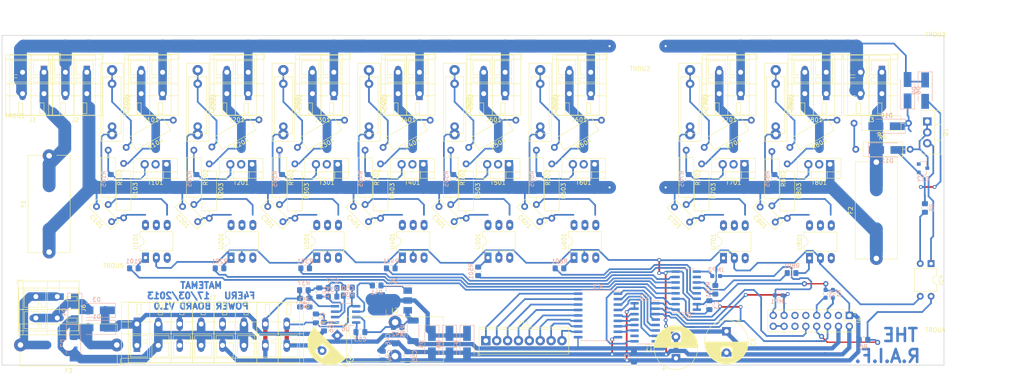
<source format=kicad_pcb>
(kicad_pcb (version 20171130) (host pcbnew 5.1.8+dfsg1-1+b1)
  (title_block (date "21 may 2013"))
  (layers (0 F.Cu mixed) (31 B.Cu mixed) (34 B.Paste user) (35 F.Paste user) (36 B.SilkS user) (37 F.SilkS user) (38 B.Mask user) (39 F.Mask user) (44 Edge.Cuts user))
  (net 0 "")
  (net 1 +12V)
  (net 2 +5V)
  (net 3 /outputs/Din)
  (net 4 /outputs/Dout)
  (net 5 /outputs/Dout1_Din2)
  (net 6 /outputs/clk)
  (net 7 /outputs/strobe)
  (net 8 /outputs/triac_channel_1/In)
  (net 9 /outputs/triac_channel_2/In)
  (net 10 /outputs/triac_channel_3/In)
  (net 11 /outputs/triac_channel_4/In)
  (net 12 /outputs/triac_channel_5/In)
  (net 13 /outputs/triac_channel_6/In)
  (net 14 /outputs/triac_channel_7/In)
  (net 15 /outputs/triac_channel_8/In)
  (net 16 /outputs/zero_cross)
  (net 17 GND)
  (net 18 N-000066)
  (net 19 +28V)
  (net 20 "Net-(C47-Pad2)")
  (net 21 "Net-(C47-Pad1)")
  (net 22 "Net-(C49-Pad2)")
  (net 23 "Net-(C50-Pad2)")
  (net 24 "Net-(C51-Pad1)")
  (net 25 "Net-(C52-Pad2)")
  (net 26 "Net-(C53-Pad2)")
  (net 27 NEUT)
  (net 28 "Net-(C101-Pad1)")
  (net 29 "Net-(C102-Pad1)")
  (net 30 "Net-(C201-Pad1)")
  (net 31 "Net-(C202-Pad1)")
  (net 32 "Net-(C301-Pad1)")
  (net 33 "Net-(C302-Pad1)")
  (net 34 "Net-(C401-Pad1)")
  (net 35 "Net-(C402-Pad1)")
  (net 36 "Net-(C501-Pad1)")
  (net 37 "Net-(C502-Pad1)")
  (net 38 "Net-(C601-Pad1)")
  (net 39 "Net-(C602-Pad1)")
  (net 40 "Net-(C701-Pad1)")
  (net 41 "Net-(C702-Pad1)")
  (net 42 "Net-(C801-Pad1)")
  (net 43 "Net-(C802-Pad1)")
  (net 44 "Net-(D1-Pad2)")
  (net 45 "Net-(D3-Pad2)")
  (net 46 "Net-(D5-Pad1)")
  (net 47 LINE)
  (net 48 "Net-(D10-Pad1)")
  (net 49 "Net-(D11-Pad2)")
  (net 50 AC)
  (net 51 "Net-(D12-Pad1)")
  (net 52 "Net-(F1-Pad2)")
  (net 53 "Net-(F3-Pad2)")
  (net 54 "Net-(IC2-Pad14)")
  (net 55 "Net-(IC2-Pad13)")
  (net 56 "Net-(IC2-Pad12)")
  (net 57 "Net-(IC2-Pad11)")
  (net 58 "Net-(IC2-Pad7)")
  (net 59 "Net-(IC2-Pad6)")
  (net 60 "Net-(IC2-Pad5)")
  (net 61 "Net-(IC2-Pad4)")
  (net 62 "Net-(IC3-Pad18)")
  (net 63 "Net-(IC3-Pad17)")
  (net 64 "Net-(IC3-Pad16)")
  (net 65 "Net-(IC3-Pad15)")
  (net 66 "Net-(IC3-Pad14)")
  (net 67 "Net-(IC3-Pad13)")
  (net 68 "Net-(IC3-Pad12)")
  (net 69 "Net-(IC3-Pad11)")
  (net 70 "Net-(IC4-Pad2)")
  (net 71 "Net-(IC4-Pad1)")
  (net 72 "Net-(J4-Pad14)")
  (net 73 "Net-(J4-Pad15)")
  (net 74 "Net-(J4-Pad7)")
  (net 75 "Net-(J4-Pad5)")
  (net 76 "Net-(J101-Pad2)")
  (net 77 "Net-(J201-Pad2)")
  (net 78 "Net-(J301-Pad2)")
  (net 79 "Net-(J401-Pad2)")
  (net 80 "Net-(J501-Pad2)")
  (net 81 "Net-(J601-Pad2)")
  (net 82 "Net-(J701-Pad2)")
  (net 83 "Net-(J801-Pad2)")
  (net 84 "Net-(Q4-Pad1)")
  (net 85 "Net-(Q4-Pad3)")
  (net 86 "Net-(R3-Pad2)")
  (net 87 "Net-(R41-Pad1)")
  (net 88 "Net-(R101-Pad1)")
  (net 89 "Net-(R102-Pad2)")
  (net 90 "Net-(R102-Pad1)")
  (net 91 "Net-(R201-Pad1)")
  (net 92 "Net-(R202-Pad2)")
  (net 93 "Net-(R202-Pad1)")
  (net 94 "Net-(R301-Pad1)")
  (net 95 "Net-(R302-Pad2)")
  (net 96 "Net-(R302-Pad1)")
  (net 97 "Net-(R401-Pad1)")
  (net 98 "Net-(R402-Pad2)")
  (net 99 "Net-(R402-Pad1)")
  (net 100 "Net-(R501-Pad1)")
  (net 101 "Net-(R502-Pad2)")
  (net 102 "Net-(R502-Pad1)")
  (net 103 "Net-(R601-Pad1)")
  (net 104 "Net-(R602-Pad2)")
  (net 105 "Net-(R602-Pad1)")
  (net 106 "Net-(R701-Pad1)")
  (net 107 "Net-(R702-Pad2)")
  (net 108 "Net-(R702-Pad1)")
  (net 109 "Net-(R801-Pad1)")
  (net 110 "Net-(R802-Pad2)")
  (net 111 "Net-(R802-Pad1)")
  (module TerminalBlock_Phoenix:TerminalBlock_Phoenix_MPT-0,5-8-2.54_1x08_P2.54mm_Horizontal (layer F.Cu) (at 214 159.3)
    (fp_text reference J11 (at 8.89 -4.16) (layer F.SilkS))
    (fp_text value CONN_8)
    (pad 8 thru_hole circle (at 17.78 0) (size 2.2 2.2) (drill 1.1) (layers *.Cu *.Mask) (net 69 "Net-(IC3-Pad11)"))
    (pad 7 thru_hole circle (at 15.24 0) (size 2.2 2.2) (drill 1.1) (layers *.Cu *.Mask) (net 68 "Net-(IC3-Pad12)"))
    (pad 6 thru_hole circle (at 12.7 0) (size 2.2 2.2) (drill 1.1) (layers *.Cu *.Mask) (net 67 "Net-(IC3-Pad13)"))
    (pad 5 thru_hole circle (at 10.16 0) (size 2.2 2.2) (drill 1.1) (layers *.Cu *.Mask) (net 66 "Net-(IC3-Pad14)"))
    (pad 4 thru_hole circle (at 7.62 0) (size 2.2 2.2) (drill 1.1) (layers *.Cu *.Mask) (net 65 "Net-(IC3-Pad15)"))
    (pad 3 thru_hole circle (at 5.08 0) (size 2.2 2.2) (drill 1.1) (layers *.Cu *.Mask) (net 64 "Net-(IC3-Pad16)"))
    (pad 2 thru_hole circle (at 2.54 0) (size 2.2 2.2) (drill 1.1) (layers *.Cu *.Mask) (net 63 "Net-(IC3-Pad17)"))
    (pad 1 thru_hole rect (at 0 0) (size 2.2 2.2) (drill 1.1) (layers *.Cu *.Mask) (net 62 "Net-(IC3-Pad18)"))
  )
  (module Package_DIP:DIP-6_W7.62mm_LongPads (layer F.Cu) (at 289.6 140 90)
    (fp_text reference U801 (at 3.81 -2.33 90) (layer F.SilkS))
    (fp_text value MOC3022M)
    (pad 6 thru_hole oval (at 7.62 0 90) (size 2.4 1.6) (drill 0.8) (layers *.Cu *.Mask) (net 42 "Net-(C801-Pad1)"))
    (pad 3 thru_hole oval (at 0 5.08 90) (size 2.4 1.6) (drill 0.8) (layers *.Cu *.Mask))
    (pad 5 thru_hole oval (at 7.62 2.54 90) (size 2.4 1.6) (drill 0.8) (layers *.Cu *.Mask))
    (pad 2 thru_hole oval (at 0 2.54 90) (size 2.4 1.6) (drill 0.8) (layers *.Cu *.Mask) (net 17 GND))
    (pad 4 thru_hole oval (at 7.62 5.08 90) (size 2.4 1.6) (drill 0.8) (layers *.Cu *.Mask) (net 110 "Net-(R802-Pad2)"))
    (pad 1 thru_hole rect (at 0 0 90) (size 2.4 1.6) (drill 0.8) (layers *.Cu *.Mask) (net 109 "Net-(R801-Pad1)"))
  )
  (module Package_DIP:DIP-6_W7.62mm_LongPads (layer F.Cu) (at 269.5 140 90)
    (fp_text reference U701 (at 3.81 -2.33 90) (layer F.SilkS))
    (fp_text value MOC3022M)
    (pad 6 thru_hole oval (at 7.62 0 90) (size 2.4 1.6) (drill 0.8) (layers *.Cu *.Mask) (net 40 "Net-(C701-Pad1)"))
    (pad 3 thru_hole oval (at 0 5.08 90) (size 2.4 1.6) (drill 0.8) (layers *.Cu *.Mask))
    (pad 5 thru_hole oval (at 7.62 2.54 90) (size 2.4 1.6) (drill 0.8) (layers *.Cu *.Mask))
    (pad 2 thru_hole oval (at 0 2.54 90) (size 2.4 1.6) (drill 0.8) (layers *.Cu *.Mask) (net 17 GND))
    (pad 4 thru_hole oval (at 7.62 5.08 90) (size 2.4 1.6) (drill 0.8) (layers *.Cu *.Mask) (net 107 "Net-(R702-Pad2)"))
    (pad 1 thru_hole rect (at 0 0 90) (size 2.4 1.6) (drill 0.8) (layers *.Cu *.Mask) (net 106 "Net-(R701-Pad1)"))
  )
  (module Package_DIP:DIP-6_W7.62mm_LongPads (layer F.Cu) (at 234.6 139.9 90)
    (fp_text reference U601 (at 3.81 -2.33 90) (layer F.SilkS))
    (fp_text value MOC3022M)
    (pad 6 thru_hole oval (at 7.62 0 90) (size 2.4 1.6) (drill 0.8) (layers *.Cu *.Mask) (net 38 "Net-(C601-Pad1)"))
    (pad 3 thru_hole oval (at 0 5.08 90) (size 2.4 1.6) (drill 0.8) (layers *.Cu *.Mask))
    (pad 5 thru_hole oval (at 7.62 2.54 90) (size 2.4 1.6) (drill 0.8) (layers *.Cu *.Mask))
    (pad 2 thru_hole oval (at 0 2.54 90) (size 2.4 1.6) (drill 0.8) (layers *.Cu *.Mask) (net 17 GND))
    (pad 4 thru_hole oval (at 7.62 5.08 90) (size 2.4 1.6) (drill 0.8) (layers *.Cu *.Mask) (net 104 "Net-(R602-Pad2)"))
    (pad 1 thru_hole rect (at 0 0 90) (size 2.4 1.6) (drill 0.8) (layers *.Cu *.Mask) (net 103 "Net-(R601-Pad1)"))
  )
  (module Package_DIP:DIP-6_W7.62mm_LongPads (layer F.Cu) (at 214.5 139.9 90)
    (fp_text reference U501 (at 3.81 -2.33 90) (layer F.SilkS))
    (fp_text value MOC3022M)
    (pad 6 thru_hole oval (at 7.62 0 90) (size 2.4 1.6) (drill 0.8) (layers *.Cu *.Mask) (net 36 "Net-(C501-Pad1)"))
    (pad 3 thru_hole oval (at 0 5.08 90) (size 2.4 1.6) (drill 0.8) (layers *.Cu *.Mask))
    (pad 5 thru_hole oval (at 7.62 2.54 90) (size 2.4 1.6) (drill 0.8) (layers *.Cu *.Mask))
    (pad 2 thru_hole oval (at 0 2.54 90) (size 2.4 1.6) (drill 0.8) (layers *.Cu *.Mask) (net 17 GND))
    (pad 4 thru_hole oval (at 7.62 5.08 90) (size 2.4 1.6) (drill 0.8) (layers *.Cu *.Mask) (net 101 "Net-(R502-Pad2)"))
    (pad 1 thru_hole rect (at 0 0 90) (size 2.4 1.6) (drill 0.8) (layers *.Cu *.Mask) (net 100 "Net-(R501-Pad1)"))
  )
  (module Package_DIP:DIP-6_W7.62mm_LongPads (layer F.Cu) (at 194.5 139.9 90)
    (fp_text reference U401 (at 3.81 -2.33 90) (layer F.SilkS))
    (fp_text value MOC3022M)
    (pad 6 thru_hole oval (at 7.62 0 90) (size 2.4 1.6) (drill 0.8) (layers *.Cu *.Mask) (net 34 "Net-(C401-Pad1)"))
    (pad 3 thru_hole oval (at 0 5.08 90) (size 2.4 1.6) (drill 0.8) (layers *.Cu *.Mask))
    (pad 5 thru_hole oval (at 7.62 2.54 90) (size 2.4 1.6) (drill 0.8) (layers *.Cu *.Mask))
    (pad 2 thru_hole oval (at 0 2.54 90) (size 2.4 1.6) (drill 0.8) (layers *.Cu *.Mask) (net 17 GND))
    (pad 4 thru_hole oval (at 7.62 5.08 90) (size 2.4 1.6) (drill 0.8) (layers *.Cu *.Mask) (net 98 "Net-(R402-Pad2)"))
    (pad 1 thru_hole rect (at 0 0 90) (size 2.4 1.6) (drill 0.8) (layers *.Cu *.Mask) (net 97 "Net-(R401-Pad1)"))
  )
  (module Package_DIP:DIP-6_W7.62mm_LongPads (layer F.Cu) (at 174.5 139.9 90)
    (fp_text reference U301 (at 3.81 -2.33 90) (layer F.SilkS))
    (fp_text value MOC3022M)
    (pad 6 thru_hole oval (at 7.62 0 90) (size 2.4 1.6) (drill 0.8) (layers *.Cu *.Mask) (net 32 "Net-(C301-Pad1)"))
    (pad 3 thru_hole oval (at 0 5.08 90) (size 2.4 1.6) (drill 0.8) (layers *.Cu *.Mask))
    (pad 5 thru_hole oval (at 7.62 2.54 90) (size 2.4 1.6) (drill 0.8) (layers *.Cu *.Mask))
    (pad 2 thru_hole oval (at 0 2.54 90) (size 2.4 1.6) (drill 0.8) (layers *.Cu *.Mask) (net 17 GND))
    (pad 4 thru_hole oval (at 7.62 5.08 90) (size 2.4 1.6) (drill 0.8) (layers *.Cu *.Mask) (net 95 "Net-(R302-Pad2)"))
    (pad 1 thru_hole rect (at 0 0 90) (size 2.4 1.6) (drill 0.8) (layers *.Cu *.Mask) (net 94 "Net-(R301-Pad1)"))
  )
  (module Package_DIP:DIP-6_W7.62mm_LongPads (layer F.Cu) (at 154.5 139.9 90)
    (fp_text reference U201 (at 3.81 -2.33 90) (layer F.SilkS))
    (fp_text value MOC3022M)
    (pad 6 thru_hole oval (at 7.62 0 90) (size 2.4 1.6) (drill 0.8) (layers *.Cu *.Mask) (net 30 "Net-(C201-Pad1)"))
    (pad 3 thru_hole oval (at 0 5.08 90) (size 2.4 1.6) (drill 0.8) (layers *.Cu *.Mask))
    (pad 5 thru_hole oval (at 7.62 2.54 90) (size 2.4 1.6) (drill 0.8) (layers *.Cu *.Mask))
    (pad 2 thru_hole oval (at 0 2.54 90) (size 2.4 1.6) (drill 0.8) (layers *.Cu *.Mask) (net 17 GND))
    (pad 4 thru_hole oval (at 7.62 5.08 90) (size 2.4 1.6) (drill 0.8) (layers *.Cu *.Mask) (net 92 "Net-(R202-Pad2)"))
    (pad 1 thru_hole rect (at 0 0 90) (size 2.4 1.6) (drill 0.8) (layers *.Cu *.Mask) (net 91 "Net-(R201-Pad1)"))
  )
  (module Package_DIP:DIP-6_W7.62mm_LongPads (layer F.Cu) (at 134.5 139.9 90)
    (fp_text reference U101 (at 3.81 -2.33 90) (layer F.SilkS))
    (fp_text value MOC3022M)
    (pad 6 thru_hole oval (at 7.62 0 90) (size 2.4 1.6) (drill 0.8) (layers *.Cu *.Mask) (net 28 "Net-(C101-Pad1)"))
    (pad 3 thru_hole oval (at 0 5.08 90) (size 2.4 1.6) (drill 0.8) (layers *.Cu *.Mask))
    (pad 5 thru_hole oval (at 7.62 2.54 90) (size 2.4 1.6) (drill 0.8) (layers *.Cu *.Mask))
    (pad 2 thru_hole oval (at 0 2.54 90) (size 2.4 1.6) (drill 0.8) (layers *.Cu *.Mask) (net 17 GND))
    (pad 4 thru_hole oval (at 7.62 5.08 90) (size 2.4 1.6) (drill 0.8) (layers *.Cu *.Mask) (net 89 "Net-(R102-Pad2)"))
    (pad 1 thru_hole rect (at 0 0 90) (size 2.4 1.6) (drill 0.8) (layers *.Cu *.Mask) (net 88 "Net-(R101-Pad1)"))
  )
  (module Package_SO:SOIC-8_3.9x4.9mm_P1.27mm (layer B.Cu) (at 181.25 153.15)
    (fp_text reference U6 (at 0 3.4) (layer B.SilkS) (effects (justify mirror)))
    (fp_text value TPS40200D)
    (pad 8 smd roundrect (at 2.475 1.905) (size 1.95 0.6) (layers B.Cu B.Paste B.Mask) (net 19 +28V))
    (pad 7 smd roundrect (at 2.475 0.635) (size 1.95 0.6) (layers B.Cu B.Paste B.Mask) (net 26 "Net-(C53-Pad2)"))
    (pad 6 smd roundrect (at 2.475 -0.635) (size 1.95 0.6) (layers B.Cu B.Paste B.Mask) (net 87 "Net-(R41-Pad1)"))
    (pad 5 smd roundrect (at 2.475 -1.905) (size 1.95 0.6) (layers B.Cu B.Paste B.Mask) (net 17 GND))
    (pad 4 smd roundrect (at -2.475 -1.905) (size 1.95 0.6) (layers B.Cu B.Paste B.Mask) (net 20 "Net-(C47-Pad2)"))
    (pad 3 smd roundrect (at -2.475 -0.635) (size 1.95 0.6) (layers B.Cu B.Paste B.Mask) (net 24 "Net-(C51-Pad1)"))
    (pad 2 smd roundrect (at -2.475 0.635) (size 1.95 0.6) (layers B.Cu B.Paste B.Mask) (net 23 "Net-(C50-Pad2)"))
    (pad 1 smd roundrect (at -2.475 1.905) (size 1.95 0.6) (layers B.Cu B.Paste B.Mask) (net 22 "Net-(C49-Pad2)"))
  )
  (module MountingHole:MountingHole_3.2mm_M3 (layer F.Cu) (at 127 146)
    (fp_text reference TROU5 (at 0 -4.2) (layer F.SilkS))
    (fp_text value 3mm)
    (pad 1 np_thru_hole circle (at 0 0) (size 3.2 3.2) (drill 3.2) (layers *.Cu *.Mask))
  )
  (module MountingHole:MountingHole_3.2mm_M3 (layer F.Cu) (at 319 161)
    (fp_text reference TROU4 (at 0 -4.2) (layer F.SilkS))
    (fp_text value 3mm)
    (pad 1 np_thru_hole circle (at 0 0) (size 3.2 3.2) (drill 3.2) (layers *.Cu *.Mask))
  )
  (module MountingHole:MountingHole_3.2mm_M3 (layer F.Cu) (at 319 92)
    (fp_text reference TROU3 (at 0 -4.2) (layer F.SilkS))
    (fp_text value 3mm)
    (pad 1 np_thru_hole circle (at 0 0) (size 3.2 3.2) (drill 3.2) (layers *.Cu *.Mask))
  )
  (module MountingHole:MountingHole_3.2mm_M3 (layer F.Cu) (at 250 100)
    (fp_text reference TROU2 (at 0 -4.2) (layer F.SilkS))
    (fp_text value 3mm)
    (pad 1 np_thru_hole circle (at 0 0) (size 3.2 3.2) (drill 3.2) (layers *.Cu *.Mask))
  )
  (module MountingHole:MountingHole_3.2mm_M3 (layer F.Cu) (at 104 111)
    (fp_text reference TROU1 (at 0 -4.2) (layer F.SilkS))
    (fp_text value 3mm)
    (pad 1 np_thru_hole circle (at 0 0) (size 3.2 3.2) (drill 3.2) (layers *.Cu *.Mask))
  )
  (module Package_TO_SOT_THT:TO-220-3_Vertical (layer F.Cu) (at 294.4 118.1 180)
    (fp_text reference T801 (at 2.54 -4.27) (layer F.SilkS))
    (fp_text value BT136)
    (pad 3 thru_hole oval (at 5.08 0 180) (size 1.905 2) (drill 1.1) (layers *.Cu *.Mask) (net 111 "Net-(R802-Pad1)"))
    (pad 2 thru_hole oval (at 2.54 0 180) (size 1.905 2) (drill 1.1) (layers *.Cu *.Mask) (net 83 "Net-(J801-Pad2)"))
    (pad 1 thru_hole rect (at 0 0 180) (size 1.905 2) (drill 1.1) (layers *.Cu *.Mask) (net 27 NEUT))
  )
  (module Package_TO_SOT_THT:TO-220-3_Vertical (layer F.Cu) (at 274.4 118.1 180)
    (fp_text reference T701 (at 2.54 -4.27) (layer F.SilkS))
    (fp_text value BT136)
    (pad 3 thru_hole oval (at 5.08 0 180) (size 1.905 2) (drill 1.1) (layers *.Cu *.Mask) (net 108 "Net-(R702-Pad1)"))
    (pad 2 thru_hole oval (at 2.54 0 180) (size 1.905 2) (drill 1.1) (layers *.Cu *.Mask) (net 82 "Net-(J701-Pad2)"))
    (pad 1 thru_hole rect (at 0 0 180) (size 1.905 2) (drill 1.1) (layers *.Cu *.Mask) (net 27 NEUT))
  )
  (module Package_TO_SOT_THT:TO-220-3_Vertical (layer F.Cu) (at 239.4 118.1 180)
    (fp_text reference T601 (at 2.54 -4.27) (layer F.SilkS))
    (fp_text value BT136)
    (pad 3 thru_hole oval (at 5.08 0 180) (size 1.905 2) (drill 1.1) (layers *.Cu *.Mask) (net 105 "Net-(R602-Pad1)"))
    (pad 2 thru_hole oval (at 2.54 0 180) (size 1.905 2) (drill 1.1) (layers *.Cu *.Mask) (net 81 "Net-(J601-Pad2)"))
    (pad 1 thru_hole rect (at 0 0 180) (size 1.905 2) (drill 1.1) (layers *.Cu *.Mask) (net 27 NEUT))
  )
  (module Package_TO_SOT_THT:TO-220-3_Vertical (layer F.Cu) (at 219.4 118.1 180)
    (fp_text reference T501 (at 2.54 -4.27) (layer F.SilkS))
    (fp_text value BT136)
    (pad 3 thru_hole oval (at 5.08 0 180) (size 1.905 2) (drill 1.1) (layers *.Cu *.Mask) (net 102 "Net-(R502-Pad1)"))
    (pad 2 thru_hole oval (at 2.54 0 180) (size 1.905 2) (drill 1.1) (layers *.Cu *.Mask) (net 80 "Net-(J501-Pad2)"))
    (pad 1 thru_hole rect (at 0 0 180) (size 1.905 2) (drill 1.1) (layers *.Cu *.Mask) (net 27 NEUT))
  )
  (module Package_TO_SOT_THT:TO-220-3_Vertical (layer F.Cu) (at 199.4 118.1 180)
    (fp_text reference T401 (at 2.54 -4.27) (layer F.SilkS))
    (fp_text value BT136)
    (pad 3 thru_hole oval (at 5.08 0 180) (size 1.905 2) (drill 1.1) (layers *.Cu *.Mask) (net 99 "Net-(R402-Pad1)"))
    (pad 2 thru_hole oval (at 2.54 0 180) (size 1.905 2) (drill 1.1) (layers *.Cu *.Mask) (net 79 "Net-(J401-Pad2)"))
    (pad 1 thru_hole rect (at 0 0 180) (size 1.905 2) (drill 1.1) (layers *.Cu *.Mask) (net 27 NEUT))
  )
  (module Package_TO_SOT_THT:TO-220-3_Vertical (layer F.Cu) (at 179.4 118.1 180)
    (fp_text reference T301 (at 2.54 -4.27) (layer F.SilkS))
    (fp_text value BT136)
    (pad 3 thru_hole oval (at 5.08 0 180) (size 1.905 2) (drill 1.1) (layers *.Cu *.Mask) (net 96 "Net-(R302-Pad1)"))
    (pad 2 thru_hole oval (at 2.54 0 180) (size 1.905 2) (drill 1.1) (layers *.Cu *.Mask) (net 78 "Net-(J301-Pad2)"))
    (pad 1 thru_hole rect (at 0 0 180) (size 1.905 2) (drill 1.1) (layers *.Cu *.Mask) (net 27 NEUT))
  )
  (module Package_TO_SOT_THT:TO-220-3_Vertical (layer F.Cu) (at 159.4 118.1 180)
    (fp_text reference T201 (at 2.54 -4.27) (layer F.SilkS))
    (fp_text value BT136)
    (pad 3 thru_hole oval (at 5.08 0 180) (size 1.905 2) (drill 1.1) (layers *.Cu *.Mask) (net 93 "Net-(R202-Pad1)"))
    (pad 2 thru_hole oval (at 2.54 0 180) (size 1.905 2) (drill 1.1) (layers *.Cu *.Mask) (net 77 "Net-(J201-Pad2)"))
    (pad 1 thru_hole rect (at 0 0 180) (size 1.905 2) (drill 1.1) (layers *.Cu *.Mask) (net 27 NEUT))
  )
  (module Package_TO_SOT_THT:TO-220-3_Vertical (layer F.Cu) (at 139.4 118.1 180)
    (fp_text reference T101 (at 2.54 -4.27) (layer F.SilkS))
    (fp_text value BT136)
    (pad 3 thru_hole oval (at 5.08 0 180) (size 1.905 2) (drill 1.1) (layers *.Cu *.Mask) (net 90 "Net-(R102-Pad1)"))
    (pad 2 thru_hole oval (at 2.54 0 180) (size 1.905 2) (drill 1.1) (layers *.Cu *.Mask) (net 76 "Net-(J101-Pad2)"))
    (pad 1 thru_hole rect (at 0 0 180) (size 1.905 2) (drill 1.1) (layers *.Cu *.Mask) (net 27 NEUT))
  )
  (module Resistor_SMD:R_0805_2012Metric_Pad1.20x1.40mm_HandSolder (layer B.Cu) (at 281.4 121.5 270)
    (fp_text reference R805 (at 0 1.65 90) (layer B.SilkS) (effects (justify mirror)))
    (fp_text value 100)
    (pad 2 smd roundrect (at 1 0 270) (size 1.2 1.4) (layers B.Cu B.Paste B.Mask) (roundrect_rratio 0.208333) (net 27 NEUT))
    (pad 1 smd roundrect (at -1 0 270) (size 1.2 1.4) (layers B.Cu B.Paste B.Mask) (roundrect_rratio 0.208333) (net 111 "Net-(R802-Pad1)"))
  )
  (module Resistor_THT:R_Axial_DIN0309_L9.0mm_D3.2mm_P12.70mm_Horizontal (layer F.Cu) (at 296 107.8 210)
    (fp_text reference R804 (at 6.35 -2.72 30) (layer F.SilkS))
    (fp_text value 100)
    (pad 2 thru_hole oval (at 12.7 0 210) (size 1.6 1.6) (drill 0.8) (layers *.Cu *.Mask) (net 43 "Net-(C802-Pad1)"))
    (pad 1 thru_hole circle (at 0 0 210) (size 1.6 1.6) (drill 0.8) (layers *.Cu *.Mask) (net 83 "Net-(J801-Pad2)"))
  )
  (module Resistor_THT:R_Axial_DIN0309_L9.0mm_D3.2mm_P12.70mm_Horizontal (layer F.Cu) (at 284.4 118 270)
    (fp_text reference R803 (at 6.35 -2.72 90) (layer F.SilkS))
    (fp_text value 470)
    (pad 2 thru_hole oval (at 12.7 0 270) (size 1.6 1.6) (drill 0.8) (layers *.Cu *.Mask) (net 42 "Net-(C801-Pad1)"))
    (pad 1 thru_hole circle (at 0 0 270) (size 1.6 1.6) (drill 0.8) (layers *.Cu *.Mask) (net 83 "Net-(J801-Pad2)"))
  )
  (module Resistor_THT:R_Axial_DIN0309_L9.0mm_D3.2mm_P12.70mm_Horizontal (layer F.Cu) (at 280.8 115.1 270)
    (fp_text reference R802 (at 6.35 -2.72 90) (layer F.SilkS))
    (fp_text value 100)
    (pad 2 thru_hole oval (at 12.7 0 270) (size 1.6 1.6) (drill 0.8) (layers *.Cu *.Mask) (net 110 "Net-(R802-Pad2)"))
    (pad 1 thru_hole circle (at 0 0 270) (size 1.6 1.6) (drill 0.8) (layers *.Cu *.Mask) (net 111 "Net-(R802-Pad1)"))
  )
  (module Resistor_SMD:R_0805_2012Metric_Pad1.20x1.40mm_HandSolder (layer B.Cu) (at 285.4 143.5 180)
    (fp_text reference R801 (at 0 1.65) (layer B.SilkS) (effects (justify mirror)))
    (fp_text value 1k)
    (pad 2 smd roundrect (at 1 0 180) (size 1.2 1.4) (layers B.Cu B.Paste B.Mask) (roundrect_rratio 0.208333) (net 15 /outputs/triac_channel_8/In))
    (pad 1 smd roundrect (at -1 0 180) (size 1.2 1.4) (layers B.Cu B.Paste B.Mask) (roundrect_rratio 0.208333) (net 109 "Net-(R801-Pad1)"))
  )
  (module Resistor_SMD:R_0805_2012Metric_Pad1.20x1.40mm_HandSolder (layer B.Cu) (at 261.4 121.5 270)
    (fp_text reference R705 (at 0 1.65 90) (layer B.SilkS) (effects (justify mirror)))
    (fp_text value 100)
    (pad 2 smd roundrect (at 1 0 270) (size 1.2 1.4) (layers B.Cu B.Paste B.Mask) (roundrect_rratio 0.208333) (net 27 NEUT))
    (pad 1 smd roundrect (at -1 0 270) (size 1.2 1.4) (layers B.Cu B.Paste B.Mask) (roundrect_rratio 0.208333) (net 108 "Net-(R702-Pad1)"))
  )
  (module Resistor_THT:R_Axial_DIN0309_L9.0mm_D3.2mm_P12.70mm_Horizontal (layer F.Cu) (at 276 107.8 210)
    (fp_text reference R704 (at 6.35 -2.72 30) (layer F.SilkS))
    (fp_text value 100)
    (pad 2 thru_hole oval (at 12.7 0 210) (size 1.6 1.6) (drill 0.8) (layers *.Cu *.Mask) (net 41 "Net-(C702-Pad1)"))
    (pad 1 thru_hole circle (at 0 0 210) (size 1.6 1.6) (drill 0.8) (layers *.Cu *.Mask) (net 82 "Net-(J701-Pad2)"))
  )
  (module Resistor_THT:R_Axial_DIN0309_L9.0mm_D3.2mm_P12.70mm_Horizontal (layer F.Cu) (at 264.4 118 270)
    (fp_text reference R703 (at 6.35 -2.72 90) (layer F.SilkS))
    (fp_text value 470)
    (pad 2 thru_hole oval (at 12.7 0 270) (size 1.6 1.6) (drill 0.8) (layers *.Cu *.Mask) (net 40 "Net-(C701-Pad1)"))
    (pad 1 thru_hole circle (at 0 0 270) (size 1.6 1.6) (drill 0.8) (layers *.Cu *.Mask) (net 82 "Net-(J701-Pad2)"))
  )
  (module Resistor_THT:R_Axial_DIN0309_L9.0mm_D3.2mm_P12.70mm_Horizontal (layer F.Cu) (at 260.8 114.8 270)
    (fp_text reference R702 (at 6.35 -2.72 90) (layer F.SilkS))
    (fp_text value 100)
    (pad 2 thru_hole oval (at 12.7 0 270) (size 1.6 1.6) (drill 0.8) (layers *.Cu *.Mask) (net 107 "Net-(R702-Pad2)"))
    (pad 1 thru_hole circle (at 0 0 270) (size 1.6 1.6) (drill 0.8) (layers *.Cu *.Mask) (net 108 "Net-(R702-Pad1)"))
  )
  (module Resistor_SMD:R_0805_2012Metric_Pad1.20x1.40mm_HandSolder (layer B.Cu) (at 267.6 147.4 270)
    (fp_text reference R701 (at 0 1.65 90) (layer B.SilkS) (effects (justify mirror)))
    (fp_text value 1k)
    (pad 2 smd roundrect (at 1 0 270) (size 1.2 1.4) (layers B.Cu B.Paste B.Mask) (roundrect_rratio 0.208333) (net 14 /outputs/triac_channel_7/In))
    (pad 1 smd roundrect (at -1 0 270) (size 1.2 1.4) (layers B.Cu B.Paste B.Mask) (roundrect_rratio 0.208333) (net 106 "Net-(R701-Pad1)"))
  )
  (module Resistor_SMD:R_0805_2012Metric_Pad1.20x1.40mm_HandSolder (layer B.Cu) (at 226.4 121.5 270)
    (fp_text reference R605 (at 0 1.65 90) (layer B.SilkS) (effects (justify mirror)))
    (fp_text value 100)
    (pad 2 smd roundrect (at 1 0 270) (size 1.2 1.4) (layers B.Cu B.Paste B.Mask) (roundrect_rratio 0.208333) (net 27 NEUT))
    (pad 1 smd roundrect (at -1 0 270) (size 1.2 1.4) (layers B.Cu B.Paste B.Mask) (roundrect_rratio 0.208333) (net 105 "Net-(R602-Pad1)"))
  )
  (module Resistor_THT:R_Axial_DIN0309_L9.0mm_D3.2mm_P12.70mm_Horizontal (layer F.Cu) (at 241 107.8 210)
    (fp_text reference R604 (at 6.35 -2.72 30) (layer F.SilkS))
    (fp_text value 100)
    (pad 2 thru_hole oval (at 12.7 0 210) (size 1.6 1.6) (drill 0.8) (layers *.Cu *.Mask) (net 39 "Net-(C602-Pad1)"))
    (pad 1 thru_hole circle (at 0 0 210) (size 1.6 1.6) (drill 0.8) (layers *.Cu *.Mask) (net 81 "Net-(J601-Pad2)"))
  )
  (module Resistor_THT:R_Axial_DIN0309_L9.0mm_D3.2mm_P12.70mm_Horizontal (layer F.Cu) (at 229.4 118 270)
    (fp_text reference R603 (at 6.35 -2.72 90) (layer F.SilkS))
    (fp_text value 470)
    (pad 2 thru_hole oval (at 12.7 0 270) (size 1.6 1.6) (drill 0.8) (layers *.Cu *.Mask) (net 38 "Net-(C601-Pad1)"))
    (pad 1 thru_hole circle (at 0 0 270) (size 1.6 1.6) (drill 0.8) (layers *.Cu *.Mask) (net 81 "Net-(J601-Pad2)"))
  )
  (module Resistor_THT:R_Axial_DIN0309_L9.0mm_D3.2mm_P12.70mm_Horizontal (layer F.Cu) (at 225.8 114.8 270)
    (fp_text reference R602 (at 6.35 -2.72 90) (layer F.SilkS))
    (fp_text value 100)
    (pad 2 thru_hole oval (at 12.7 0 270) (size 1.6 1.6) (drill 0.8) (layers *.Cu *.Mask) (net 104 "Net-(R602-Pad2)"))
    (pad 1 thru_hole circle (at 0 0 270) (size 1.6 1.6) (drill 0.8) (layers *.Cu *.Mask) (net 105 "Net-(R602-Pad1)"))
  )
  (module Resistor_SMD:R_0805_2012Metric_Pad1.20x1.40mm_HandSolder (layer B.Cu) (at 231.2 142.4 180)
    (fp_text reference R601 (at 0 1.65) (layer B.SilkS) (effects (justify mirror)))
    (fp_text value 1k)
    (pad 2 smd roundrect (at 1 0 180) (size 1.2 1.4) (layers B.Cu B.Paste B.Mask) (roundrect_rratio 0.208333) (net 13 /outputs/triac_channel_6/In))
    (pad 1 smd roundrect (at -1 0 180) (size 1.2 1.4) (layers B.Cu B.Paste B.Mask) (roundrect_rratio 0.208333) (net 103 "Net-(R601-Pad1)"))
  )
  (module Resistor_SMD:R_0805_2012Metric_Pad1.20x1.40mm_HandSolder (layer B.Cu) (at 206.4 121.5 270)
    (fp_text reference R505 (at 0 1.65 90) (layer B.SilkS) (effects (justify mirror)))
    (fp_text value 100)
    (pad 2 smd roundrect (at 1 0 270) (size 1.2 1.4) (layers B.Cu B.Paste B.Mask) (roundrect_rratio 0.208333) (net 27 NEUT))
    (pad 1 smd roundrect (at -1 0 270) (size 1.2 1.4) (layers B.Cu B.Paste B.Mask) (roundrect_rratio 0.208333) (net 102 "Net-(R502-Pad1)"))
  )
  (module Resistor_THT:R_Axial_DIN0309_L9.0mm_D3.2mm_P12.70mm_Horizontal (layer F.Cu) (at 221 107.8 210)
    (fp_text reference R504 (at 6.35 -2.72 30) (layer F.SilkS))
    (fp_text value 100)
    (pad 2 thru_hole oval (at 12.7 0 210) (size 1.6 1.6) (drill 0.8) (layers *.Cu *.Mask) (net 37 "Net-(C502-Pad1)"))
    (pad 1 thru_hole circle (at 0 0 210) (size 1.6 1.6) (drill 0.8) (layers *.Cu *.Mask) (net 80 "Net-(J501-Pad2)"))
  )
  (module Resistor_THT:R_Axial_DIN0309_L9.0mm_D3.2mm_P12.70mm_Horizontal (layer F.Cu) (at 209.4 118 270)
    (fp_text reference R503 (at 6.35 -2.72 90) (layer F.SilkS))
    (fp_text value 470)
    (pad 2 thru_hole oval (at 12.7 0 270) (size 1.6 1.6) (drill 0.8) (layers *.Cu *.Mask) (net 36 "Net-(C501-Pad1)"))
    (pad 1 thru_hole circle (at 0 0 270) (size 1.6 1.6) (drill 0.8) (layers *.Cu *.Mask) (net 80 "Net-(J501-Pad2)"))
  )
  (module Resistor_THT:R_Axial_DIN0309_L9.0mm_D3.2mm_P12.70mm_Horizontal (layer F.Cu) (at 205.8 114.8 270)
    (fp_text reference R502 (at 6.35 -2.72 90) (layer F.SilkS))
    (fp_text value 100)
    (pad 2 thru_hole oval (at 12.7 0 270) (size 1.6 1.6) (drill 0.8) (layers *.Cu *.Mask) (net 101 "Net-(R502-Pad2)"))
    (pad 1 thru_hole circle (at 0 0 270) (size 1.6 1.6) (drill 0.8) (layers *.Cu *.Mask) (net 102 "Net-(R502-Pad1)"))
  )
  (module Resistor_SMD:R_0805_2012Metric_Pad1.20x1.40mm_HandSolder (layer B.Cu) (at 212.2 143.1 270)
    (fp_text reference R501 (at 0 1.65 90) (layer B.SilkS) (effects (justify mirror)))
    (fp_text value 1k)
    (pad 2 smd roundrect (at 1 0 270) (size 1.2 1.4) (layers B.Cu B.Paste B.Mask) (roundrect_rratio 0.208333) (net 12 /outputs/triac_channel_5/In))
    (pad 1 smd roundrect (at -1 0 270) (size 1.2 1.4) (layers B.Cu B.Paste B.Mask) (roundrect_rratio 0.208333) (net 100 "Net-(R501-Pad1)"))
  )
  (module Resistor_SMD:R_0805_2012Metric_Pad1.20x1.40mm_HandSolder (layer B.Cu) (at 186.4 121.5 270)
    (fp_text reference R405 (at 0 1.65 90) (layer B.SilkS) (effects (justify mirror)))
    (fp_text value 100)
    (pad 2 smd roundrect (at 1 0 270) (size 1.2 1.4) (layers B.Cu B.Paste B.Mask) (roundrect_rratio 0.208333) (net 27 NEUT))
    (pad 1 smd roundrect (at -1 0 270) (size 1.2 1.4) (layers B.Cu B.Paste B.Mask) (roundrect_rratio 0.208333) (net 99 "Net-(R402-Pad1)"))
  )
  (module Resistor_THT:R_Axial_DIN0309_L9.0mm_D3.2mm_P12.70mm_Horizontal (layer F.Cu) (at 201 107.8 210)
    (fp_text reference R404 (at 6.35 -2.72 30) (layer F.SilkS))
    (fp_text value 100)
    (pad 2 thru_hole oval (at 12.7 0 210) (size 1.6 1.6) (drill 0.8) (layers *.Cu *.Mask) (net 35 "Net-(C402-Pad1)"))
    (pad 1 thru_hole circle (at 0 0 210) (size 1.6 1.6) (drill 0.8) (layers *.Cu *.Mask) (net 79 "Net-(J401-Pad2)"))
  )
  (module Resistor_THT:R_Axial_DIN0309_L9.0mm_D3.2mm_P12.70mm_Horizontal (layer F.Cu) (at 189.4 118 270)
    (fp_text reference R403 (at 6.35 -2.72 90) (layer F.SilkS))
    (fp_text value 470)
    (pad 2 thru_hole oval (at 12.7 0 270) (size 1.6 1.6) (drill 0.8) (layers *.Cu *.Mask) (net 34 "Net-(C401-Pad1)"))
    (pad 1 thru_hole circle (at 0 0 270) (size 1.6 1.6) (drill 0.8) (layers *.Cu *.Mask) (net 79 "Net-(J401-Pad2)"))
  )
  (module Resistor_THT:R_Axial_DIN0309_L9.0mm_D3.2mm_P12.70mm_Horizontal (layer F.Cu) (at 185.8 114.8 270)
    (fp_text reference R402 (at 6.35 -2.72 90) (layer F.SilkS))
    (fp_text value 100)
    (pad 2 thru_hole oval (at 12.7 0 270) (size 1.6 1.6) (drill 0.8) (layers *.Cu *.Mask) (net 98 "Net-(R402-Pad2)"))
    (pad 1 thru_hole circle (at 0 0 270) (size 1.6 1.6) (drill 0.8) (layers *.Cu *.Mask) (net 99 "Net-(R402-Pad1)"))
  )
  (module Resistor_SMD:R_0805_2012Metric_Pad1.20x1.40mm_HandSolder (layer B.Cu) (at 191.8 142.4 180)
    (fp_text reference R401 (at 0 1.65) (layer B.SilkS) (effects (justify mirror)))
    (fp_text value 1k)
    (pad 2 smd roundrect (at 1 0 180) (size 1.2 1.4) (layers B.Cu B.Paste B.Mask) (roundrect_rratio 0.208333) (net 11 /outputs/triac_channel_4/In))
    (pad 1 smd roundrect (at -1 0 180) (size 1.2 1.4) (layers B.Cu B.Paste B.Mask) (roundrect_rratio 0.208333) (net 97 "Net-(R401-Pad1)"))
  )
  (module Resistor_SMD:R_0805_2012Metric_Pad1.20x1.40mm_HandSolder (layer B.Cu) (at 166.4 121.5 270)
    (fp_text reference R305 (at 0 1.65 90) (layer B.SilkS) (effects (justify mirror)))
    (fp_text value 100)
    (pad 2 smd roundrect (at 1 0 270) (size 1.2 1.4) (layers B.Cu B.Paste B.Mask) (roundrect_rratio 0.208333) (net 27 NEUT))
    (pad 1 smd roundrect (at -1 0 270) (size 1.2 1.4) (layers B.Cu B.Paste B.Mask) (roundrect_rratio 0.208333) (net 96 "Net-(R302-Pad1)"))
  )
  (module Resistor_THT:R_Axial_DIN0309_L9.0mm_D3.2mm_P12.70mm_Horizontal (layer F.Cu) (at 181 107.8 210)
    (fp_text reference R304 (at 6.35 -2.72 30) (layer F.SilkS))
    (fp_text value 100)
    (pad 2 thru_hole oval (at 12.7 0 210) (size 1.6 1.6) (drill 0.8) (layers *.Cu *.Mask) (net 33 "Net-(C302-Pad1)"))
    (pad 1 thru_hole circle (at 0 0 210) (size 1.6 1.6) (drill 0.8) (layers *.Cu *.Mask) (net 78 "Net-(J301-Pad2)"))
  )
  (module Resistor_THT:R_Axial_DIN0309_L9.0mm_D3.2mm_P12.70mm_Horizontal (layer F.Cu) (at 169.4 118 270)
    (fp_text reference R303 (at 6.35 -2.72 90) (layer F.SilkS))
    (fp_text value 470)
    (pad 2 thru_hole oval (at 12.7 0 270) (size 1.6 1.6) (drill 0.8) (layers *.Cu *.Mask) (net 32 "Net-(C301-Pad1)"))
    (pad 1 thru_hole circle (at 0 0 270) (size 1.6 1.6) (drill 0.8) (layers *.Cu *.Mask) (net 78 "Net-(J301-Pad2)"))
  )
  (module Resistor_THT:R_Axial_DIN0309_L9.0mm_D3.2mm_P12.70mm_Horizontal (layer F.Cu) (at 165.8 114.8 270)
    (fp_text reference R302 (at 6.35 -2.72 90) (layer F.SilkS))
    (fp_text value 100)
    (pad 2 thru_hole oval (at 12.7 0 270) (size 1.6 1.6) (drill 0.8) (layers *.Cu *.Mask) (net 95 "Net-(R302-Pad2)"))
    (pad 1 thru_hole circle (at 0 0 270) (size 1.6 1.6) (drill 0.8) (layers *.Cu *.Mask) (net 96 "Net-(R302-Pad1)"))
  )
  (module Resistor_SMD:R_0805_2012Metric_Pad1.20x1.40mm_HandSolder (layer B.Cu) (at 171.8 142.4 180)
    (fp_text reference R301 (at 0 1.65) (layer B.SilkS) (effects (justify mirror)))
    (fp_text value 1k)
    (pad 2 smd roundrect (at 1 0 180) (size 1.2 1.4) (layers B.Cu B.Paste B.Mask) (roundrect_rratio 0.208333) (net 10 /outputs/triac_channel_3/In))
    (pad 1 smd roundrect (at -1 0 180) (size 1.2 1.4) (layers B.Cu B.Paste B.Mask) (roundrect_rratio 0.208333) (net 94 "Net-(R301-Pad1)"))
  )
  (module Resistor_SMD:R_0805_2012Metric_Pad1.20x1.40mm_HandSolder (layer B.Cu) (at 146.4 121.5 270)
    (fp_text reference R205 (at 0 1.65 90) (layer B.SilkS) (effects (justify mirror)))
    (fp_text value 100)
    (pad 2 smd roundrect (at 1 0 270) (size 1.2 1.4) (layers B.Cu B.Paste B.Mask) (roundrect_rratio 0.208333) (net 27 NEUT))
    (pad 1 smd roundrect (at -1 0 270) (size 1.2 1.4) (layers B.Cu B.Paste B.Mask) (roundrect_rratio 0.208333) (net 93 "Net-(R202-Pad1)"))
  )
  (module Resistor_THT:R_Axial_DIN0309_L9.0mm_D3.2mm_P12.70mm_Horizontal (layer F.Cu) (at 161 107.7 210)
    (fp_text reference R204 (at 6.35 -2.72 30) (layer F.SilkS))
    (fp_text value 100)
    (pad 2 thru_hole oval (at 12.7 0 210) (size 1.6 1.6) (drill 0.8) (layers *.Cu *.Mask) (net 31 "Net-(C202-Pad1)"))
    (pad 1 thru_hole circle (at 0 0 210) (size 1.6 1.6) (drill 0.8) (layers *.Cu *.Mask) (net 77 "Net-(J201-Pad2)"))
  )
  (module Resistor_THT:R_Axial_DIN0309_L9.0mm_D3.2mm_P12.70mm_Horizontal (layer F.Cu) (at 149.4 118 270)
    (fp_text reference R203 (at 6.35 -2.72 90) (layer F.SilkS))
    (fp_text value 470)
    (pad 2 thru_hole oval (at 12.7 0 270) (size 1.6 1.6) (drill 0.8) (layers *.Cu *.Mask) (net 30 "Net-(C201-Pad1)"))
    (pad 1 thru_hole circle (at 0 0 270) (size 1.6 1.6) (drill 0.8) (layers *.Cu *.Mask) (net 77 "Net-(J201-Pad2)"))
  )
  (module Resistor_THT:R_Axial_DIN0309_L9.0mm_D3.2mm_P12.70mm_Horizontal (layer F.Cu) (at 145.8 114.8 270)
    (fp_text reference R202 (at 6.35 -2.72 90) (layer F.SilkS))
    (fp_text value 100)
    (pad 2 thru_hole oval (at 12.7 0 270) (size 1.6 1.6) (drill 0.8) (layers *.Cu *.Mask) (net 92 "Net-(R202-Pad2)"))
    (pad 1 thru_hole circle (at 0 0 270) (size 1.6 1.6) (drill 0.8) (layers *.Cu *.Mask) (net 93 "Net-(R202-Pad1)"))
  )
  (module Resistor_SMD:R_0805_2012Metric_Pad1.20x1.40mm_HandSolder (layer B.Cu) (at 151.8 142.4 180)
    (fp_text reference R201 (at 0 1.65) (layer B.SilkS) (effects (justify mirror)))
    (fp_text value 1k)
    (pad 2 smd roundrect (at 1 0 180) (size 1.2 1.4) (layers B.Cu B.Paste B.Mask) (roundrect_rratio 0.208333) (net 9 /outputs/triac_channel_2/In))
    (pad 1 smd roundrect (at -1 0 180) (size 1.2 1.4) (layers B.Cu B.Paste B.Mask) (roundrect_rratio 0.208333) (net 91 "Net-(R201-Pad1)"))
  )
  (module Resistor_SMD:R_0805_2012Metric_Pad1.20x1.40mm_HandSolder (layer B.Cu) (at 126.4 121.5 270)
    (fp_text reference R105 (at 0 1.65 90) (layer B.SilkS) (effects (justify mirror)))
    (fp_text value 100)
    (pad 2 smd roundrect (at 1 0 270) (size 1.2 1.4) (layers B.Cu B.Paste B.Mask) (roundrect_rratio 0.208333) (net 27 NEUT))
    (pad 1 smd roundrect (at -1 0 270) (size 1.2 1.4) (layers B.Cu B.Paste B.Mask) (roundrect_rratio 0.208333) (net 90 "Net-(R102-Pad1)"))
  )
  (module Resistor_THT:R_Axial_DIN0309_L9.0mm_D3.2mm_P12.70mm_Horizontal (layer F.Cu) (at 141 107.8 210)
    (fp_text reference R104 (at 6.35 -2.72 30) (layer F.SilkS))
    (fp_text value 100)
    (pad 2 thru_hole oval (at 12.7 0 210) (size 1.6 1.6) (drill 0.8) (layers *.Cu *.Mask) (net 29 "Net-(C102-Pad1)"))
    (pad 1 thru_hole circle (at 0 0 210) (size 1.6 1.6) (drill 0.8) (layers *.Cu *.Mask) (net 76 "Net-(J101-Pad2)"))
  )
  (module Resistor_THT:R_Axial_DIN0309_L9.0mm_D3.2mm_P12.70mm_Horizontal (layer F.Cu) (at 129.4 117.9 270)
    (fp_text reference R103 (at 6.35 -2.72 90) (layer F.SilkS))
    (fp_text value 470)
    (pad 2 thru_hole oval (at 12.7 0 270) (size 1.6 1.6) (drill 0.8) (layers *.Cu *.Mask) (net 28 "Net-(C101-Pad1)"))
    (pad 1 thru_hole circle (at 0 0 270) (size 1.6 1.6) (drill 0.8) (layers *.Cu *.Mask) (net 76 "Net-(J101-Pad2)"))
  )
  (module Resistor_THT:R_Axial_DIN0309_L9.0mm_D3.2mm_P12.70mm_Horizontal (layer F.Cu) (at 125.8 114.8 270)
    (fp_text reference R102 (at 6.35 -2.72 90) (layer F.SilkS))
    (fp_text value 100)
    (pad 2 thru_hole oval (at 12.7 0 270) (size 1.6 1.6) (drill 0.8) (layers *.Cu *.Mask) (net 89 "Net-(R102-Pad2)"))
    (pad 1 thru_hole circle (at 0 0 270) (size 1.6 1.6) (drill 0.8) (layers *.Cu *.Mask) (net 90 "Net-(R102-Pad1)"))
  )
  (module Resistor_SMD:R_0805_2012Metric_Pad1.20x1.40mm_HandSolder (layer B.Cu) (at 131.8 142.4 180)
    (fp_text reference R101 (at 0 1.65) (layer B.SilkS) (effects (justify mirror)))
    (fp_text value 1k)
    (pad 2 smd roundrect (at 1 0 180) (size 1.2 1.4) (layers B.Cu B.Paste B.Mask) (roundrect_rratio 0.208333) (net 8 /outputs/triac_channel_1/In))
    (pad 1 smd roundrect (at -1 0 180) (size 1.2 1.4) (layers B.Cu B.Paste B.Mask) (roundrect_rratio 0.208333) (net 88 "Net-(R101-Pad1)"))
  )
  (module Resistor_SMD:R_2010_5025Metric_Pad1.40x2.65mm_HandSolder (layer B.Cu) (at 197 157 270)
    (fp_text reference R43 (at 0 2.28 90) (layer B.SilkS) (effects (justify mirror)))
    (fp_text value 0.02)
    (pad 2 smd roundrect (at 2.4 0 270) (size 1.4 2.65) (layers B.Cu B.Paste B.Mask) (roundrect_rratio 0.178571) (net 19 +28V))
    (pad 1 smd roundrect (at -2.4 0 270) (size 1.4 2.65) (layers B.Cu B.Paste B.Mask) (roundrect_rratio 0.178571) (net 85 "Net-(Q4-Pad3)"))
  )
  (module Resistor_SMD:R_0805_2012Metric_Pad1.20x1.40mm_HandSolder (layer B.Cu) (at 193.4 156.1)
    (fp_text reference R42 (at 0 1.65) (layer B.SilkS) (effects (justify mirror)))
    (fp_text value 0)
    (pad 2 smd roundrect (at 1 0) (size 1.2 1.4) (layers B.Cu B.Paste B.Mask) (roundrect_rratio 0.208333) (net 85 "Net-(Q4-Pad3)"))
    (pad 1 smd roundrect (at -1 0) (size 1.2 1.4) (layers B.Cu B.Paste B.Mask) (roundrect_rratio 0.208333) (net 26 "Net-(C53-Pad2)"))
  )
  (module Resistor_SMD:R_0805_2012Metric_Pad1.20x1.40mm_HandSolder (layer B.Cu) (at 188.5 146.4)
    (fp_text reference R41 (at 0 1.65) (layer B.SilkS) (effects (justify mirror)))
    (fp_text value 0)
    (pad 2 smd roundrect (at 1 0) (size 1.2 1.4) (layers B.Cu B.Paste B.Mask) (roundrect_rratio 0.208333) (net 84 "Net-(Q4-Pad1)"))
    (pad 1 smd roundrect (at -1 0) (size 1.2 1.4) (layers B.Cu B.Paste B.Mask) (roundrect_rratio 0.208333) (net 87 "Net-(R41-Pad1)"))
  )
  (module Resistor_SMD:R_0805_2012Metric_Pad1.20x1.40mm_HandSolder (layer B.Cu) (at 170.6 150.4 90)
    (fp_text reference R38 (at 0 1.65 90) (layer B.SilkS) (effects (justify mirror)))
    (fp_text value 470)
    (pad 2 smd roundrect (at 1 0 90) (size 1.2 1.4) (layers B.Cu B.Paste B.Mask) (roundrect_rratio 0.208333) (net 1 +12V))
    (pad 1 smd roundrect (at -1 0 90) (size 1.2 1.4) (layers B.Cu B.Paste B.Mask) (roundrect_rratio 0.208333) (net 25 "Net-(C52-Pad2)"))
  )
  (module Resistor_SMD:R_0805_2012Metric_Pad1.20x1.40mm_HandSolder (layer B.Cu) (at 171.5 147.5 180)
    (fp_text reference R37 (at 0 1.65) (layer B.SilkS) (effects (justify mirror)))
    (fp_text value "10k - 1%")
    (pad 2 smd roundrect (at 1 0 180) (size 1.2 1.4) (layers B.Cu B.Paste B.Mask) (roundrect_rratio 0.208333) (net 1 +12V))
    (pad 1 smd roundrect (at -1 0 180) (size 1.2 1.4) (layers B.Cu B.Paste B.Mask) (roundrect_rratio 0.208333) (net 20 "Net-(C47-Pad2)"))
  )
  (module Resistor_SMD:R_0805_2012Metric_Pad1.20x1.40mm_HandSolder (layer B.Cu) (at 176.2 156 90)
    (fp_text reference R36 (at 0 1.65 90) (layer B.SilkS) (effects (justify mirror)))
    (fp_text value 33k)
    (pad 2 smd roundrect (at 1 0 90) (size 1.2 1.4) (layers B.Cu B.Paste B.Mask) (roundrect_rratio 0.208333) (net 22 "Net-(C49-Pad2)"))
    (pad 1 smd roundrect (at -1 0 90) (size 1.2 1.4) (layers B.Cu B.Paste B.Mask) (roundrect_rratio 0.208333) (net 19 +28V))
  )
  (module Resistor_SMD:R_0805_2012Metric_Pad1.20x1.40mm_HandSolder (layer B.Cu) (at 181.8 146.9)
    (fp_text reference R34 (at 0 1.65) (layer B.SilkS) (effects (justify mirror)))
    (fp_text value "1k62 1%")
    (pad 2 smd roundrect (at 1 0) (size 1.2 1.4) (layers B.Cu B.Paste B.Mask) (roundrect_rratio 0.208333) (net 17 GND))
    (pad 1 smd roundrect (at -1 0) (size 1.2 1.4) (layers B.Cu B.Paste B.Mask) (roundrect_rratio 0.208333) (net 20 "Net-(C47-Pad2)"))
  )
  (module Resistor_SMD:R_0805_2012Metric_Pad1.20x1.40mm_HandSolder (layer B.Cu) (at 178.2 149 180)
    (fp_text reference R33 (at 0 1.65) (layer B.SilkS) (effects (justify mirror)))
    (fp_text value 10k)
    (pad 2 smd roundrect (at 1 0 180) (size 1.2 1.4) (layers B.Cu B.Paste B.Mask) (roundrect_rratio 0.208333) (net 24 "Net-(C51-Pad1)"))
    (pad 1 smd roundrect (at -1 0 180) (size 1.2 1.4) (layers B.Cu B.Paste B.Mask) (roundrect_rratio 0.208333) (net 21 "Net-(C47-Pad1)"))
  )
  (module Resistor_SMD:R_0805_2012Metric_Pad1.20x1.40mm_HandSolder (layer B.Cu) (at 302.2 159.1)
    (fp_text reference R6 (at 0 1.65) (layer B.SilkS) (effects (justify mirror)))
    (fp_text value 10k)
    (pad 2 smd roundrect (at 1 0) (size 1.2 1.4) (layers B.Cu B.Paste B.Mask) (roundrect_rratio 0.208333) (net 16 /outputs/zero_cross))
    (pad 1 smd roundrect (at -1 0) (size 1.2 1.4) (layers B.Cu B.Paste B.Mask) (roundrect_rratio 0.208333) (net 2 +5V))
  )
  (module Resistor_SMD:R_0805_2012Metric_Pad1.20x1.40mm_HandSolder (layer B.Cu) (at 316.55 128.3 90)
    (fp_text reference R5 (at 0 1.65 90) (layer B.SilkS) (effects (justify mirror)))
    (fp_text value 1k)
    (pad 2 smd roundrect (at 1 0 90) (size 1.2 1.4) (layers B.Cu B.Paste B.Mask) (roundrect_rratio 0.208333) (net 49 "Net-(D11-Pad2)"))
    (pad 1 smd roundrect (at -1 0 90) (size 1.2 1.4) (layers B.Cu B.Paste B.Mask) (roundrect_rratio 0.208333) (net 70 "Net-(IC4-Pad2)"))
  )
  (module Resistor_THT:R_Axial_DIN0309_L9.0mm_D3.2mm_P12.70mm_Horizontal (layer F.Cu) (at 300.4 114.6)
    (fp_text reference R4 (at 6.35 -2.72) (layer F.SilkS))
    (fp_text value 100K)
    (pad 2 thru_hole oval (at 12.7 0) (size 1.6 1.6) (drill 0.8) (layers *.Cu *.Mask) (net 51 "Net-(D12-Pad1)"))
    (pad 1 thru_hole circle (at 0 0) (size 1.6 1.6) (drill 0.8) (layers *.Cu *.Mask) (net 86 "Net-(R3-Pad2)"))
  )
  (module Resistor_THT:R_Axial_DIN0309_L9.0mm_D3.2mm_P12.70mm_Horizontal (layer F.Cu) (at 312.7 108.5 180)
    (fp_text reference R3 (at 6.35 -2.72) (layer F.SilkS))
    (fp_text value 100K)
    (pad 2 thru_hole oval (at 12.7 0 180) (size 1.6 1.6) (drill 0.8) (layers *.Cu *.Mask) (net 86 "Net-(R3-Pad2)"))
    (pad 1 thru_hole circle (at 0 0 180) (size 1.6 1.6) (drill 0.8) (layers *.Cu *.Mask) (net 48 "Net-(D10-Pad1)"))
  )
  (module Resistor_SMD:R_0603_1608Metric_Pad0.98x0.95mm_HandSolder (layer B.Cu) (at 293.35 148.35 90)
    (fp_text reference R2 (at 0 1.43 90) (layer B.SilkS) (effects (justify mirror)))
    (fp_text value DNP)
    (pad 2 smd roundrect (at 0.9125 0 90) (size 0.975 0.95) (layers B.Cu B.Paste B.Mask) (net 1 +12V))
    (pad 1 smd roundrect (at -0.9125 0 90) (size 0.975 0.95) (layers B.Cu B.Paste B.Mask) (net 74 "Net-(J4-Pad7)"))
  )
  (module Resistor_SMD:R_0603_1608Metric_Pad0.98x0.95mm_HandSolder (layer B.Cu) (at 295.05 148.35 90)
    (fp_text reference R1 (at 0 1.43 90) (layer B.SilkS) (effects (justify mirror)))
    (fp_text value DNP)
    (pad 2 smd roundrect (at 0.9125 0 90) (size 0.975 0.95) (layers B.Cu B.Paste B.Mask) (net 1 +12V))
    (pad 1 smd roundrect (at -0.9125 0 90) (size 0.975 0.95) (layers B.Cu B.Paste B.Mask) (net 75 "Net-(J4-Pad5)"))
  )
  (module Package_TO_SOT_SMD:SOT-223-3_TabPin2 (layer B.Cu) (at 192.6 149.9 180)
    (fp_text reference Q4 (at 0 4.5) (layer B.SilkS) (effects (justify mirror)))
    (fp_text value ZXMP7A17G)
    (pad 1 smd rect (at -3.15 2.3 180) (size 2 1.5) (layers B.Cu B.Paste B.Mask) (net 84 "Net-(Q4-Pad1)"))
    (pad 3 smd rect (at -3.15 -2.3 180) (size 2 1.5) (layers B.Cu B.Paste B.Mask) (net 85 "Net-(Q4-Pad3)"))
    (pad 2 smd rect (at -3.15 0 180) (size 2 1.5) (layers B.Cu B.Paste B.Mask) (net 46 "Net-(D5-Pad1)"))
    (pad 2 smd rect (at 3.15 0 180) (size 2 3.8) (layers B.Cu B.Paste B.Mask) (net 46 "Net-(D5-Pad1)"))
  )
  (module Package_TO_SOT_THT:TO-220-3_Vertical (layer F.Cu) (at 317.1 108.1 270)
    (fp_text reference Q1 (at 2.54 -4.27 90) (layer F.SilkS))
    (fp_text value NPN_BCE)
    (pad 3 thru_hole oval (at 5.08 0 270) (size 1.905 2) (drill 1.1) (layers *.Cu *.Mask) (net 71 "Net-(IC4-Pad1)"))
    (pad 2 thru_hole oval (at 2.54 0 270) (size 1.905 2) (drill 1.1) (layers *.Cu *.Mask) (net 48 "Net-(D10-Pad1)"))
    (pad 1 thru_hole rect (at 0 0 270) (size 1.905 2) (drill 1.1) (layers *.Cu *.Mask) (net 51 "Net-(D12-Pad1)"))
  )
  (module Inductor_THT:L_Toroid_Vertical_L22.4mm_W10.2mm_P7.90mm_Vishay_TJ4 (layer F.Cu) (at 192.8 155)
    (fp_text reference L3 (at 0 -2.75) (layer F.SilkS))
    (fp_text value 100u)
    (pad 2 thru_hole circle (at 0 7.9) (size 3 3) (drill 1.5) (layers *.Cu *.Mask) (net 1 +12V))
    (pad 1 thru_hole circle (at 0 0) (size 3 3) (drill 1.5) (layers *.Cu *.Mask) (net 46 "Net-(D5-Pad1)"))
  )
  (module Resistor_SMD:R_0603_1608Metric_Pad0.98x0.95mm_HandSolder (layer B.Cu) (at 267.8 144.2 180)
    (fp_text reference JMP2 (at 0 1.43) (layer B.SilkS) (effects (justify mirror)))
    (fp_text value 0)
    (pad 2 smd roundrect (at 0.9125 0 180) (size 0.975 0.95) (layers B.Cu B.Paste B.Mask) (net 4 /outputs/Dout))
    (pad 1 smd roundrect (at -0.9125 0 180) (size 0.975 0.95) (layers B.Cu B.Paste B.Mask) (net 73 "Net-(J4-Pad15)"))
  )
  (module Resistor_SMD:R_0603_1608Metric_Pad0.98x0.95mm_HandSolder (layer B.Cu) (at 282.4 148.7)
    (fp_text reference JMP1 (at 0 1.43) (layer B.SilkS) (effects (justify mirror)))
    (fp_text value DNP)
    (pad 2 smd roundrect (at 0.9125 0) (size 0.975 0.95) (layers B.Cu B.Paste B.Mask) (net 3 /outputs/Din))
    (pad 1 smd roundrect (at -0.9125 0) (size 0.975 0.95) (layers B.Cu B.Paste B.Mask) (net 73 "Net-(J4-Pad15)"))
  )
  (module TerminalBlock_WAGO:TerminalBlock_WAGO_236-402_1x02_P5.00mm_45Degree (layer F.Cu) (at 293.5 101.6 180)
    (fp_text reference J801 (at 2.65 -6.12) (layer F.SilkS))
    (fp_text value Output)
    (pad 2 thru_hole oval (at 5 5 180) (size 1.5 3) (drill 1.15) (layers *.Cu *.Mask) (net 83 "Net-(J801-Pad2)"))
    (pad 2 thru_hole oval (at 5 0 180) (size 1.5 3) (drill 1.15) (layers *.Cu *.Mask) (net 83 "Net-(J801-Pad2)"))
    (pad 1 thru_hole rect (at 0 5 180) (size 1.5 3) (drill 1.15) (layers *.Cu *.Mask) (net 47 LINE))
    (pad 1 thru_hole rect (at 0 0 180) (size 1.5 3) (drill 1.15) (layers *.Cu *.Mask) (net 47 LINE))
  )
  (module TerminalBlock_WAGO:TerminalBlock_WAGO_236-402_1x02_P5.00mm_45Degree (layer F.Cu) (at 273.5 101.6 180)
    (fp_text reference J701 (at 2.65 -6.12) (layer F.SilkS))
    (fp_text value Output)
    (pad 2 thru_hole oval (at 5 5 180) (size 1.5 3) (drill 1.15) (layers *.Cu *.Mask) (net 82 "Net-(J701-Pad2)"))
    (pad 2 thru_hole oval (at 5 0 180) (size 1.5 3) (drill 1.15) (layers *.Cu *.Mask) (net 82 "Net-(J701-Pad2)"))
    (pad 1 thru_hole rect (at 0 5 180) (size 1.5 3) (drill 1.15) (layers *.Cu *.Mask) (net 47 LINE))
    (pad 1 thru_hole rect (at 0 0 180) (size 1.5 3) (drill 1.15) (layers *.Cu *.Mask) (net 47 LINE))
  )
  (module TerminalBlock_WAGO:TerminalBlock_WAGO_236-402_1x02_P5.00mm_45Degree (layer F.Cu) (at 238.5 101.6 180)
    (fp_text reference J601 (at 2.65 -6.12) (layer F.SilkS))
    (fp_text value Output)
    (pad 2 thru_hole oval (at 5 5 180) (size 1.5 3) (drill 1.15) (layers *.Cu *.Mask) (net 81 "Net-(J601-Pad2)"))
    (pad 2 thru_hole oval (at 5 0 180) (size 1.5 3) (drill 1.15) (layers *.Cu *.Mask) (net 81 "Net-(J601-Pad2)"))
    (pad 1 thru_hole rect (at 0 5 180) (size 1.5 3) (drill 1.15) (layers *.Cu *.Mask) (net 47 LINE))
    (pad 1 thru_hole rect (at 0 0 180) (size 1.5 3) (drill 1.15) (layers *.Cu *.Mask) (net 47 LINE))
  )
  (module TerminalBlock_WAGO:TerminalBlock_WAGO_236-402_1x02_P5.00mm_45Degree (layer F.Cu) (at 218.5 101.6 180)
    (fp_text reference J501 (at 2.65 -6.12) (layer F.SilkS))
    (fp_text value Output)
    (pad 2 thru_hole oval (at 5 5 180) (size 1.5 3) (drill 1.15) (layers *.Cu *.Mask) (net 80 "Net-(J501-Pad2)"))
    (pad 2 thru_hole oval (at 5 0 180) (size 1.5 3) (drill 1.15) (layers *.Cu *.Mask) (net 80 "Net-(J501-Pad2)"))
    (pad 1 thru_hole rect (at 0 5 180) (size 1.5 3) (drill 1.15) (layers *.Cu *.Mask) (net 47 LINE))
    (pad 1 thru_hole rect (at 0 0 180) (size 1.5 3) (drill 1.15) (layers *.Cu *.Mask) (net 47 LINE))
  )
  (module TerminalBlock_WAGO:TerminalBlock_WAGO_236-402_1x02_P5.00mm_45Degree (layer F.Cu) (at 198.5 101.6 180)
    (fp_text reference J401 (at 2.65 -6.12) (layer F.SilkS))
    (fp_text value Output)
    (pad 2 thru_hole oval (at 5 5 180) (size 1.5 3) (drill 1.15) (layers *.Cu *.Mask) (net 79 "Net-(J401-Pad2)"))
    (pad 2 thru_hole oval (at 5 0 180) (size 1.5 3) (drill 1.15) (layers *.Cu *.Mask) (net 79 "Net-(J401-Pad2)"))
    (pad 1 thru_hole rect (at 0 5 180) (size 1.5 3) (drill 1.15) (layers *.Cu *.Mask) (net 47 LINE))
    (pad 1 thru_hole rect (at 0 0 180) (size 1.5 3) (drill 1.15) (layers *.Cu *.Mask) (net 47 LINE))
  )
  (module TerminalBlock_WAGO:TerminalBlock_WAGO_236-402_1x02_P5.00mm_45Degree (layer F.Cu) (at 178.5 101.6 180)
    (fp_text reference J301 (at 2.65 -6.12) (layer F.SilkS))
    (fp_text value Output)
    (pad 2 thru_hole oval (at 5 5 180) (size 1.5 3) (drill 1.15) (layers *.Cu *.Mask) (net 78 "Net-(J301-Pad2)"))
    (pad 2 thru_hole oval (at 5 0 180) (size 1.5 3) (drill 1.15) (layers *.Cu *.Mask) (net 78 "Net-(J301-Pad2)"))
    (pad 1 thru_hole rect (at 0 5 180) (size 1.5 3) (drill 1.15) (layers *.Cu *.Mask) (net 47 LINE))
    (pad 1 thru_hole rect (at 0 0 180) (size 1.5 3) (drill 1.15) (layers *.Cu *.Mask) (net 47 LINE))
  )
  (module TerminalBlock_WAGO:TerminalBlock_WAGO_236-402_1x02_P5.00mm_45Degree (layer F.Cu) (at 158.5 101.6 180)
    (fp_text reference J201 (at 2.65 -6.12) (layer F.SilkS))
    (fp_text value Output)
    (pad 2 thru_hole oval (at 5 5 180) (size 1.5 3) (drill 1.15) (layers *.Cu *.Mask) (net 77 "Net-(J201-Pad2)"))
    (pad 2 thru_hole oval (at 5 0 180) (size 1.5 3) (drill 1.15) (layers *.Cu *.Mask) (net 77 "Net-(J201-Pad2)"))
    (pad 1 thru_hole rect (at 0 5 180) (size 1.5 3) (drill 1.15) (layers *.Cu *.Mask) (net 47 LINE))
    (pad 1 thru_hole rect (at 0 0 180) (size 1.5 3) (drill 1.15) (layers *.Cu *.Mask) (net 47 LINE))
  )
  (module TerminalBlock_WAGO:TerminalBlock_WAGO_236-402_1x02_P5.00mm_45Degree (layer F.Cu) (at 138.5 101.6 180)
    (fp_text reference J101 (at 2.65 -6.12) (layer F.SilkS))
    (fp_text value Output)
    (pad 2 thru_hole oval (at 5 5 180) (size 1.5 3) (drill 1.15) (layers *.Cu *.Mask) (net 76 "Net-(J101-Pad2)"))
    (pad 2 thru_hole oval (at 5 0 180) (size 1.5 3) (drill 1.15) (layers *.Cu *.Mask) (net 76 "Net-(J101-Pad2)"))
    (pad 1 thru_hole rect (at 0 5 180) (size 1.5 3) (drill 1.15) (layers *.Cu *.Mask) (net 47 LINE))
    (pad 1 thru_hole rect (at 0 0 180) (size 1.5 3) (drill 1.15) (layers *.Cu *.Mask) (net 47 LINE))
  )
  (module TerminalBlock_WAGO:TerminalBlock_WAGO_236-408_1x08_P5.00mm_45Degree (layer F.Cu) (at 132.5 155.4)
    (fp_text reference J7 (at 17.65 -6.12) (layer F.SilkS))
    (fp_text value B3_Wago)
    (pad 1 thru_hole rect (at 0 0) (size 1.5 3) (drill 1.15) (layers *.Cu *.Mask) (net 19 +28V))
    (pad 1 thru_hole rect (at 0 5) (size 1.5 3) (drill 1.15) (layers *.Cu *.Mask) (net 19 +28V))
    (pad 2 thru_hole oval (at 5 0) (size 1.5 3) (drill 1.15) (layers *.Cu *.Mask) (net 17 GND))
    (pad 2 thru_hole oval (at 5 5) (size 1.5 3) (drill 1.15) (layers *.Cu *.Mask) (net 17 GND))
    (pad 3 thru_hole oval (at 10 0) (size 1.5 3) (drill 1.15) (layers *.Cu *.Mask) (net 19 +28V))
    (pad 3 thru_hole oval (at 10 5) (size 1.5 3) (drill 1.15) (layers *.Cu *.Mask) (net 19 +28V))
    (pad 4 thru_hole oval (at 15 0) (size 1.5 3) (drill 1.15) (layers *.Cu *.Mask) (net 17 GND))
    (pad 4 thru_hole oval (at 15 5) (size 1.5 3) (drill 1.15) (layers *.Cu *.Mask) (net 17 GND))
    (pad 5 thru_hole oval (at 20 0) (size 1.5 3) (drill 1.15) (layers *.Cu *.Mask) (net 1 +12V))
    (pad 5 thru_hole oval (at 20 5) (size 1.5 3) (drill 1.15) (layers *.Cu *.Mask) (net 1 +12V))
    (pad 6 thru_hole oval (at 25 0) (size 1.5 3) (drill 1.15) (layers *.Cu *.Mask) (net 17 GND))
    (pad 6 thru_hole oval (at 25 5) (size 1.5 3) (drill 1.15) (layers *.Cu *.Mask) (net 17 GND))
    (pad 7 thru_hole oval (at 30 0) (size 1.5 3) (drill 1.15) (layers *.Cu *.Mask) (net 1 +12V))
    (pad 7 thru_hole oval (at 30 5) (size 1.5 3) (drill 1.15) (layers *.Cu *.Mask) (net 1 +12V))
    (pad 8 thru_hole oval (at 35 0) (size 1.5 3) (drill 1.15) (layers *.Cu *.Mask) (net 17 GND))
    (pad 8 thru_hole oval (at 35 5) (size 1.5 3) (drill 1.15) (layers *.Cu *.Mask) (net 17 GND))
  )
  (module TerminalBlock_WAGO:TerminalBlock_WAGO_236-402_1x02_P5.00mm_45Degree (layer F.Cu) (at 113.9 149 270)
    (fp_text reference J6 (at 2.65 -6.12 90) (layer F.SilkS))
    (fp_text value B3_Wago)
    (pad 2 thru_hole oval (at 5 5 270) (size 1.5 3) (drill 1.15) (layers *.Cu *.Mask) (net 45 "Net-(D3-Pad2)"))
    (pad 2 thru_hole oval (at 5 0 270) (size 1.5 3) (drill 1.15) (layers *.Cu *.Mask) (net 45 "Net-(D3-Pad2)"))
    (pad 1 thru_hole rect (at 0 5 270) (size 1.5 3) (drill 1.15) (layers *.Cu *.Mask) (net 53 "Net-(F3-Pad2)"))
    (pad 1 thru_hole rect (at 0 0 270) (size 1.5 3) (drill 1.15) (layers *.Cu *.Mask) (net 53 "Net-(F3-Pad2)"))
  )
  (module Connector_PinHeader_2.54mm:PinHeader_2x08_P2.54mm_Vertical (layer F.Cu) (at 298.9 153.4 270)
    (fp_text reference J4 (at 1.27 -2.33 90) (layer F.SilkS))
    (fp_text value MAIN_BOARD_BUS)
    (pad 16 thru_hole oval (at 2.54 17.78 270) (size 1.7 1.7) (drill 1) (layers *.Cu *.Mask) (net 72 "Net-(J4-Pad14)"))
    (pad 15 thru_hole oval (at 0 17.78 270) (size 1.7 1.7) (drill 1) (layers *.Cu *.Mask) (net 73 "Net-(J4-Pad15)"))
    (pad 14 thru_hole oval (at 2.54 15.24 270) (size 1.7 1.7) (drill 1) (layers *.Cu *.Mask) (net 72 "Net-(J4-Pad14)"))
    (pad 13 thru_hole oval (at 0 15.24 270) (size 1.7 1.7) (drill 1) (layers *.Cu *.Mask) (net 3 /outputs/Din))
    (pad 12 thru_hole oval (at 2.54 12.7 270) (size 1.7 1.7) (drill 1) (layers *.Cu *.Mask))
    (pad 11 thru_hole oval (at 0 12.7 270) (size 1.7 1.7) (drill 1) (layers *.Cu *.Mask))
    (pad 10 thru_hole oval (at 2.54 10.16 270) (size 1.7 1.7) (drill 1) (layers *.Cu *.Mask) (net 7 /outputs/strobe))
    (pad 9 thru_hole oval (at 0 10.16 270) (size 1.7 1.7) (drill 1) (layers *.Cu *.Mask))
    (pad 8 thru_hole oval (at 2.54 7.62 270) (size 1.7 1.7) (drill 1) (layers *.Cu *.Mask) (net 16 /outputs/zero_cross))
    (pad 7 thru_hole oval (at 0 7.62 270) (size 1.7 1.7) (drill 1) (layers *.Cu *.Mask) (net 74 "Net-(J4-Pad7)"))
    (pad 6 thru_hole oval (at 2.54 5.08 270) (size 1.7 1.7) (drill 1) (layers *.Cu *.Mask) (net 6 /outputs/clk))
    (pad 5 thru_hole oval (at 0 5.08 270) (size 1.7 1.7) (drill 1) (layers *.Cu *.Mask) (net 75 "Net-(J4-Pad5)"))
    (pad 4 thru_hole oval (at 2.54 2.54 270) (size 1.7 1.7) (drill 1) (layers *.Cu *.Mask) (net 1 +12V))
    (pad 3 thru_hole oval (at 0 2.54 270) (size 1.7 1.7) (drill 1) (layers *.Cu *.Mask))
    (pad 2 thru_hole oval (at 2.54 0 270) (size 1.7 1.7) (drill 1) (layers *.Cu *.Mask) (net 17 GND))
    (pad 1 thru_hole rect (at 0 0 270) (size 1.7 1.7) (drill 1) (layers *.Cu *.Mask) (net 2 +5V))
  )
  (module TerminalBlock_WAGO:TerminalBlock_WAGO_236-402_1x02_P5.00mm_45Degree (layer F.Cu) (at 306.5 101.6 180)
    (fp_text reference J3 (at 2.65 -6.12) (layer F.SilkS))
    (fp_text value B3_Wago)
    (pad 2 thru_hole oval (at 5 5 180) (size 1.5 3) (drill 1.15) (layers *.Cu *.Mask) (net 47 LINE))
    (pad 2 thru_hole oval (at 5 0 180) (size 1.5 3) (drill 1.15) (layers *.Cu *.Mask) (net 47 LINE))
    (pad 1 thru_hole rect (at 0 5 180) (size 1.5 3) (drill 1.15) (layers *.Cu *.Mask) (net 50 AC))
    (pad 1 thru_hole rect (at 0 0 180) (size 1.5 3) (drill 1.15) (layers *.Cu *.Mask) (net 50 AC))
  )
  (module TerminalBlock_WAGO:TerminalBlock_WAGO_236-402_1x02_P5.00mm_45Degree (layer F.Cu) (at 120.8 101.6 180)
    (fp_text reference J2 (at 2.65 -6.12) (layer F.SilkS))
    (fp_text value B3_Wago)
    (pad 2 thru_hole oval (at 5 5 180) (size 1.5 3) (drill 1.15) (layers *.Cu *.Mask) (net 47 LINE))
    (pad 2 thru_hole oval (at 5 0 180) (size 1.5 3) (drill 1.15) (layers *.Cu *.Mask) (net 47 LINE))
    (pad 1 thru_hole rect (at 0 5 180) (size 1.5 3) (drill 1.15) (layers *.Cu *.Mask) (net 27 NEUT))
    (pad 1 thru_hole rect (at 0 0 180) (size 1.5 3) (drill 1.15) (layers *.Cu *.Mask) (net 27 NEUT))
  )
  (module TerminalBlock_WAGO:TerminalBlock_WAGO_236-402_1x02_P5.00mm_45Degree (layer F.Cu) (at 110.8 101.6 180)
    (fp_text reference J1 (at 2.65 -6.12) (layer F.SilkS))
    (fp_text value B3_Wago)
    (pad 2 thru_hole oval (at 5 5 180) (size 1.5 3) (drill 1.15) (layers *.Cu *.Mask) (net 47 LINE))
    (pad 2 thru_hole oval (at 5 0 180) (size 1.5 3) (drill 1.15) (layers *.Cu *.Mask) (net 47 LINE))
    (pad 1 thru_hole rect (at 0 5 180) (size 1.5 3) (drill 1.15) (layers *.Cu *.Mask) (net 52 "Net-(F1-Pad2)"))
    (pad 1 thru_hole rect (at 0 0 180) (size 1.5 3) (drill 1.15) (layers *.Cu *.Mask) (net 52 "Net-(F1-Pad2)"))
  )
  (module Package_DIP:DIP-4_W7.62mm (layer F.Cu) (at 318 141.3 270)
    (fp_text reference IC4 (at 3.81 -2.33 90) (layer F.SilkS))
    (fp_text value PC817)
    (pad 4 thru_hole oval (at 7.62 0 270) (size 1.6 1.6) (drill 0.8) (layers *.Cu *.Mask) (net 16 /outputs/zero_cross))
    (pad 2 thru_hole oval (at 0 2.54 270) (size 1.6 1.6) (drill 0.8) (layers *.Cu *.Mask) (net 70 "Net-(IC4-Pad2)"))
    (pad 3 thru_hole oval (at 7.62 2.54 270) (size 1.6 1.6) (drill 0.8) (layers *.Cu *.Mask) (net 17 GND))
    (pad 1 thru_hole rect (at 0 0 270) (size 1.6 1.6) (drill 0.8) (layers *.Cu *.Mask) (net 71 "Net-(IC4-Pad1)"))
  )
  (module Package_SO:SOIC-18W_7.5x11.6mm_P1.27mm (layer B.Cu) (at 240.2 153.4 180)
    (fp_text reference IC3 (at 0 6.72) (layer B.SilkS) (effects (justify mirror)))
    (fp_text value ULN2803A)
    (pad 18 smd roundrect (at 4.65 5.08 180) (size 2.05 0.6) (layers B.Cu B.Paste B.Mask) (net 62 "Net-(IC3-Pad18)"))
    (pad 17 smd roundrect (at 4.65 3.81 180) (size 2.05 0.6) (layers B.Cu B.Paste B.Mask) (net 63 "Net-(IC3-Pad17)"))
    (pad 16 smd roundrect (at 4.65 2.54 180) (size 2.05 0.6) (layers B.Cu B.Paste B.Mask) (net 64 "Net-(IC3-Pad16)"))
    (pad 15 smd roundrect (at 4.65 1.27 180) (size 2.05 0.6) (layers B.Cu B.Paste B.Mask) (net 65 "Net-(IC3-Pad15)"))
    (pad 14 smd roundrect (at 4.65 0 180) (size 2.05 0.6) (layers B.Cu B.Paste B.Mask) (net 66 "Net-(IC3-Pad14)"))
    (pad 13 smd roundrect (at 4.65 -1.27 180) (size 2.05 0.6) (layers B.Cu B.Paste B.Mask) (net 67 "Net-(IC3-Pad13)"))
    (pad 12 smd roundrect (at 4.65 -2.54 180) (size 2.05 0.6) (layers B.Cu B.Paste B.Mask) (net 68 "Net-(IC3-Pad12)"))
    (pad 11 smd roundrect (at 4.65 -3.81 180) (size 2.05 0.6) (layers B.Cu B.Paste B.Mask) (net 69 "Net-(IC3-Pad11)"))
    (pad 10 smd roundrect (at 4.65 -5.08 180) (size 2.05 0.6) (layers B.Cu B.Paste B.Mask) (net 1 +12V))
    (pad 9 smd roundrect (at -4.65 -5.08 180) (size 2.05 0.6) (layers B.Cu B.Paste B.Mask) (net 17 GND))
    (pad 8 smd roundrect (at -4.65 -3.81 180) (size 2.05 0.6) (layers B.Cu B.Paste B.Mask) (net 57 "Net-(IC2-Pad11)"))
    (pad 7 smd roundrect (at -4.65 -2.54 180) (size 2.05 0.6) (layers B.Cu B.Paste B.Mask) (net 56 "Net-(IC2-Pad12)"))
    (pad 6 smd roundrect (at -4.65 -1.27 180) (size 2.05 0.6) (layers B.Cu B.Paste B.Mask) (net 55 "Net-(IC2-Pad13)"))
    (pad 5 smd roundrect (at -4.65 0 180) (size 2.05 0.6) (layers B.Cu B.Paste B.Mask) (net 54 "Net-(IC2-Pad14)"))
    (pad 4 smd roundrect (at -4.65 1.27 180) (size 2.05 0.6) (layers B.Cu B.Paste B.Mask) (net 58 "Net-(IC2-Pad7)"))
    (pad 3 smd roundrect (at -4.65 2.54 180) (size 2.05 0.6) (layers B.Cu B.Paste B.Mask) (net 59 "Net-(IC2-Pad6)"))
    (pad 2 smd roundrect (at -4.65 3.81 180) (size 2.05 0.6) (layers B.Cu B.Paste B.Mask) (net 60 "Net-(IC2-Pad5)"))
    (pad 1 smd roundrect (at -4.65 5.08 180) (size 2.05 0.6) (layers B.Cu B.Paste B.Mask) (net 61 "Net-(IC2-Pad4)"))
  )
  (module Package_SO:SOIC-16_3.9x9.9mm_P1.27mm (layer B.Cu) (at 251.2 155 180)
    (fp_text reference IC2 (at 0 5.9) (layer B.SilkS) (effects (justify mirror)))
    (fp_text value 74HC4094)
    (pad 16 smd roundrect (at 2.475 4.445 180) (size 1.95 0.6) (layers B.Cu B.Paste B.Mask) (net 2 +5V))
    (pad 15 smd roundrect (at 2.475 3.175 180) (size 1.95 0.6) (layers B.Cu B.Paste B.Mask) (net 2 +5V))
    (pad 14 smd roundrect (at 2.475 1.905 180) (size 1.95 0.6) (layers B.Cu B.Paste B.Mask) (net 54 "Net-(IC2-Pad14)"))
    (pad 13 smd roundrect (at 2.475 0.635 180) (size 1.95 0.6) (layers B.Cu B.Paste B.Mask) (net 55 "Net-(IC2-Pad13)"))
    (pad 12 smd roundrect (at 2.475 -0.635 180) (size 1.95 0.6) (layers B.Cu B.Paste B.Mask) (net 56 "Net-(IC2-Pad12)"))
    (pad 11 smd roundrect (at 2.475 -1.905 180) (size 1.95 0.6) (layers B.Cu B.Paste B.Mask) (net 57 "Net-(IC2-Pad11)"))
    (pad 10 smd roundrect (at 2.475 -3.175 180) (size 1.95 0.6) (layers B.Cu B.Paste B.Mask))
    (pad 9 smd roundrect (at 2.475 -4.445 180) (size 1.95 0.6) (layers B.Cu B.Paste B.Mask) (net 5 /outputs/Dout1_Din2))
    (pad 8 smd roundrect (at -2.475 -4.445 180) (size 1.95 0.6) (layers B.Cu B.Paste B.Mask) (net 17 GND))
    (pad 7 smd roundrect (at -2.475 -3.175 180) (size 1.95 0.6) (layers B.Cu B.Paste B.Mask) (net 58 "Net-(IC2-Pad7)"))
    (pad 6 smd roundrect (at -2.475 -1.905 180) (size 1.95 0.6) (layers B.Cu B.Paste B.Mask) (net 59 "Net-(IC2-Pad6)"))
    (pad 5 smd roundrect (at -2.475 -0.635 180) (size 1.95 0.6) (layers B.Cu B.Paste B.Mask) (net 60 "Net-(IC2-Pad5)"))
    (pad 4 smd roundrect (at -2.475 0.635 180) (size 1.95 0.6) (layers B.Cu B.Paste B.Mask) (net 61 "Net-(IC2-Pad4)"))
    (pad 3 smd roundrect (at -2.475 1.905 180) (size 1.95 0.6) (layers B.Cu B.Paste B.Mask) (net 6 /outputs/clk))
    (pad 2 smd roundrect (at -2.475 3.175 180) (size 1.95 0.6) (layers B.Cu B.Paste B.Mask) (net 3 /outputs/Din))
    (pad 1 smd roundrect (at -2.475 4.445 180) (size 1.95 0.6) (layers B.Cu B.Paste B.Mask) (net 7 /outputs/strobe))
  )
  (module Package_SO:SOIC-16_3.9x9.9mm_P1.27mm (layer B.Cu) (at 260.8 147.6)
    (fp_text reference IC1 (at 0 5.9) (layer B.SilkS) (effects (justify mirror)))
    (fp_text value 74HC4094)
    (pad 16 smd roundrect (at 2.475 4.445) (size 1.95 0.6) (layers B.Cu B.Paste B.Mask) (net 2 +5V))
    (pad 15 smd roundrect (at 2.475 3.175) (size 1.95 0.6) (layers B.Cu B.Paste B.Mask) (net 2 +5V))
    (pad 14 smd roundrect (at 2.475 1.905) (size 1.95 0.6) (layers B.Cu B.Paste B.Mask) (net 12 /outputs/triac_channel_5/In))
    (pad 13 smd roundrect (at 2.475 0.635) (size 1.95 0.6) (layers B.Cu B.Paste B.Mask) (net 13 /outputs/triac_channel_6/In))
    (pad 12 smd roundrect (at 2.475 -0.635) (size 1.95 0.6) (layers B.Cu B.Paste B.Mask) (net 14 /outputs/triac_channel_7/In))
    (pad 11 smd roundrect (at 2.475 -1.905) (size 1.95 0.6) (layers B.Cu B.Paste B.Mask) (net 15 /outputs/triac_channel_8/In))
    (pad 10 smd roundrect (at 2.475 -3.175) (size 1.95 0.6) (layers B.Cu B.Paste B.Mask))
    (pad 9 smd roundrect (at 2.475 -4.445) (size 1.95 0.6) (layers B.Cu B.Paste B.Mask) (net 4 /outputs/Dout))
    (pad 8 smd roundrect (at -2.475 -4.445) (size 1.95 0.6) (layers B.Cu B.Paste B.Mask) (net 17 GND))
    (pad 7 smd roundrect (at -2.475 -3.175) (size 1.95 0.6) (layers B.Cu B.Paste B.Mask) (net 11 /outputs/triac_channel_4/In))
    (pad 6 smd roundrect (at -2.475 -1.905) (size 1.95 0.6) (layers B.Cu B.Paste B.Mask) (net 10 /outputs/triac_channel_3/In))
    (pad 5 smd roundrect (at -2.475 -0.635) (size 1.95 0.6) (layers B.Cu B.Paste B.Mask) (net 9 /outputs/triac_channel_2/In))
    (pad 4 smd roundrect (at -2.475 0.635) (size 1.95 0.6) (layers B.Cu B.Paste B.Mask) (net 8 /outputs/triac_channel_1/In))
    (pad 3 smd roundrect (at -2.475 1.905) (size 1.95 0.6) (layers B.Cu B.Paste B.Mask) (net 6 /outputs/clk))
    (pad 2 smd roundrect (at -2.475 3.175) (size 1.95 0.6) (layers B.Cu B.Paste B.Mask) (net 5 /outputs/Dout1_Din2))
    (pad 1 smd roundrect (at -2.475 4.445) (size 1.95 0.6) (layers B.Cu B.Paste B.Mask) (net 7 /outputs/strobe))
  )
  (module Fuse:Fuseholder_Cylinder-5x20mm_Schurter_0031_8201_Horizontal_Open (layer F.Cu) (at 127.8 160.3 180)
    (fp_text reference F3 (at 11.25 -6) (layer F.SilkS))
    (fp_text value 2A)
    (pad "" np_thru_hole circle (at 11.25 0 180) (size 2.7 2.7) (drill 2.7) (layers *.Cu *.Mask))
    (pad 2 thru_hole circle (at 22.5 0 180) (size 3 3) (drill 1.3) (layers *.Cu *.Mask) (net 53 "Net-(F3-Pad2)"))
    (pad 1 thru_hole circle (at 0 0 180) (size 3 3) (drill 1.3) (layers *.Cu *.Mask) (net 44 "Net-(D1-Pad2)"))
  )
  (module Fuse:Fuseholder_Cylinder-5x20mm_Schurter_0031_8201_Horizontal_Open (layer F.Cu) (at 305.2 140.1 90)
    (fp_text reference F2 (at 11.25 -6 90) (layer F.SilkS))
    (fp_text value 10A)
    (pad "" np_thru_hole circle (at 11.25 0 90) (size 2.7 2.7) (drill 2.7) (layers *.Cu *.Mask))
    (pad 2 thru_hole circle (at 22.5 0 90) (size 3 3) (drill 1.3) (layers *.Cu *.Mask) (net 50 AC))
    (pad 1 thru_hole circle (at 0 0 90) (size 3 3) (drill 1.3) (layers *.Cu *.Mask) (net 27 NEUT))
  )
  (module Fuse:Fuseholder_Cylinder-5x20mm_Schurter_0031_8201_Horizontal_Open (layer F.Cu) (at 112 138.6 90)
    (fp_text reference F1 (at 11.25 -6 90) (layer F.SilkS))
    (fp_text value 10A)
    (pad "" np_thru_hole circle (at 11.25 0 90) (size 2.7 2.7) (drill 2.7) (layers *.Cu *.Mask))
    (pad 2 thru_hole circle (at 22.5 0 90) (size 3 3) (drill 1.3) (layers *.Cu *.Mask) (net 52 "Net-(F1-Pad2)"))
    (pad 1 thru_hole circle (at 0 0 90) (size 3 3) (drill 1.3) (layers *.Cu *.Mask) (net 27 NEUT))
  )
  (module Diode_SMD:D_SOT-23_ANK (layer B.Cu) (at 316.1 119)
    (fp_text reference D12 (at 0 2.5) (layer B.SilkS) (effects (justify mirror)))
    (fp_text value BZX84-B13)
    (pad 1 smd rect (at 1 0) (size 0.9 0.8) (layers B.Cu B.Paste B.Mask) (net 51 "Net-(D12-Pad1)"))
    (pad "" smd rect (at -1 -0.95) (size 0.9 0.8) (layers B.Cu B.Paste B.Mask))
    (pad 2 smd rect (at -1 0.95) (size 0.9 0.8) (layers B.Cu B.Paste B.Mask) (net 49 "Net-(D11-Pad2)"))
  )
  (module Diode_SMD:D_SMA_Handsoldering (layer B.Cu) (at 307.75 114.75)
    (fp_text reference D11 (at 0 2.5) (layer B.SilkS) (effects (justify mirror)))
    (fp_text value CDBA2100-G)
    (pad 2 smd rect (at 2.5 0) (size 3.5 1.8) (layers B.Cu B.Paste B.Mask) (net 49 "Net-(D11-Pad2)"))
    (pad 1 smd rect (at -2.5 0) (size 3.5 1.8) (layers B.Cu B.Paste B.Mask) (net 50 AC))
  )
  (module Diode_SMD:D_SMA_Handsoldering (layer B.Cu) (at 307.6 109.2 180)
    (fp_text reference D10 (at 0 2.5) (layer B.SilkS) (effects (justify mirror)))
    (fp_text value CDBA2100-G)
    (pad 2 smd rect (at 2.5 0 180) (size 3.5 1.8) (layers B.Cu B.Paste B.Mask) (net 50 AC))
    (pad 1 smd rect (at -2.5 0 180) (size 3.5 1.8) (layers B.Cu B.Paste B.Mask) (net 48 "Net-(D10-Pad1)"))
  )
  (module Diode_SMD:D_SMA_Handsoldering (layer B.Cu) (at 316.6 100.9 270)
    (fp_text reference D9 (at 0 2.5 90) (layer B.SilkS) (effects (justify mirror)))
    (fp_text value CDBA2100-G)
    (pad 2 smd rect (at 2.5 0 270) (size 3.5 1.8) (layers B.Cu B.Paste B.Mask) (net 49 "Net-(D11-Pad2)"))
    (pad 1 smd rect (at -2.5 0 270) (size 3.5 1.8) (layers B.Cu B.Paste B.Mask) (net 47 LINE))
  )
  (module Diode_SMD:D_SMA_Handsoldering (layer B.Cu) (at 205.5 160.1 270)
    (fp_text reference D8 (at 0 2.5 90) (layer B.SilkS) (effects (justify mirror)))
    (fp_text value CDBA2100-G)
    (pad 2 smd rect (at 2.5 0 270) (size 3.5 1.8) (layers B.Cu B.Paste B.Mask) (net 17 GND))
    (pad 1 smd rect (at -2.5 0 270) (size 3.5 1.8) (layers B.Cu B.Paste B.Mask) (net 46 "Net-(D5-Pad1)"))
  )
  (module Diode_SMD:D_SMA_Handsoldering (layer B.Cu) (at 209.6 160.1 270)
    (fp_text reference D7 (at 0 2.5 90) (layer B.SilkS) (effects (justify mirror)))
    (fp_text value CDBA2100-G)
    (pad 2 smd rect (at 2.5 0 270) (size 3.5 1.8) (layers B.Cu B.Paste B.Mask) (net 17 GND))
    (pad 1 smd rect (at -2.5 0 270) (size 3.5 1.8) (layers B.Cu B.Paste B.Mask) (net 46 "Net-(D5-Pad1)"))
  )
  (module Diode_SMD:D_SMA_Handsoldering (layer B.Cu) (at 312.5 100.8 90)
    (fp_text reference D6 (at 0 2.5 90) (layer B.SilkS) (effects (justify mirror)))
    (fp_text value CDBA2100-G)
    (pad 2 smd rect (at 2.5 0 90) (size 3.5 1.8) (layers B.Cu B.Paste B.Mask) (net 47 LINE))
    (pad 1 smd rect (at -2.5 0 90) (size 3.5 1.8) (layers B.Cu B.Paste B.Mask) (net 48 "Net-(D10-Pad1)"))
  )
  (module Diode_SMD:D_SMA_Handsoldering (layer B.Cu) (at 201.4 160.1 270)
    (fp_text reference D5 (at 0 2.5 90) (layer B.SilkS) (effects (justify mirror)))
    (fp_text value CDBA2100-G)
    (pad 2 smd rect (at 2.5 0 270) (size 3.5 1.8) (layers B.Cu B.Paste B.Mask) (net 17 GND))
    (pad 1 smd rect (at -2.5 0 270) (size 3.5 1.8) (layers B.Cu B.Paste B.Mask) (net 46 "Net-(D5-Pad1)"))
  )
  (module Diode_SMD:D_SMA_Handsoldering (layer B.Cu) (at 118 152.6 270)
    (fp_text reference D4 (at 0 2.5 90) (layer B.SilkS) (effects (justify mirror)))
    (fp_text value CDBA2100-G)
    (pad 2 smd rect (at 2.5 0 270) (size 3.5 1.8) (layers B.Cu B.Paste B.Mask) (net 17 GND))
    (pad 1 smd rect (at -2.5 0 270) (size 3.5 1.8) (layers B.Cu B.Paste B.Mask) (net 45 "Net-(D3-Pad2)"))
  )
  (module Diode_SMD:D_SMA_Handsoldering (layer B.Cu) (at 123.1 152.2 180)
    (fp_text reference D3 (at 0 2.5) (layer B.SilkS) (effects (justify mirror)))
    (fp_text value CDBA2100-G)
    (pad 2 smd rect (at 2.5 0 180) (size 3.5 1.8) (layers B.Cu B.Paste B.Mask) (net 45 "Net-(D3-Pad2)"))
    (pad 1 smd rect (at -2.5 0 180) (size 3.5 1.8) (layers B.Cu B.Paste B.Mask) (net 19 +28V))
  )
  (module Diode_SMD:D_SMA_Handsoldering (layer B.Cu) (at 117.7 159.9 270)
    (fp_text reference D2 (at 0 2.5 90) (layer B.SilkS) (effects (justify mirror)))
    (fp_text value CDBA2100-G)
    (pad 2 smd rect (at 2.5 0 270) (size 3.5 1.8) (layers B.Cu B.Paste B.Mask) (net 17 GND))
    (pad 1 smd rect (at -2.5 0 270) (size 3.5 1.8) (layers B.Cu B.Paste B.Mask) (net 44 "Net-(D1-Pad2)"))
  )
  (module Diode_SMD:D_SMA_Handsoldering (layer B.Cu) (at 123.1 156.2 180)
    (fp_text reference D1 (at 0 2.5) (layer B.SilkS) (effects (justify mirror)))
    (fp_text value CDBA2100-G)
    (pad 2 smd rect (at 2.5 0 180) (size 3.5 1.8) (layers B.Cu B.Paste B.Mask) (net 44 "Net-(D1-Pad2)"))
    (pad 1 smd rect (at -2.5 0 180) (size 3.5 1.8) (layers B.Cu B.Paste B.Mask) (net 19 +28V))
  )
  (module Capacitor_THT:C_Rect_L13.0mm_W4.0mm_P10.00mm_FKS3_FKP3_MKS4 (layer F.Cu) (at 281.7 99.3 270)
    (fp_text reference C803 (at 5 -3.25 90) (layer F.SilkS))
    (fp_text value DNP)
    (pad 2 thru_hole circle (at 10 0 270) (size 2 2) (drill 1) (layers *.Cu *.Mask) (net 27 NEUT))
    (pad 1 thru_hole circle (at 0 0 270) (size 2 2) (drill 1) (layers *.Cu *.Mask) (net 43 "Net-(C802-Pad1)"))
  )
  (module Capacitor_THT:C_Rect_L18.0mm_W5.0mm_P15.00mm_FKS3_FKP3 (layer F.Cu) (at 281.7 96.1 270)
    (fp_text reference C802 (at 7.5 -3.75 90) (layer F.SilkS))
    (fp_text value 220n)
    (pad 2 thru_hole circle (at 15 0 270) (size 2.4 2.4) (drill 1.2) (layers *.Cu *.Mask) (net 27 NEUT))
    (pad 1 thru_hole circle (at 0 0 270) (size 2.4 2.4) (drill 1.2) (layers *.Cu *.Mask) (net 43 "Net-(C802-Pad1)"))
  )
  (module Capacitor_THT:C_Rect_L7.0mm_W2.5mm_P5.00mm (layer F.Cu) (at 281.6 131.6 135)
    (fp_text reference C801 (at 2.5 -2.5 135) (layer F.SilkS))
    (fp_text value 10n)
    (pad 2 thru_hole circle (at 5 0 135) (size 1.6 1.6) (drill 0.8) (layers *.Cu *.Mask) (net 27 NEUT))
    (pad 1 thru_hole circle (at 0 0 135) (size 1.6 1.6) (drill 0.8) (layers *.Cu *.Mask) (net 42 "Net-(C801-Pad1)"))
  )
  (module Capacitor_THT:C_Rect_L13.0mm_W4.0mm_P10.00mm_FKS3_FKP3_MKS4 (layer F.Cu) (at 261.7 99.3 270)
    (fp_text reference C703 (at 5 -3.25 90) (layer F.SilkS))
    (fp_text value DNP)
    (pad 2 thru_hole circle (at 10 0 270) (size 2 2) (drill 1) (layers *.Cu *.Mask) (net 27 NEUT))
    (pad 1 thru_hole circle (at 0 0 270) (size 2 2) (drill 1) (layers *.Cu *.Mask) (net 41 "Net-(C702-Pad1)"))
  )
  (module Capacitor_THT:C_Rect_L18.0mm_W5.0mm_P15.00mm_FKS3_FKP3 (layer F.Cu) (at 261.7 96.1 270)
    (fp_text reference C702 (at 7.5 -3.75 90) (layer F.SilkS))
    (fp_text value 220n)
    (pad 2 thru_hole circle (at 15 0 270) (size 2.4 2.4) (drill 1.2) (layers *.Cu *.Mask) (net 27 NEUT))
    (pad 1 thru_hole circle (at 0 0 270) (size 2.4 2.4) (drill 1.2) (layers *.Cu *.Mask) (net 41 "Net-(C702-Pad1)"))
  )
  (module Capacitor_THT:C_Rect_L7.0mm_W2.5mm_P5.00mm (layer F.Cu) (at 261.6 131.6 135)
    (fp_text reference C701 (at 2.5 -2.5 135) (layer F.SilkS))
    (fp_text value 10n)
    (pad 2 thru_hole circle (at 5 0 135) (size 1.6 1.6) (drill 0.8) (layers *.Cu *.Mask) (net 27 NEUT))
    (pad 1 thru_hole circle (at 0 0 135) (size 1.6 1.6) (drill 0.8) (layers *.Cu *.Mask) (net 40 "Net-(C701-Pad1)"))
  )
  (module Capacitor_THT:C_Rect_L13.0mm_W4.0mm_P10.00mm_FKS3_FKP3_MKS4 (layer F.Cu) (at 226.7 99.3 270)
    (fp_text reference C603 (at 5 -3.25 90) (layer F.SilkS))
    (fp_text value DNP)
    (pad 2 thru_hole circle (at 10 0 270) (size 2 2) (drill 1) (layers *.Cu *.Mask) (net 27 NEUT))
    (pad 1 thru_hole circle (at 0 0 270) (size 2 2) (drill 1) (layers *.Cu *.Mask) (net 39 "Net-(C602-Pad1)"))
  )
  (module Capacitor_THT:C_Rect_L18.0mm_W5.0mm_P15.00mm_FKS3_FKP3 (layer F.Cu) (at 226.7 96.1 270)
    (fp_text reference C602 (at 7.5 -3.75 90) (layer F.SilkS))
    (fp_text value 220n)
    (pad 2 thru_hole circle (at 15 0 270) (size 2.4 2.4) (drill 1.2) (layers *.Cu *.Mask) (net 27 NEUT))
    (pad 1 thru_hole circle (at 0 0 270) (size 2.4 2.4) (drill 1.2) (layers *.Cu *.Mask) (net 39 "Net-(C602-Pad1)"))
  )
  (module Capacitor_THT:C_Rect_L7.0mm_W2.5mm_P5.00mm (layer F.Cu) (at 226.6 131.5 135)
    (fp_text reference C601 (at 2.5 -2.5 135) (layer F.SilkS))
    (fp_text value 10n)
    (pad 2 thru_hole circle (at 5 0 135) (size 1.6 1.6) (drill 0.8) (layers *.Cu *.Mask) (net 27 NEUT))
    (pad 1 thru_hole circle (at 0 0 135) (size 1.6 1.6) (drill 0.8) (layers *.Cu *.Mask) (net 38 "Net-(C601-Pad1)"))
  )
  (module Capacitor_THT:C_Rect_L13.0mm_W4.0mm_P10.00mm_FKS3_FKP3_MKS4 (layer F.Cu) (at 206.7 99.3 270)
    (fp_text reference C503 (at 5 -3.25 90) (layer F.SilkS))
    (fp_text value DNP)
    (pad 2 thru_hole circle (at 10 0 270) (size 2 2) (drill 1) (layers *.Cu *.Mask) (net 27 NEUT))
    (pad 1 thru_hole circle (at 0 0 270) (size 2 2) (drill 1) (layers *.Cu *.Mask) (net 37 "Net-(C502-Pad1)"))
  )
  (module Capacitor_THT:C_Rect_L18.0mm_W5.0mm_P15.00mm_FKS3_FKP3 (layer F.Cu) (at 206.7 96.1 270)
    (fp_text reference C502 (at 7.5 -3.75 90) (layer F.SilkS))
    (fp_text value 220n)
    (pad 2 thru_hole circle (at 15 0 270) (size 2.4 2.4) (drill 1.2) (layers *.Cu *.Mask) (net 27 NEUT))
    (pad 1 thru_hole circle (at 0 0 270) (size 2.4 2.4) (drill 1.2) (layers *.Cu *.Mask) (net 37 "Net-(C502-Pad1)"))
  )
  (module Capacitor_THT:C_Rect_L7.0mm_W2.5mm_P5.00mm (layer F.Cu) (at 206.6 131.5 135)
    (fp_text reference C501 (at 2.5 -2.5 135) (layer F.SilkS))
    (fp_text value 10n)
    (pad 2 thru_hole circle (at 5 0 135) (size 1.6 1.6) (drill 0.8) (layers *.Cu *.Mask) (net 27 NEUT))
    (pad 1 thru_hole circle (at 0 0 135) (size 1.6 1.6) (drill 0.8) (layers *.Cu *.Mask) (net 36 "Net-(C501-Pad1)"))
  )
  (module Capacitor_THT:C_Rect_L13.0mm_W4.0mm_P10.00mm_FKS3_FKP3_MKS4 (layer F.Cu) (at 186.7 99.3 270)
    (fp_text reference C403 (at 5 -3.25 90) (layer F.SilkS))
    (fp_text value DNP)
    (pad 2 thru_hole circle (at 10 0 270) (size 2 2) (drill 1) (layers *.Cu *.Mask) (net 27 NEUT))
    (pad 1 thru_hole circle (at 0 0 270) (size 2 2) (drill 1) (layers *.Cu *.Mask) (net 35 "Net-(C402-Pad1)"))
  )
  (module Capacitor_THT:C_Rect_L18.0mm_W5.0mm_P15.00mm_FKS3_FKP3 (layer F.Cu) (at 186.7 96.1 270)
    (fp_text reference C402 (at 7.5 -3.75 90) (layer F.SilkS))
    (fp_text value 220n)
    (pad 2 thru_hole circle (at 15 0 270) (size 2.4 2.4) (drill 1.2) (layers *.Cu *.Mask) (net 27 NEUT))
    (pad 1 thru_hole circle (at 0 0 270) (size 2.4 2.4) (drill 1.2) (layers *.Cu *.Mask) (net 35 "Net-(C402-Pad1)"))
  )
  (module Capacitor_THT:C_Rect_L7.0mm_W2.5mm_P5.00mm (layer F.Cu) (at 186.6 131.5 135)
    (fp_text reference C401 (at 2.5 -2.5 135) (layer F.SilkS))
    (fp_text value 10n)
    (pad 2 thru_hole circle (at 5 0 135) (size 1.6 1.6) (drill 0.8) (layers *.Cu *.Mask) (net 27 NEUT))
    (pad 1 thru_hole circle (at 0 0 135) (size 1.6 1.6) (drill 0.8) (layers *.Cu *.Mask) (net 34 "Net-(C401-Pad1)"))
  )
  (module Capacitor_THT:C_Rect_L13.0mm_W4.0mm_P10.00mm_FKS3_FKP3_MKS4 (layer F.Cu) (at 166.7 99.3 270)
    (fp_text reference C303 (at 5 -3.25 90) (layer F.SilkS))
    (fp_text value DNP)
    (pad 2 thru_hole circle (at 10 0 270) (size 2 2) (drill 1) (layers *.Cu *.Mask) (net 27 NEUT))
    (pad 1 thru_hole circle (at 0 0 270) (size 2 2) (drill 1) (layers *.Cu *.Mask) (net 33 "Net-(C302-Pad1)"))
  )
  (module Capacitor_THT:C_Rect_L18.0mm_W5.0mm_P15.00mm_FKS3_FKP3 (layer F.Cu) (at 166.7 96.1 270)
    (fp_text reference C302 (at 7.5 -3.75 90) (layer F.SilkS))
    (fp_text value 220n)
    (pad 2 thru_hole circle (at 15 0 270) (size 2.4 2.4) (drill 1.2) (layers *.Cu *.Mask) (net 27 NEUT))
    (pad 1 thru_hole circle (at 0 0 270) (size 2.4 2.4) (drill 1.2) (layers *.Cu *.Mask) (net 33 "Net-(C302-Pad1)"))
  )
  (module Capacitor_THT:C_Rect_L7.0mm_W2.5mm_P5.00mm (layer F.Cu) (at 166.6 131.5 135)
    (fp_text reference C301 (at 2.5 -2.5 135) (layer F.SilkS))
    (fp_text value 10n)
    (pad 2 thru_hole circle (at 5 0 135) (size 1.6 1.6) (drill 0.8) (layers *.Cu *.Mask) (net 27 NEUT))
    (pad 1 thru_hole circle (at 0 0 135) (size 1.6 1.6) (drill 0.8) (layers *.Cu *.Mask) (net 32 "Net-(C301-Pad1)"))
  )
  (module Capacitor_THT:C_Rect_L13.0mm_W4.0mm_P10.00mm_FKS3_FKP3_MKS4 (layer F.Cu) (at 146.7 99.3 270)
    (fp_text reference C203 (at 5 -3.25 90) (layer F.SilkS))
    (fp_text value DNP)
    (pad 2 thru_hole circle (at 10 0 270) (size 2 2) (drill 1) (layers *.Cu *.Mask) (net 27 NEUT))
    (pad 1 thru_hole circle (at 0 0 270) (size 2 2) (drill 1) (layers *.Cu *.Mask) (net 31 "Net-(C202-Pad1)"))
  )
  (module Capacitor_THT:C_Rect_L18.0mm_W5.0mm_P15.00mm_FKS3_FKP3 (layer F.Cu) (at 146.7 96.1 270)
    (fp_text reference C202 (at 7.5 -3.75 90) (layer F.SilkS))
    (fp_text value 220n)
    (pad 2 thru_hole circle (at 15 0 270) (size 2.4 2.4) (drill 1.2) (layers *.Cu *.Mask) (net 27 NEUT))
    (pad 1 thru_hole circle (at 0 0 270) (size 2.4 2.4) (drill 1.2) (layers *.Cu *.Mask) (net 31 "Net-(C202-Pad1)"))
  )
  (module Capacitor_THT:C_Rect_L7.0mm_W2.5mm_P5.00mm (layer F.Cu) (at 146.7 131.5 135)
    (fp_text reference C201 (at 2.5 -2.5 135) (layer F.SilkS))
    (fp_text value 10n)
    (pad 2 thru_hole circle (at 5 0 135) (size 1.6 1.6) (drill 0.8) (layers *.Cu *.Mask) (net 27 NEUT))
    (pad 1 thru_hole circle (at 0 0 135) (size 1.6 1.6) (drill 0.8) (layers *.Cu *.Mask) (net 30 "Net-(C201-Pad1)"))
  )
  (module Capacitor_THT:C_Rect_L13.0mm_W4.0mm_P10.00mm_FKS3_FKP3_MKS4 (layer F.Cu) (at 126.7 99.3 270)
    (fp_text reference C103 (at 5 -3.25 90) (layer F.SilkS))
    (fp_text value DNP)
    (pad 2 thru_hole circle (at 10 0 270) (size 2 2) (drill 1) (layers *.Cu *.Mask) (net 27 NEUT))
    (pad 1 thru_hole circle (at 0 0 270) (size 2 2) (drill 1) (layers *.Cu *.Mask) (net 29 "Net-(C102-Pad1)"))
  )
  (module Capacitor_THT:C_Rect_L18.0mm_W5.0mm_P15.00mm_FKS3_FKP3 (layer F.Cu) (at 126.7 96.1 270)
    (fp_text reference C102 (at 7.5 -3.75 90) (layer F.SilkS))
    (fp_text value 220n)
    (pad 2 thru_hole circle (at 15 0 270) (size 2.4 2.4) (drill 1.2) (layers *.Cu *.Mask) (net 27 NEUT))
    (pad 1 thru_hole circle (at 0 0 270) (size 2.4 2.4) (drill 1.2) (layers *.Cu *.Mask) (net 29 "Net-(C102-Pad1)"))
  )
  (module Capacitor_THT:C_Rect_L7.0mm_W2.5mm_P5.00mm (layer F.Cu) (at 126.6 131.5 135)
    (fp_text reference C101 (at 2.5 -2.5 135) (layer F.SilkS))
    (fp_text value 10n)
    (pad 2 thru_hole circle (at 5 0 135) (size 1.6 1.6) (drill 0.8) (layers *.Cu *.Mask) (net 27 NEUT))
    (pad 1 thru_hole circle (at 0 0 135) (size 1.6 1.6) (drill 0.8) (layers *.Cu *.Mask) (net 28 "Net-(C101-Pad1)"))
  )
  (module Capacitor_SMD:C_0805_2012Metric_Pad1.18x1.45mm_HandSolder (layer B.Cu) (at 195.7 162.9 90)
    (fp_text reference C55 (at 0 1.68 90) (layer B.SilkS) (effects (justify mirror)))
    (fp_text value "10u / 6.3V")
    (pad 2 smd roundrect (at 1.0375 0 90) (size 1.175 1.45) (layers B.Cu B.Paste B.Mask) (roundrect_rratio 0.212766) (net 17 GND))
    (pad 1 smd roundrect (at -1.0375 0 90) (size 1.175 1.45) (layers B.Cu B.Paste B.Mask) (roundrect_rratio 0.212766) (net 1 +12V))
  )
  (module Capacitor_SMD:C_0805_2012Metric_Pad1.18x1.45mm_HandSolder (layer B.Cu) (at 189.9 162.8 90)
    (fp_text reference C54 (at 0 1.68 90) (layer B.SilkS) (effects (justify mirror)))
    (fp_text value "10u / 6.3V")
    (pad 2 smd roundrect (at 1.0375 0 90) (size 1.175 1.45) (layers B.Cu B.Paste B.Mask) (roundrect_rratio 0.212766) (net 17 GND))
    (pad 1 smd roundrect (at -1.0375 0 90) (size 1.175 1.45) (layers B.Cu B.Paste B.Mask) (roundrect_rratio 0.212766) (net 1 +12V))
  )
  (module Capacitor_SMD:C_0805_2012Metric_Pad1.18x1.45mm_HandSolder (layer B.Cu) (at 184.7 157.3)
    (fp_text reference C53 (at 0 1.68) (layer B.SilkS) (effects (justify mirror)))
    (fp_text value DNP)
    (pad 2 smd roundrect (at 1.0375 0) (size 1.175 1.45) (layers B.Cu B.Paste B.Mask) (roundrect_rratio 0.212766) (net 26 "Net-(C53-Pad2)"))
    (pad 1 smd roundrect (at -1.0375 0) (size 1.175 1.45) (layers B.Cu B.Paste B.Mask) (roundrect_rratio 0.212766) (net 19 +28V))
  )
  (module Capacitor_SMD:C_0805_2012Metric_Pad1.18x1.45mm_HandSolder (layer B.Cu) (at 172.8 150.4 270)
    (fp_text reference C52 (at 0 1.68 90) (layer B.SilkS) (effects (justify mirror)))
    (fp_text value 2n7)
    (pad 2 smd roundrect (at 1.0375 0 270) (size 1.175 1.45) (layers B.Cu B.Paste B.Mask) (roundrect_rratio 0.212766) (net 25 "Net-(C52-Pad2)"))
    (pad 1 smd roundrect (at -1.0375 0 270) (size 1.175 1.45) (layers B.Cu B.Paste B.Mask) (roundrect_rratio 0.212766) (net 20 "Net-(C47-Pad2)"))
  )
  (module Capacitor_SMD:C_0805_2012Metric_Pad1.18x1.45mm_HandSolder (layer B.Cu) (at 175.1 148 90)
    (fp_text reference C51 (at 0 1.68 90) (layer B.SilkS) (effects (justify mirror)))
    (fp_text value 100p)
    (pad 2 smd roundrect (at 1.0375 0 90) (size 1.175 1.45) (layers B.Cu B.Paste B.Mask) (roundrect_rratio 0.212766) (net 20 "Net-(C47-Pad2)"))
    (pad 1 smd roundrect (at -1.0375 0 90) (size 1.175 1.45) (layers B.Cu B.Paste B.Mask) (roundrect_rratio 0.212766) (net 24 "Net-(C51-Pad1)"))
  )
  (module Capacitor_SMD:C_0805_2012Metric_Pad1.18x1.45mm_HandSolder (layer B.Cu) (at 181.75 148.75 180)
    (fp_text reference C50 (at 0 1.68) (layer B.SilkS) (effects (justify mirror)))
    (fp_text value 100n)
    (pad 2 smd roundrect (at 1.0375 0 180) (size 1.175 1.45) (layers B.Cu B.Paste B.Mask) (roundrect_rratio 0.212766) (net 23 "Net-(C50-Pad2)"))
    (pad 1 smd roundrect (at -1.0375 0 180) (size 1.175 1.45) (layers B.Cu B.Paste B.Mask) (roundrect_rratio 0.212766) (net 17 GND))
  )
  (module Capacitor_SMD:C_0805_2012Metric_Pad1.18x1.45mm_HandSolder (layer B.Cu) (at 174.3 154.1 90)
    (fp_text reference C49 (at 0 1.68 90) (layer B.SilkS) (effects (justify mirror)))
    (fp_text value 1n)
    (pad 2 smd roundrect (at 1.0375 0 90) (size 1.175 1.45) (layers B.Cu B.Paste B.Mask) (roundrect_rratio 0.212766) (net 22 "Net-(C49-Pad2)"))
    (pad 1 smd roundrect (at -1.0375 0 90) (size 1.175 1.45) (layers B.Cu B.Paste B.Mask) (roundrect_rratio 0.212766) (net 17 GND))
  )
  (module Capacitor_SMD:C_0805_2012Metric_Pad1.18x1.45mm_HandSolder (layer B.Cu) (at 178.2 147 180)
    (fp_text reference C47 (at 0 1.68) (layer B.SilkS) (effects (justify mirror)))
    (fp_text value 2n7)
    (pad 2 smd roundrect (at 1.0375 0 180) (size 1.175 1.45) (layers B.Cu B.Paste B.Mask) (roundrect_rratio 0.212766) (net 20 "Net-(C47-Pad2)"))
    (pad 1 smd roundrect (at -1.0375 0 180) (size 1.175 1.45) (layers B.Cu B.Paste B.Mask) (roundrect_rratio 0.212766) (net 21 "Net-(C47-Pad1)"))
  )
  (module Capacitor_SMD:C_0805_2012Metric_Pad1.18x1.45mm_HandSolder (layer B.Cu) (at 192.8 159 270)
    (fp_text reference C46 (at 0 1.68 90) (layer B.SilkS) (effects (justify mirror)))
    (fp_text value 100n)
    (pad 2 smd roundrect (at 1.0375 0 270) (size 1.175 1.45) (layers B.Cu B.Paste B.Mask) (roundrect_rratio 0.212766) (net 17 GND))
    (pad 1 smd roundrect (at -1.0375 0 270) (size 1.175 1.45) (layers B.Cu B.Paste B.Mask) (roundrect_rratio 0.212766) (net 19 +28V))
  )
  (module Capacitor_THT:CP_Radial_D10.0mm_P5.00mm (layer F.Cu) (at 179.3 158.1 225)
    (fp_text reference C45 (at 2.5 -6.25 45) (layer F.SilkS))
    (fp_text value "10uF/50V - 125°C")
    (pad 2 thru_hole circle (at 5 0 225) (size 2 2) (drill 1) (layers *.Cu *.Mask) (net 17 GND))
    (pad 1 thru_hole rect (at 0 0 225) (size 2 2) (drill 1) (layers *.Cu *.Mask) (net 19 +28V))
  )
  (module Capacitor_SMD:C_0805_2012Metric_Pad1.18x1.45mm_HandSolder (layer B.Cu) (at 248.6 163.2 270)
    (fp_text reference C4 (at 0 1.68 90) (layer B.SilkS) (effects (justify mirror)))
    (fp_text value 100n)
    (pad 1 smd roundrect (at -1.0375 0 270) (size 1.175 1.45) (layers B.Cu B.Paste B.Mask) (roundrect_rratio 0.212766) (net 17 GND))
    (pad 2 smd roundrect (at 1.0375 0 270) (size 1.175 1.45) (layers B.Cu B.Paste B.Mask) (roundrect_rratio 0.212766) (net 2 +5V))
  )
  (module Capacitor_SMD:C_0805_2012Metric_Pad1.18x1.45mm_HandSolder (layer B.Cu) (at 266.2 151 90)
    (fp_text reference C3 (at 0 1.68 90) (layer B.SilkS) (effects (justify mirror)))
    (fp_text value 100n)
    (pad 2 smd roundrect (at 1.0375 0 90) (size 1.175 1.45) (layers B.Cu B.Paste B.Mask) (roundrect_rratio 0.212766) (net 2 +5V))
    (pad 1 smd roundrect (at -1.0375 0 90) (size 1.175 1.45) (layers B.Cu B.Paste B.Mask) (roundrect_rratio 0.212766) (net 17 GND))
  )
  (module Capacitor_THT:CP_Radial_D10.0mm_P5.00mm (layer F.Cu) (at 258.4 163.4 90)
    (fp_text reference C2 (at 2.5 -6.25 90) (layer F.SilkS))
    (fp_text value 470u/35V)
    (pad 2 thru_hole circle (at 5 0 90) (size 2 2) (drill 1) (layers *.Cu *.Mask) (net 17 GND))
    (pad 1 thru_hole rect (at 0 0 90) (size 2 2) (drill 1) (layers *.Cu *.Mask) (net 1 +12V))
  )
  (module Capacitor_THT:CP_Radial_D10.0mm_P5.00mm (layer F.Cu) (at 270.2 157.1 270)
    (fp_text reference C1 (at 2.5 -6.25 90) (layer F.SilkS))
    (fp_text value 470u/35V)
    (pad 2 thru_hole circle (at 5 0 270) (size 2 2) (drill 1) (layers *.Cu *.Mask) (net 17 GND))
    (pad 1 thru_hole rect (at 0 0 270) (size 2 2) (drill 1) (layers *.Cu *.Mask) (net 19 +28V))
  )
  (gr_text THE (at 310.8 158) (layer B.Cu) (effects (font (size 3 3) (thickness 0.6)) (justify mirror)))
  (gr_text R.A.I.F. (at 307.8 162.9) (layer B.Cu) (effects (font (size 3 3) (thickness 0.6)) (justify mirror)))
  (gr_line (start 321 88) (end 101 88) (angle 90) (layer Edge.Cuts) (width 0.15))
  (gr_line (start 321 165) (end 321 88) (angle 90) (layer Edge.Cuts) (width 0.15))
  (gr_line (start 101 165) (end 321 165) (angle 90) (layer Edge.Cuts) (width 0.15))
  (gr_line (start 101 88) (end 101 165) (angle 90) (layer Edge.Cuts) (width 0.15))
  (gr_text "MATEMAT\nF4ERU   17/03/2013\nPOWER BOARD V1.0" (at 147.5 148.8) (layer B.Cu) (effects (font (size 1.5 1.5) (thickness 0.375)) (justify mirror)))
  (segment (start 280.1 141.1) (end 283.8 141.1) (width 0.3) (layer B.Cu) (net 17))
  (segment (start 280.1 141.1) (end 280.5 141.1) (width 0.3) (layer B.Cu) (net 17))
  (segment (start 283.8 141.1) (end 283.4 141.1) (width 0.3) (layer B.Cu) (net 17))
  (segment (start 205.4 141.1) (end 208.7 141.1) (width 0.3) (layer B.Cu) (net 17))
  (segment (start 205.4 141.1) (end 205.5 141.1) (width 0.3) (layer B.Cu) (net 17))
  (segment (start 208.7 141.1) (end 208.4 141.1) (width 0.3) (layer B.Cu) (net 17))
  (segment (start 183.7475 157.3) (end 183.7475 157.8475) (width 0.4) (layer B.Cu) (net 19))
  (segment (start 183.9 158) (end 183.9 159.5) (width 0.4) (layer B.Cu) (net 19))
  (segment (start 183.7475 157.8475) (end 183.9 158) (width 0.4) (layer B.Cu) (net 19))
  (segment (start 183.7475 157.3) (end 183.7475 156.19934) (width 0.4) (layer B.Cu) (net 19))
  (segment (start 183.84842 156.09842) (end 183.84842 155.055) (width 0.4) (layer B.Cu) (net 19))
  (segment (start 183.7475 156.19934) (end 183.84842 156.09842) (width 0.4) (layer B.Cu) (net 19))
  (segment (start 255.4 161.1) (end 256.7 159.8) (width 1) (layer B.Cu) (net 19))
  (segment (start 256.7 159.8) (end 256.7 158) (width 1) (layer B.Cu) (net 19))
  (segment (start 270 157.16) (end 260.26 157.16) (width 1) (layer B.Cu) (net 19))
  (segment (start 257.8 156.6) (end 256.7 157.7) (width 1) (layer B.Cu) (net 19))
  (segment (start 259.7 156.6) (end 257.8 156.6) (width 1) (layer B.Cu) (net 19))
  (segment (start 260.26 157.16) (end 259.7 156.6) (width 1) (layer B.Cu) (net 19))
  (segment (start 235.5248 158.48) (end 235.5248 161.1) (width 0.3) (layer B.Cu) (net 19))
  (segment (start 235.6 160.9) (end 235.6 161.1) (width 0.3) (layer B.Cu) (net 19))
  (segment (start 235.6 161.0248) (end 235.6 160.9) (width 0.3) (layer B.Cu) (net 19))
  (segment (start 235.5248 161.1) (end 235.6 161.0248) (width 0.3) (layer B.Cu) (net 19))
  (segment (start 256.7 158) (end 256.7 157.7) (width 1) (layer B.Cu) (net 19))
  (segment (start 253.3 161.1) (end 251.3 161.1) (width 1) (layer B.Cu) (net 19))
  (segment (start 251.3 161.1) (end 235.6 161.1) (width 1) (layer B.Cu) (net 19))
  (segment (start 253.3 161.1) (end 255.4 161.1) (width 1) (layer B.Cu) (net 19))
  (segment (start 224.5 161.1) (end 211.9 161.1) (width 1) (layer B.Cu) (net 19))
  (segment (start 211.9 161.1) (end 210.9 160.1) (width 1) (layer B.Cu) (net 19))
  (segment (start 185.4 159.5) (end 188.7 159.5) (width 1) (layer B.Cu) (net 19))
  (segment (start 188.7 159.5) (end 190.1525 158.0475) (width 1) (layer B.Cu) (net 19))
  (segment (start 182.5 159.5) (end 183.9 159.5) (width 1) (layer B.Cu) (net 19))
  (segment (start 183.9 159.5) (end 185.4 159.5) (width 1) (layer B.Cu) (net 19))
  (segment (start 192.8 158.0475) (end 190.1525 158.0475) (width 1) (layer B.Cu) (net 19))
  (segment (start 197 159.19964) (end 196.49964 159.19964) (width 1) (layer B.Cu) (net 19))
  (segment (start 195.3475 158.0475) (end 192.8 158.0475) (width 1) (layer B.Cu) (net 19))
  (segment (start 196.49964 159.19964) (end 195.3475 158.0475) (width 1) (layer B.Cu) (net 19))
  (segment (start 200.8 160.1) (end 197.90036 160.1) (width 1) (layer B.Cu) (net 19))
  (segment (start 200.8 160.1) (end 206.8 160.1) (width 1) (layer B.Cu) (net 19))
  (segment (start 206.8 160.1) (end 210.9 160.1) (width 1) (layer B.Cu) (net 19))
  (segment (start 197.90036 160.1) (end 197 159.19964) (width 1) (layer B.Cu) (net 19))
  (segment (start 183.84842 155.055) (end 183.84842 159.5) (width 0.3) (layer B.Cu) (net 19))
  (segment (start 182.5 159.5) (end 183.8 159.5) (width 1) (layer B.Cu) (net 19))
  (segment (start 183.84842 159.5) (end 183.8 159.45158) (width 0.3) (layer B.Cu) (net 19))
  (segment (start 183.8 159.45158) (end 183.8 159.4) (width 0.3) (layer B.Cu) (net 19))
  (segment (start 183.8 159.4) (end 183.8 159.5) (width 0.3) (layer B.Cu) (net 19))
  (segment (start 142.49874 160.49936) (end 142.49874 155.50064) (width 0.3) (layer F.Cu) (net 19))
  (segment (start 176.2 156.9525) (end 176.2 157) (width 1) (layer B.Cu) (net 19))
  (segment (start 176.2 157) (end 175 158.2) (width 1) (layer B.Cu) (net 19))
  (segment (start 178.64 159.5) (end 176.3 159.5) (width 1) (layer B.Cu) (net 19))
  (segment (start 176.3 159.5) (end 175 158.2) (width 1) (layer B.Cu) (net 19))
  (segment (start 235.6 161.1) (end 224.5 161.1) (width 1) (layer B.Cu) (net 19))
  (segment (start 279.3 161.1) (end 273.94 161.1) (width 1) (layer B.Cu) (net 19))
  (segment (start 273.94 161.1) (end 270 157.16) (width 1) (layer B.Cu) (net 19))
  (segment (start 296.35 159.65) (end 294.9 161.1) (width 1) (layer B.Cu) (net 19))
  (segment (start 294.9 161.1) (end 279.3 161.1) (width 1) (layer B.Cu) (net 19))
  (segment (start 142.49874 155.50064) (end 142.49874 153.3) (width 1) (layer B.Cu) (net 19))
  (segment (start 142.49874 153.3) (end 142.5 153.30126) (width 1) (layer B.Cu) (net 19))
  (segment (start 142.5 153.30126) (end 142.5 153.6) (width 1) (layer B.Cu) (net 19))
  (segment (start 142.5 153.6) (end 142.5 153.3) (width 1) (layer B.Cu) (net 19))
  (segment (start 132.49874 155.50064) (end 132.49874 155.40126) (width 1) (layer B.Cu) (net 19))
  (segment (start 132.49874 155.40126) (end 134.6 153.3) (width 1) (layer B.Cu) (net 19))
  (segment (start 134.6 153.3) (end 142.5 153.3) (width 1) (layer B.Cu) (net 19))
  (segment (start 125.1066 152.2) (end 125.1066 156.2) (width 2) (layer B.Cu) (net 19))
  (segment (start 132.49874 160.49936) (end 132.49874 155.50064) (width 2) (layer B.Cu) (net 19))
  (segment (start 121.68 160.3) (end 121.68 160.1734) (width 2) (layer B.Cu) (net 44))
  (segment (start 121.68 160.1734) (end 119.4 157.8934) (width 2) (layer B.Cu) (net 44))
  (segment (start 119.4 157.8934) (end 117.7 157.8934) (width 2) (layer B.Cu) (net 44))
  (segment (start 121.0934 156.2) (end 121.0934 159.7134) (width 2) (layer B.Cu) (net 44))
  (segment (start 121.0934 159.7134) (end 121.68 160.3) (width 2) (layer B.Cu) (net 44))
  (segment (start 117.7 157.8934) (end 119.4 157.8934) (width 2) (layer B.Cu) (net 44))
  (segment (start 119.4 157.8934) (end 121.0934 156.2) (width 2) (layer B.Cu) (net 44))
  (segment (start 121.68 160.3) (end 126.76 160.3) (width 2) (layer B.Cu) (net 44))
  (segment (start 170.6 149.4475) (end 167.3525 149.4475) (width 0.4) (layer B.Cu) (net 1))
  (segment (start 162.49874 154.30126) (end 162.49874 155.50064) (width 0.4) (layer B.Cu) (net 1))
  (segment (start 170.5475 147.5) (end 170.5475 149.395) (width 0.4) (layer B.Cu) (net 1))
  (segment (start 170.5475 149.395) (end 170.6 149.4475) (width 0.4) (layer B.Cu) (net 1))
  (segment (start 295.05 147.588) (end 295.888 147.588) (width 0.4) (layer B.Cu) (net 1))
  (segment (start 298.89 150.59) (end 298.89 153.33) (width 0.4) (layer B.Cu) (net 1))
  (segment (start 295.888 147.588) (end 298.89 150.59) (width 0.4) (layer B.Cu) (net 1))
  (segment (start 248.70158 151.825) (end 247.675 151.825) (width 0.4) (layer B.Cu) (net 1))
  (segment (start 247.675 151.825) (end 246.9 152.6) (width 0.4) (layer B.Cu) (net 1))
  (segment (start 268.8525 150.0475) (end 266.2 150.0475) (width 0.4) (layer B.Cu) (net 1))
  (segment (start 288.4 146) (end 272.9 146) (width 0.4) (layer B.Cu) (net 1))
  (segment (start 268.8525 150.0475) (end 267.8 150.0475) (width 0.4) (layer B.Cu) (net 1))
  (segment (start 272.9 146) (end 268.8525 150.0475) (width 0.4) (layer B.Cu) (net 1))
  (segment (start 293.4 146) (end 288.4 146) (width 0.3) (layer F.Cu) (net 1))
  (via (at 288.4 146) (size 1.2) (drill 0.6) (layers F.Cu B.Cu) (net 1))
  (via (at 293.4 146) (size 1.2) (drill 0.6) (layers F.Cu B.Cu) (net 1))
  (segment (start 246.9 163.9) (end 248.538 163.9) (width 0.4) (layer B.Cu) (net 1))
  (segment (start 248.538 163.9) (end 248.6 163.962) (width 0.4) (layer B.Cu) (net 1))
  (via (at 246.9 163.9) (size 0.9) (layers F.Cu B.Cu) (net 1))
  (via (at 246.9 152.6) (size 0.9) (layers F.Cu B.Cu) (net 1))
  (segment (start 246.9 152.6) (end 246.9 158.8) (width 0.4) (layer F.Cu) (net 1))
  (segment (start 246.9 158.8) (end 246.9 163.9) (width 0.4) (layer F.Cu) (net 1))
  (segment (start 248.70158 151.825) (end 248.70158 150.55502) (width 0.4) (layer B.Cu) (net 1))
  (segment (start 248.70158 150.55502) (end 248.7016 150.555) (width 0.4) (layer B.Cu) (net 1))
  (segment (start 263.39842 150.775) (end 264.825 150.775) (width 0.4) (layer B.Cu) (net 1))
  (segment (start 264.825 150.775) (end 265.5525 150.0475) (width 0.4) (layer B.Cu) (net 1))
  (segment (start 265.5525 150.0475) (end 266.2 150.0475) (width 0.4) (layer B.Cu) (net 1))
  (segment (start 263.39842 152.045) (end 263.39842 150.775) (width 0.4) (layer B.Cu) (net 1))
  (segment (start 293.35 147.588) (end 293.35 146.05) (width 0.4) (layer B.Cu) (net 1))
  (segment (start 293.35 146.05) (end 293.4 146) (width 0.4) (layer B.Cu) (net 1))
  (segment (start 295.05 147.588) (end 293.35 147.588) (width 0.4) (layer B.Cu) (net 1))
  (segment (start 301.2475 159.1) (end 301.2475 158.6475) (width 0.3) (layer B.Cu) (net 1))
  (segment (start 301.2475 158.6475) (end 301 158.4) (width 0.3) (layer B.Cu) (net 1))
  (segment (start 293.35 146.05) (end 293.4 146) (width 0.3) (layer B.Cu) (net 1))
  (segment (start 293.4 146) (end 293.35 146.05) (width 0.254) (layer B.Cu) (net 1))
  (segment (start 301.1975 160.3) (end 301.1975 159.4975) (width 0.254) (layer B.Cu) (net 1))
  (segment (start 301.1975 159.4975) (end 301 159.3) (width 0.254) (layer B.Cu) (net 1))
  (segment (start 248.70158 150.555) (end 248.70158 151.825) (width 0.3) (layer B.Cu) (net 1))
  (segment (start 267.8 150.0475) (end 267.8 150.1) (width 0.3) (layer B.Cu) (net 1))
  (segment (start 267.8 150.1) (end 267.8 150.0475) (width 0.3) (layer B.Cu) (net 1))
  (segment (start 152.49874 160.49936) (end 152.49874 155.50064) (width 0.3) (layer F.Cu) (net 1))
  (segment (start 162.49874 154.30126) (end 162.49874 155.50064) (width 0.3) (layer B.Cu) (net 1))
  (segment (start 167.3525 149.4475) (end 162.49874 154.30126) (width 0.3) (layer B.Cu) (net 1))
  (segment (start 170.5475 149.395) (end 170.6 149.4475) (width 0.3) (layer B.Cu) (net 1))
  (segment (start 128.39936 155.50064) (end 132.49874 155.50064) (width 2) (layer B.Cu) (net 19))
  (segment (start 127.7 156.2) (end 128.39936 155.50064) (width 2) (layer B.Cu) (net 19))
  (segment (start 125.1066 156.2) (end 127.7 156.2) (width 2) (layer B.Cu) (net 19))
  (segment (start 296.35 155.87) (end 296.35 159.65) (width 1) (layer B.Cu) (net 19))
  (segment (start 260.7 163.9) (end 258.86 163.9) (width 1) (layer B.Cu) (net 1))
  (segment (start 258.86 163.9) (end 258.4 163.44) (width 1) (layer B.Cu) (net 1))
  (segment (start 272.8 163.9) (end 267.6 163.9) (width 1) (layer B.Cu) (net 1))
  (segment (start 170.4 163.9) (end 189.7525 163.9) (width 1) (layer B.Cu) (net 1))
  (segment (start 189.7525 163.9) (end 189.9 163.7525) (width 1) (layer B.Cu) (net 1))
  (segment (start 162.49874 160.49936) (end 162.49874 155.50064) (width 1) (layer F.Cu) (net 1))
  (segment (start 162.49874 160.49936) (end 162.49874 163.9) (width 1) (layer B.Cu) (net 1))
  (segment (start 162.4 163.7) (end 162.4 163.9) (width 1) (layer B.Cu) (net 1))
  (segment (start 162.4 163.80126) (end 162.4 163.7) (width 1) (layer B.Cu) (net 1))
  (segment (start 162.49874 163.9) (end 162.4 163.80126) (width 1) (layer B.Cu) (net 1))
  (segment (start 167.8 163.9) (end 162.4 163.9) (width 1) (layer B.Cu) (net 1))
  (segment (start 162.4 163.9) (end 155.89938 163.9) (width 1) (layer B.Cu) (net 1))
  (segment (start 155.89938 163.9) (end 152.49874 160.49936) (width 1) (layer B.Cu) (net 1))
  (segment (start 167.8 163.9) (end 170.4 163.9) (width 1) (layer B.Cu) (net 1))
  (segment (start 195.7 163.8525) (end 197.0525 163.8525) (width 0.3) (layer B.Cu) (net 1))
  (segment (start 197.0525 163.8525) (end 197.1 163.9) (width 0.3) (layer B.Cu) (net 1))
  (segment (start 189.9 163.7525) (end 189.3475 163.7525) (width 0.3) (layer B.Cu) (net 1))
  (segment (start 189.2 163.9) (end 197.1 163.9) (width 1) (layer B.Cu) (net 1))
  (segment (start 189.3475 163.7525) (end 189.2 163.9) (width 0.3) (layer B.Cu) (net 1))
  (segment (start 189.9 163.7525) (end 191.9175 163.7525) (width 0.3) (layer B.Cu) (net 1))
  (segment (start 191.9175 163.7525) (end 192.79 162.88) (width 0.3) (layer B.Cu) (net 1))
  (segment (start 195.7 163.8525) (end 193.7625 163.8525) (width 0.3) (layer B.Cu) (net 1))
  (segment (start 193.7625 163.8525) (end 192.79 162.88) (width 0.3) (layer B.Cu) (net 1))
  (segment (start 301 161.9) (end 301 159.3) (width 1) (layer B.Cu) (net 1))
  (segment (start 301 159.3) (end 301 158.4) (width 1) (layer B.Cu) (net 1))
  (segment (start 301 158.4) (end 301 154.1) (width 1) (layer B.Cu) (net 1))
  (segment (start 300.23 153.33) (end 298.89 153.33) (width 1) (layer B.Cu) (net 1))
  (segment (start 301 154.1) (end 300.23 153.33) (width 1) (layer B.Cu) (net 1))
  (segment (start 228.2 163.9) (end 246.9 163.9) (width 1) (layer B.Cu) (net 1))
  (segment (start 197.1 163.9) (end 228.2 163.9) (width 1) (layer B.Cu) (net 1))
  (segment (start 246.9 163.9) (end 260.7 163.9) (width 1) (layer B.Cu) (net 1))
  (segment (start 260.7 163.9) (end 267.6 163.9) (width 1) (layer B.Cu) (net 1))
  (segment (start 272.8 163.9) (end 299 163.9) (width 1) (layer B.Cu) (net 1))
  (segment (start 299 163.9) (end 301 161.9) (width 1) (layer B.Cu) (net 1))
  (segment (start 167.3525 149.4475) (end 162.49874 154.30126) (width 0.4) (layer B.Cu) (net 1))
  (segment (start 253.8984 151.825) (end 255.225 151.825) (width 0.4) (layer B.Cu) (net 3))
  (segment (start 256.1 152.7) (end 257 152.7) (width 0.4) (layer B.Cu) (net 3))
  (segment (start 255.225 151.825) (end 256.1 152.7) (width 0.4) (layer B.Cu) (net 3))
  (segment (start 263.2 155.3) (end 260.7 155.3) (width 0.4) (layer B.Cu) (net 3))
  (segment (start 257.5 153.2) (end 257 152.7) (width 0.4) (layer B.Cu) (net 3))
  (segment (start 258.6 153.2) (end 257.5 153.2) (width 0.4) (layer B.Cu) (net 3))
  (segment (start 260.7 155.3) (end 258.6 153.2) (width 0.4) (layer B.Cu) (net 3))
  (segment (start 272 151.3) (end 274.3 149) (width 0.4) (layer B.Cu) (net 3))
  (via (at 274.7 148.6) (size 0.9) (layers F.Cu B.Cu) (net 3))
  (segment (start 274.3 149) (end 274.7 148.6) (width 0.4) (layer B.Cu) (net 3))
  (segment (start 268 155.3) (end 263.2 155.3) (width 0.4) (layer B.Cu) (net 3))
  (segment (start 272 151.3) (end 268 155.3) (width 0.4) (layer B.Cu) (net 3))
  (segment (start 283.65 149.5) (end 283.65 149.25) (width 0.4) (layer B.Cu) (net 3))
  (segment (start 284.3 148.6) (end 274.7 148.6) (width 0.4) (layer F.Cu) (net 3))
  (segment (start 284.5 148.4) (end 284.3 148.6) (width 0.4) (layer F.Cu) (net 3))
  (via (at 284.5 148.4) (size 0.9) (layers F.Cu B.Cu) (net 3))
  (segment (start 283.65 149.25) (end 284.5 148.4) (width 0.4) (layer B.Cu) (net 3))
  (segment (start 283.65 153.33) (end 283.65 149.5) (width 0.4) (layer B.Cu) (net 3))
  (segment (start 283.65 149.5) (end 283.65 149.188) (width 0.4) (layer B.Cu) (net 3))
  (segment (start 283.65 149.188) (end 283.162 148.7) (width 0.4) (layer B.Cu) (net 3))
  (segment (start 263.39842 143.155) (end 265.993 143.155) (width 0.4) (layer B.Cu) (net 4))
  (segment (start 265.993 143.155) (end 267.038 144.2) (width 0.4) (layer B.Cu) (net 4))
  (segment (start 265.993 143.155) (end 267.038 144.2) (width 0.3) (layer B.Cu) (net 4))
  (segment (start 248.3 146.8) (end 244.7 146.8) (width 0.4) (layer B.Cu) (net 5))
  (segment (start 244.7 146.8) (end 242.2 149.3) (width 0.4) (layer B.Cu) (net 5))
  (segment (start 242.2 157.9) (end 242.2 149.3) (width 0.4) (layer B.Cu) (net 5))
  (segment (start 246 160) (end 246.5 160) (width 0.4) (layer B.Cu) (net 5))
  (segment (start 247.055 159.445) (end 248.7016 159.445) (width 0.4) (layer B.Cu) (net 5))
  (segment (start 246.5 160) (end 247.055 159.445) (width 0.4) (layer B.Cu) (net 5))
  (segment (start 243.1 160) (end 246 160) (width 0.4) (layer B.Cu) (net 5))
  (segment (start 242.2 159.1) (end 243.1 160) (width 0.4) (layer B.Cu) (net 5))
  (segment (start 242.2 158.2) (end 242.2 159.1) (width 0.4) (layer B.Cu) (net 5))
  (segment (start 242.2 157.9) (end 242.2 158.2) (width 0.4) (layer B.Cu) (net 5))
  (segment (start 256.975 150.775) (end 258.2016 150.775) (width 0.4) (layer B.Cu) (net 5))
  (segment (start 255.5 149.3) (end 256.975 150.775) (width 0.4) (layer B.Cu) (net 5))
  (segment (start 253.7 149.3) (end 255.5 149.3) (width 0.4) (layer B.Cu) (net 5))
  (segment (start 251.2 146.8) (end 253.7 149.3) (width 0.4) (layer B.Cu) (net 5))
  (segment (start 248.3 146.8) (end 251.2 146.8) (width 0.4) (layer B.Cu) (net 5))
  (segment (start 253.8984 153.095) (end 255.395 153.095) (width 0.4) (layer B.Cu) (net 6))
  (segment (start 255.395 153.095) (end 255.8 153.5) (width 0.4) (layer B.Cu) (net 6))
  (segment (start 260.562132 156.11297) (end 260.562132 156.1) (width 0.4) (layer B.Cu) (net 6))
  (segment (start 258.349162 153.9) (end 260.562132 156.11297) (width 0.4) (layer B.Cu) (net 6))
  (segment (start 257.2 153.9) (end 258.349162 153.9) (width 0.4) (layer B.Cu) (net 6))
  (segment (start 256.8 153.5) (end 257.2 153.9) (width 0.4) (layer B.Cu) (net 6))
  (segment (start 255.8 153.5) (end 256.8 153.5) (width 0.4) (layer B.Cu) (net 6))
  (segment (start 262.6 156.1) (end 260.562132 156.1) (width 0.4) (layer B.Cu) (net 6))
  (segment (start 260.7 152) (end 260.7 153.1) (width 0.4) (layer B.Cu) (net 6))
  (segment (start 273.5 151.4) (end 273.5 154.7) (width 0.4) (layer B.Cu) (net 6))
  (via (at 273.5 151.4) (size 0.9) (layers F.Cu B.Cu) (net 6))
  (segment (start 268.8 151.4) (end 273.5 151.4) (width 0.4) (layer F.Cu) (net 6))
  (segment (start 268.7 151.3) (end 268.8 151.4) (width 0.4) (layer F.Cu) (net 6))
  (via (at 268.7 151.3) (size 0.9) (layers F.Cu B.Cu) (net 6))
  (segment (start 268.7 151.8) (end 268.7 151.3) (width 0.4) (layer B.Cu) (net 6))
  (segment (start 266.8 153.7) (end 268.7 151.8) (width 0.4) (layer B.Cu) (net 6))
  (segment (start 261.3 153.7) (end 266.8 153.7) (width 0.4) (layer B.Cu) (net 6))
  (segment (start 260.7 153.1) (end 261.3 153.7) (width 0.4) (layer B.Cu) (net 6))
  (segment (start 273.5 154.7) (end 273.5 154.6) (width 0.4) (layer B.Cu) (net 6))
  (segment (start 273.5 154.6) (end 273.5 154.7) (width 0.4) (layer B.Cu) (net 6))
  (segment (start 258.2016 149.505) (end 260.105 149.505) (width 0.4) (layer B.Cu) (net 6))
  (segment (start 260.7 150.1) (end 260.7 152) (width 0.4) (layer B.Cu) (net 6))
  (segment (start 260.7 152) (end 260.7 152.3) (width 0.4) (layer B.Cu) (net 6))
  (segment (start 260.105 149.505) (end 260.7 150.1) (width 0.4) (layer B.Cu) (net 6))
  (segment (start 273.8 154.7) (end 273.5 154.7) (width 0.4) (layer B.Cu) (net 6))
  (segment (start 279 159.4) (end 274.3 154.7) (width 0.4) (layer B.Cu) (net 6))
  (segment (start 274.3 154.7) (end 273.8 154.7) (width 0.4) (layer B.Cu) (net 6))
  (segment (start 293 159.4) (end 279 159.4) (width 0.4) (layer B.Cu) (net 6))
  (segment (start 273.5 154.7) (end 269.9 154.7) (width 0.4) (layer B.Cu) (net 6))
  (segment (start 269.9 154.7) (end 268.5 156.1) (width 0.4) (layer B.Cu) (net 6))
  (segment (start 268.5 156.1) (end 262.6 156.1) (width 0.4) (layer B.Cu) (net 6))
  (segment (start 262.6 156.1) (end 261.6 156.1) (width 0.4) (layer B.Cu) (net 6))
  (segment (start 293.81 155.87) (end 293.81 158.69) (width 0.4) (layer B.Cu) (net 6))
  (segment (start 293.81 158.69) (end 293.1 159.4) (width 0.4) (layer B.Cu) (net 6))
  (segment (start 293.1 159.4) (end 293 159.4) (width 0.4) (layer B.Cu) (net 6))
  (segment (start 293 159.4) (end 291.1 159.4) (width 0.4) (layer B.Cu) (net 6))
  (segment (start 293.1 159.4) (end 291.1 159.4) (width 0.3) (layer B.Cu) (net 6))
  (segment (start 293.81 158.69) (end 293.1 159.4) (width 0.3) (layer B.Cu) (net 6))
  (segment (start 278.3 150.95) (end 278.3 149.15) (width 0.4) (layer B.Cu) (net 7))
  (segment (start 274.45 147.45) (end 267.4 154.5) (width 0.4) (layer B.Cu) (net 7))
  (segment (start 276.6 147.45) (end 274.45 147.45) (width 0.4) (layer B.Cu) (net 7))
  (segment (start 278.3 149.15) (end 276.6 147.45) (width 0.4) (layer B.Cu) (net 7))
  (segment (start 258.2016 152.045) (end 257.645 152.045) (width 0.4) (layer B.Cu) (net 7))
  (segment (start 255.355 150.555) (end 253.89842 150.555) (width 0.4) (layer B.Cu) (net 7))
  (segment (start 256.6 151.8) (end 255.355 150.555) (width 0.4) (layer B.Cu) (net 7))
  (segment (start 257.4 151.8) (end 256.6 151.8) (width 0.4) (layer B.Cu) (net 7))
  (segment (start 257.645 152.045) (end 257.4 151.8) (width 0.4) (layer B.Cu) (net 7))
  (segment (start 265 154.5) (end 261.1 154.5) (width 0.4) (layer B.Cu) (net 7))
  (segment (start 267.4 154.5) (end 265 154.5) (width 0.4) (layer B.Cu) (net 7))
  (segment (start 261.1 154.5) (end 258.645 152.045) (width 0.4) (layer B.Cu) (net 7))
  (segment (start 258.645 152.045) (end 258.2016 152.045) (width 0.4) (layer B.Cu) (net 7))
  (segment (start 285.7 158.2) (end 288.1 158.2) (width 0.4) (layer B.Cu) (net 7))
  (segment (start 288.73 157.57) (end 288.73 155.87) (width 0.4) (layer B.Cu) (net 7))
  (segment (start 288.1 158.2) (end 288.73 157.57) (width 0.4) (layer B.Cu) (net 7))
  (segment (start 279.6 158.2) (end 285.7 158.2) (width 0.4) (layer B.Cu) (net 7))
  (segment (start 278.3 156.9) (end 279.6 158.2) (width 0.4) (layer B.Cu) (net 7))
  (segment (start 278.3 150.95) (end 278.3 156.9) (width 0.4) (layer B.Cu) (net 7))
  (segment (start 154.6 145.1) (end 153 145.1) (width 0.4) (layer B.Cu) (net 8))
  (segment (start 153 145.1) (end 152.5 144.6) (width 0.4) (layer B.Cu) (net 8))
  (segment (start 133.0475 144.6) (end 130.8475 142.4) (width 0.4) (layer B.Cu) (net 8))
  (segment (start 152.5 144.6) (end 133.0475 144.6) (width 0.4) (layer B.Cu) (net 8))
  (segment (start 241.9 147.4) (end 243.1 147.4) (width 0.4) (layer B.Cu) (net 8))
  (segment (start 243.1 147.4) (end 244.4 146.1) (width 0.4) (layer B.Cu) (net 8))
  (segment (start 244.4 146.1) (end 247.4 146.1) (width 0.4) (layer B.Cu) (net 8))
  (segment (start 192.1 145.9) (end 190.941996 145.9) (width 0.4) (layer B.Cu) (net 8))
  (segment (start 190.941996 145.9) (end 190.141996 145.1) (width 0.4) (layer B.Cu) (net 8))
  (segment (start 190.141996 145.1) (end 154.6 145.1) (width 0.4) (layer B.Cu) (net 8))
  (segment (start 258.2016 148.235) (end 253.835 148.235) (width 0.4) (layer B.Cu) (net 8))
  (segment (start 207.8 145.9) (end 192.1 145.9) (width 0.4) (layer B.Cu) (net 8))
  (segment (start 192.1 145.9) (end 190.9 145.9) (width 0.4) (layer B.Cu) (net 8))
  (segment (start 209.3 147.4) (end 207.8 145.9) (width 0.4) (layer B.Cu) (net 8))
  (segment (start 241.9 147.4) (end 209.3 147.4) (width 0.4) (layer B.Cu) (net 8))
  (segment (start 251.7 146.1) (end 247.4 146.1) (width 0.4) (layer B.Cu) (net 8))
  (segment (start 253.835 148.235) (end 251.7 146.1) (width 0.4) (layer B.Cu) (net 8))
  (segment (start 205.7 145.9) (end 190.9 145.9) (width 0.3) (layer B.Cu) (net 8))
  (segment (start 206.3 145.9) (end 205.7 145.9) (width 0.3) (layer B.Cu) (net 8))
  (segment (start 150.8475 142.4) (end 150.8475 143.0475) (width 0.4) (layer B.Cu) (net 9))
  (segment (start 150.8475 143.0475) (end 151.7 143.9) (width 0.4) (layer B.Cu) (net 9))
  (segment (start 258.20158 146.965) (end 253.765 146.965) (width 0.4) (layer B.Cu) (net 9))
  (segment (start 153.2 143.9) (end 151.7 143.9) (width 0.4) (layer B.Cu) (net 9))
  (segment (start 153.7 144.4) (end 153.2 143.9) (width 0.4) (layer B.Cu) (net 9))
  (segment (start 190.4 144.4) (end 153.7 144.4) (width 0.4) (layer B.Cu) (net 9))
  (segment (start 191.2 145.2) (end 190.4 144.4) (width 0.4) (layer B.Cu) (net 9))
  (segment (start 208.1 145.2) (end 191.2 145.2) (width 0.4) (layer B.Cu) (net 9))
  (segment (start 209.6 146.7) (end 208.1 145.2) (width 0.4) (layer B.Cu) (net 9))
  (segment (start 242.8 146.7) (end 209.6 146.7) (width 0.4) (layer B.Cu) (net 9))
  (segment (start 244.1 145.4) (end 242.8 146.7) (width 0.4) (layer B.Cu) (net 9))
  (segment (start 252.2 145.4) (end 244.1 145.4) (width 0.4) (layer B.Cu) (net 9))
  (segment (start 253.765 146.965) (end 252.2 145.4) (width 0.4) (layer B.Cu) (net 9))
  (segment (start 170.8475 142.4) (end 170.8475 143.293498) (width 0.4) (layer B.Cu) (net 10))
  (segment (start 253.595 145.695) (end 258.20158 145.695) (width 0.4) (layer B.Cu) (net 10))
  (segment (start 252.645998 144.745998) (end 253.595 145.695) (width 0.4) (layer B.Cu) (net 10))
  (segment (start 243.829104 144.745998) (end 252.645998 144.745998) (width 0.4) (layer B.Cu) (net 10))
  (segment (start 242.529104 146.045998) (end 243.829104 144.745998) (width 0.4) (layer B.Cu) (net 10))
  (segment (start 209.9 146.045998) (end 242.529104 146.045998) (width 0.4) (layer B.Cu) (net 10))
  (segment (start 208.4 144.545998) (end 209.9 146.045998) (width 0.4) (layer B.Cu) (net 10))
  (segment (start 191.470896 144.545998) (end 208.4 144.545998) (width 0.4) (layer B.Cu) (net 10))
  (segment (start 190.624898 143.7) (end 191.470896 144.545998) (width 0.4) (layer B.Cu) (net 10))
  (segment (start 171.254002 143.7) (end 190.624898 143.7) (width 0.4) (layer B.Cu) (net 10))
  (segment (start 170.8475 143.293498) (end 171.254002 143.7) (width 0.4) (layer B.Cu) (net 10))
  (segment (start 244.3 144) (end 243.5 144) (width 0.4) (layer B.Cu) (net 11))
  (segment (start 192.2475 143.8) (end 190.8475 142.4) (width 0.4) (layer B.Cu) (net 11))
  (segment (start 208.7 143.8) (end 192.2475 143.8) (width 0.4) (layer B.Cu) (net 11))
  (segment (start 210.2 145.3) (end 208.7 143.8) (width 0.4) (layer B.Cu) (net 11))
  (segment (start 242.2 145.3) (end 210.2 145.3) (width 0.4) (layer B.Cu) (net 11))
  (segment (start 243.5 144) (end 242.2 145.3) (width 0.4) (layer B.Cu) (net 11))
  (segment (start 258.20158 144.425) (end 257.175 144.425) (width 0.4) (layer B.Cu) (net 11))
  (segment (start 253.1 144) (end 244.3 144) (width 0.4) (layer B.Cu) (net 11))
  (segment (start 244.3 144) (end 244 144) (width 0.4) (layer B.Cu) (net 11))
  (segment (start 254 144.9) (end 253.1 144) (width 0.4) (layer B.Cu) (net 11))
  (segment (start 256.7 144.9) (end 254 144.9) (width 0.4) (layer B.Cu) (net 11))
  (segment (start 257.175 144.425) (end 256.7 144.9) (width 0.4) (layer B.Cu) (net 11))
  (segment (start 212.2 144.0525) (end 212.7475 144.6) (width 0.4) (layer B.Cu) (net 12))
  (segment (start 260.5 142.3) (end 261 142.8) (width 0.4) (layer B.Cu) (net 12))
  (segment (start 253.7 142.3) (end 260.5 142.3) (width 0.4) (layer B.Cu) (net 12))
  (segment (start 252.7 143.3) (end 253.7 142.3) (width 0.4) (layer B.Cu) (net 12))
  (segment (start 243.2 143.3) (end 252.7 143.3) (width 0.4) (layer B.Cu) (net 12))
  (segment (start 243 143.5) (end 243.2 143.3) (width 0.4) (layer B.Cu) (net 12))
  (segment (start 241.9 144.6) (end 243 143.5) (width 0.4) (layer B.Cu) (net 12))
  (segment (start 212.7475 144.6) (end 241.9 144.6) (width 0.4) (layer B.Cu) (net 12))
  (segment (start 263.39842 149.505) (end 262.505 149.505) (width 0.4) (layer B.Cu) (net 12))
  (segment (start 261 148) (end 261 142.8) (width 0.4) (layer B.Cu) (net 12))
  (segment (start 262.505 149.505) (end 261 148) (width 0.4) (layer B.Cu) (net 12))
  (segment (start 261 142.8) (end 260.7 142.5) (width 0.4) (layer B.Cu) (net 12))
  (segment (start 260.7 142.5) (end 261 142.8) (width 0.3) (layer B.Cu) (net 12))
  (segment (start 241.6 143.9) (end 231.7475 143.9) (width 0.4) (layer B.Cu) (net 13))
  (segment (start 242.9 142.6) (end 241.6 143.9) (width 0.4) (layer B.Cu) (net 13))
  (segment (start 263.39842 148.235) (end 262.435 148.235) (width 0.4) (layer B.Cu) (net 13))
  (segment (start 231.7475 143.9) (end 230.2475 142.4) (width 0.4) (layer B.Cu) (net 13))
  (segment (start 252.4 142.6) (end 242.9 142.6) (width 0.4) (layer B.Cu) (net 13))
  (segment (start 253.4 141.6) (end 252.4 142.6) (width 0.4) (layer B.Cu) (net 13))
  (segment (start 261 141.6) (end 253.4 141.6) (width 0.4) (layer B.Cu) (net 13))
  (segment (start 261.7 142.3) (end 261 141.6) (width 0.4) (layer B.Cu) (net 13))
  (segment (start 261.7 147.5) (end 261.7 142.3) (width 0.4) (layer B.Cu) (net 13))
  (segment (start 262.435 148.235) (end 261.7 147.5) (width 0.4) (layer B.Cu) (net 13))
  (segment (start 267.6 148.3525) (end 266.2525 148.3525) (width 0.4) (layer B.Cu) (net 14))
  (segment (start 264.865 146.965) (end 263.39842 146.965) (width 0.4) (layer B.Cu) (net 14))
  (segment (start 266.2525 148.3525) (end 264.865 146.965) (width 0.4) (layer B.Cu) (net 14))
  (segment (start 268.7 147.4) (end 269.7 147.4) (width 0.4) (layer B.Cu) (net 15))
  (segment (start 269.7 147.4) (end 271.9 145.2) (width 0.4) (layer B.Cu) (net 15))
  (segment (start 263.39842 145.695) (end 264.895 145.695) (width 0.4) (layer B.Cu) (net 15))
  (segment (start 264.895 145.695) (end 266.4 147.2) (width 0.4) (layer B.Cu) (net 15))
  (segment (start 282.7475 145.2) (end 284.4475 143.5) (width 0.4) (layer B.Cu) (net 15))
  (segment (start 271.9 145.2) (end 282.7475 145.2) (width 0.4) (layer B.Cu) (net 15))
  (segment (start 268 147.4) (end 268.7 147.4) (width 0.3) (layer B.Cu) (net 15))
  (segment (start 266.6 147.4) (end 268 147.4) (width 0.3) (layer B.Cu) (net 15))
  (segment (start 264.895 145.695) (end 266.4 147.2) (width 0.3) (layer B.Cu) (net 15))
  (segment (start 266.4 147.2) (end 266.6 147.4) (width 0.3) (layer B.Cu) (net 15))
  (segment (start 303.1525 159.1) (end 303.1525 154.9475) (width 0.4) (layer B.Cu) (net 16))
  (segment (start 303.1525 154.9475) (end 305.5 152.6) (width 0.4) (layer B.Cu) (net 16))
  (segment (start 307.3 152.6) (end 315.9 152.6) (width 0.4) (layer B.Cu) (net 16))
  (segment (start 317.97 150.53) (end 317.97 149.01) (width 0.4) (layer B.Cu) (net 16))
  (segment (start 315.9 152.6) (end 317.97 150.53) (width 0.4) (layer B.Cu) (net 16))
  (segment (start 292.4 158.3) (end 292.3 158.3) (width 0.4) (layer B.Cu) (net 16))
  (segment (start 291.27 157.27) (end 291.27 155.87) (width 0.4) (layer B.Cu) (net 16))
  (segment (start 292.3 158.3) (end 291.27 157.27) (width 0.4) (layer B.Cu) (net 16))
  (segment (start 303.1525 159.1) (end 304.9 159.1) (width 0.4) (layer B.Cu) (net 16))
  (segment (start 304.9 159.1) (end 305.5 159.7) (width 0.4) (layer B.Cu) (net 16))
  (segment (start 303.1525 154.9475) (end 305.5 152.6) (width 0.4) (layer B.Cu) (net 16))
  (segment (start 305.5 152.6) (end 307.3 152.6) (width 0.4) (layer B.Cu) (net 16))
  (segment (start 304.9 159.1) (end 305.5 159.7) (width 0.3) (layer B.Cu) (net 16))
  (via (at 305.5 159.7) (size 1.2) (drill 0.6) (layers F.Cu B.Cu) (net 16))
  (segment (start 305.45 159.65) (end 293.75 159.65) (width 0.3) (layer F.Cu) (net 16))
  (segment (start 305.5 159.7) (end 305.45 159.65) (width 0.3) (layer F.Cu) (net 16))
  (segment (start 293.75 159.65) (end 292.4 158.3) (width 0.3) (layer F.Cu) (net 16))
  (via (at 292.4 158.3) (size 1.2) (drill 0.6) (layers F.Cu B.Cu) (net 16))
  (segment (start 292.4 158.3) (end 293.75 159.65) (width 0.3) (layer F.Cu) (net 16))
  (segment (start 255.7 158.3) (end 255.7 157.1) (width 0.4) (layer B.Cu) (net 17))
  (segment (start 256.1 156.7) (end 256.1 155.9) (width 0.4) (layer B.Cu) (net 17))
  (segment (start 255.7 157.1) (end 256.1 156.7) (width 0.4) (layer B.Cu) (net 17))
  (segment (start 256.1 155.9) (end 256.1 154.6) (width 0.4) (layer B.Cu) (net 17))
  (segment (start 256 154.5) (end 256 143.5) (width 0.4) (layer F.Cu) (net 17))
  (via (at 256 143.5) (size 0.9) (layers F.Cu B.Cu) (net 17))
  (via (at 256 154.5) (size 0.9) (layers F.Cu B.Cu) (net 17))
  (segment (start 256.1 154.6) (end 256 154.5) (width 0.4) (layer B.Cu) (net 17))
  (segment (start 255.7 158.4) (end 255.7 158.3) (width 0.4) (layer B.Cu) (net 17))
  (segment (start 254.5 140.45) (end 242.65 140.45) (width 0.4) (layer B.Cu) (net 17))
  (segment (start 240.3 138.1) (end 237 138.1) (width 0.4) (layer B.Cu) (net 17))
  (segment (start 242.65 140.45) (end 240.3 138.1) (width 0.4) (layer B.Cu) (net 17))
  (segment (start 263.9 140.5) (end 254.55 140.5) (width 0.4) (layer B.Cu) (net 17))
  (via (at 254.5 140.45) (size 0.9) (layers F.Cu B.Cu) (net 17))
  (segment (start 254.55 140.5) (end 254.5 140.45) (width 0.4) (layer B.Cu) (net 17))
  (segment (start 182.7025 148.75) (end 182.7025 151.245) (width 0.4) (layer B.Cu) (net 17))
  (segment (start 182.7525 146.9) (end 182.7525 148.7) (width 0.4) (layer B.Cu) (net 17))
  (segment (start 182.7525 148.7) (end 182.7025 148.75) (width 0.4) (layer B.Cu) (net 17))
  (segment (start 174.3 155.0525) (end 171.9475 155.0525) (width 0.4) (layer B.Cu) (net 17))
  (segment (start 171.9475 155.0525) (end 171.49936 155.50064) (width 0.4) (layer B.Cu) (net 17))
  (segment (start 171.49936 155.50064) (end 167.5 155.50064) (width 0.4) (layer B.Cu) (net 17))
  (segment (start 183.84842 151.245) (end 182.255 151.245) (width 0.4) (layer B.Cu) (net 17))
  (segment (start 182.255 151.245) (end 181.8 151.7) (width 0.4) (layer B.Cu) (net 17))
  (segment (start 181.8 151.7) (end 181.8 155) (width 0.4) (layer B.Cu) (net 17))
  (segment (start 181.8 155) (end 180.8 156) (width 0.4) (layer B.Cu) (net 17))
  (segment (start 180.8 156) (end 177.2 156) (width 0.4) (layer B.Cu) (net 17))
  (segment (start 309.6 150.8) (end 301.5 150.8) (width 0.4) (layer B.Cu) (net 17))
  (segment (start 292 141.3) (end 292 139.9013) (width 0.4) (layer B.Cu) (net 17))
  (segment (start 301.5 150.8) (end 292 141.3) (width 0.4) (layer B.Cu) (net 17))
  (segment (start 256.1 162.5) (end 256.3 162.5) (width 0.4) (layer B.Cu) (net 17))
  (via (at 256.1 155.9) (size 0.9) (layers F.Cu B.Cu) (net 17))
  (segment (start 256.1 155.9) (end 256.1 162.5) (width 0.4) (layer F.Cu) (net 17))
  (via (at 256.1 162.5) (size 0.9) (layers F.Cu B.Cu) (net 17))
  (segment (start 258.4 158.36) (end 258.4 161.7) (width 0.4) (layer B.Cu) (net 17))
  (segment (start 258.6 161.4) (end 258.6 161.7) (width 0.4) (layer B.Cu) (net 17))
  (segment (start 258.6 161.5) (end 258.6 161.4) (width 0.4) (layer B.Cu) (net 17))
  (segment (start 258.4 161.7) (end 258.6 161.5) (width 0.4) (layer B.Cu) (net 17))
  (segment (start 256 143.5) (end 254.5 143.5) (width 0.4) (layer B.Cu) (net 17))
  (via (at 254.5 143.5) (size 0.9) (layers F.Cu B.Cu) (net 17))
  (segment (start 254.5 143.5) (end 254.5 140.45) (width 0.4) (layer F.Cu) (net 17))
  (segment (start 269.3 138.2) (end 268.8 138.2) (width 0.4) (layer B.Cu) (net 17))
  (segment (start 270.6 138.2) (end 269.3 138.2) (width 0.4) (layer B.Cu) (net 17))
  (segment (start 272 139.6) (end 270.6 138.2) (width 0.4) (layer B.Cu) (net 17))
  (segment (start 272 139.9013) (end 272 139.6) (width 0.4) (layer B.Cu) (net 17))
  (segment (start 268.8 138.2) (end 266.5 140.5) (width 0.4) (layer B.Cu) (net 17))
  (segment (start 266.5 140.5) (end 263.9 140.5) (width 0.4) (layer B.Cu) (net 17))
  (segment (start 237 139.9013) (end 237 138.1) (width 0.4) (layer B.Cu) (net 17))
  (segment (start 237 138.1) (end 237 138.3) (width 0.4) (layer B.Cu) (net 17))
  (segment (start 237 138.3) (end 237 138.1) (width 0.4) (layer B.Cu) (net 17))
  (segment (start 217 139.9013) (end 217 138.2) (width 0.4) (layer B.Cu) (net 17))
  (segment (start 217 138.2) (end 217 138.3) (width 0.4) (layer B.Cu) (net 17))
  (segment (start 217 138.3) (end 217 138.2) (width 0.4) (layer B.Cu) (net 17))
  (segment (start 197 139.9013) (end 197 138.1) (width 0.4) (layer B.Cu) (net 17))
  (segment (start 197 138.1) (end 197 138.2) (width 0.4) (layer B.Cu) (net 17))
  (segment (start 197 138.2) (end 197 138.1) (width 0.4) (layer B.Cu) (net 17))
  (segment (start 177 139.9013) (end 177 138.2) (width 0.4) (layer B.Cu) (net 17))
  (segment (start 157 139.9013) (end 157 138.2) (width 0.4) (layer B.Cu) (net 17))
  (segment (start 157 138.2) (end 157 138.3) (width 0.4) (layer B.Cu) (net 17))
  (segment (start 157 138.3) (end 157 138.2) (width 0.4) (layer B.Cu) (net 17))
  (segment (start 237 138.1) (end 234 138.1) (width 0.4) (layer B.Cu) (net 17))
  (segment (start 220.5 138.2) (end 217 138.2) (width 0.4) (layer B.Cu) (net 17))
  (segment (start 223.4 141.1) (end 220.5 138.2) (width 0.4) (layer B.Cu) (net 17))
  (segment (start 231 141.1) (end 223.4 141.1) (width 0.4) (layer B.Cu) (net 17))
  (segment (start 234 138.1) (end 231 141.1) (width 0.4) (layer B.Cu) (net 17))
  (segment (start 217 138.2) (end 213.9 138.2) (width 0.4) (layer B.Cu) (net 17))
  (segment (start 213.9 138.2) (end 211 141.1) (width 0.4) (layer B.Cu) (net 17))
  (segment (start 211 141.1) (end 203.4 141.1) (width 0.4) (layer B.Cu) (net 17))
  (segment (start 203.4 141.1) (end 200.4 138.1) (width 0.4) (layer B.Cu) (net 17))
  (segment (start 200.4 138.1) (end 197 138.1) (width 0.4) (layer B.Cu) (net 17))
  (segment (start 197 138.1) (end 193.9 138.1) (width 0.4) (layer B.Cu) (net 17))
  (segment (start 193.9 138.1) (end 191 141) (width 0.4) (layer B.Cu) (net 17))
  (segment (start 191 141) (end 183.6 141) (width 0.4) (layer B.Cu) (net 17))
  (segment (start 183.6 141) (end 180.8 138.2) (width 0.4) (layer B.Cu) (net 17))
  (segment (start 180.8 138.2) (end 177 138.2) (width 0.4) (layer B.Cu) (net 17))
  (segment (start 177 138.2) (end 173.8 138.2) (width 0.4) (layer B.Cu) (net 17))
  (segment (start 173.8 138.2) (end 170.9 141.1) (width 0.4) (layer B.Cu) (net 17))
  (segment (start 170.9 141.1) (end 163.5 141.1) (width 0.4) (layer B.Cu) (net 17))
  (segment (start 163.5 141.1) (end 160.6 138.2) (width 0.4) (layer B.Cu) (net 17))
  (segment (start 160.6 138.2) (end 157 138.2) (width 0.4) (layer B.Cu) (net 17))
  (segment (start 154.1 138.2) (end 151.8 140.5) (width 0.4) (layer B.Cu) (net 17))
  (segment (start 157 138.2) (end 154.1 138.2) (width 0.4) (layer B.Cu) (net 17))
  (segment (start 292 139.9013) (end 292 139.9) (width 0.4) (layer B.Cu) (net 17))
  (segment (start 292 139.9) (end 290.4 138.3) (width 0.4) (layer B.Cu) (net 17))
  (segment (start 290.4 138.3) (end 288.9 138.3) (width 0.4) (layer B.Cu) (net 17))
  (segment (start 288.9 138.3) (end 286.1 141.1) (width 0.4) (layer B.Cu) (net 17))
  (segment (start 286.1 141.1) (end 277.5 141.1) (width 0.4) (layer B.Cu) (net 17))
  (segment (start 277.5 141.1) (end 275.7 142.9) (width 0.4) (layer B.Cu) (net 17))
  (segment (start 275.7 142.9) (end 272.5 142.9) (width 0.4) (layer B.Cu) (net 17))
  (segment (start 272.5 142.9) (end 272 142.4) (width 0.4) (layer B.Cu) (net 17))
  (segment (start 272 142.4) (end 272 139.9013) (width 0.4) (layer B.Cu) (net 17))
  (segment (start 315.43 149.01) (end 315.43 149.27) (width 0.4) (layer B.Cu) (net 17))
  (segment (start 313.9 150.8) (end 309.6 150.8) (width 0.4) (layer B.Cu) (net 17))
  (segment (start 315.43 149.27) (end 313.9 150.8) (width 0.4) (layer B.Cu) (net 17))
  (segment (start 150.5 140.9) (end 151.4 140.9) (width 0.4) (layer B.Cu) (net 17))
  (segment (start 151.4 140.9) (end 151.8 140.5) (width 0.4) (layer B.Cu) (net 17))
  (segment (start 137 139.9013) (end 137 141.9) (width 0.4) (layer B.Cu) (net 17))
  (segment (start 141.9 140.9) (end 150.5 140.9) (width 0.4) (layer B.Cu) (net 17))
  (segment (start 150.5 140.9) (end 150.9 140.9) (width 0.4) (layer B.Cu) (net 17))
  (segment (start 140.5 142.3) (end 141.9 140.9) (width 0.4) (layer B.Cu) (net 17))
  (segment (start 137.4 142.3) (end 140.5 142.3) (width 0.4) (layer B.Cu) (net 17))
  (segment (start 137 141.9) (end 137.4 142.3) (width 0.4) (layer B.Cu) (net 17))
  (segment (start 258.20158 143.155) (end 256.345 143.155) (width 0.4) (layer B.Cu) (net 17))
  (segment (start 256.345 143.155) (end 256 143.5) (width 0.4) (layer B.Cu) (net 17))
  (segment (start 253.89842 159.445) (end 255.155 159.445) (width 0.4) (layer B.Cu) (net 17))
  (segment (start 255.155 159.445) (end 255.7 158.9) (width 0.4) (layer B.Cu) (net 17))
  (segment (start 255.7 158.9) (end 255.7 158.4) (width 0.4) (layer B.Cu) (net 17))
  (segment (start 256 143.355) (end 256.2 143.155) (width 0.4) (layer B.Cu) (net 17))
  (segment (start 256 143.5) (end 256 143.355) (width 0.4) (layer B.Cu) (net 17))
  (segment (start 254.6 162.5) (end 256.3 162.5) (width 1) (layer B.Cu) (net 17))
  (segment (start 253.1 162.5) (end 254.6 162.5) (width 1) (layer B.Cu) (net 17))
  (segment (start 250.1 162.5) (end 253.1 162.5) (width 1) (layer B.Cu) (net 17))
  (segment (start 256.3 162.5) (end 257.1 161.7) (width 1) (layer B.Cu) (net 17))
  (segment (start 257.1 161.7) (end 258.6 161.7) (width 1) (layer B.Cu) (net 17))
  (segment (start 260.5 161.7) (end 261.3 162.5) (width 1) (layer B.Cu) (net 17))
  (segment (start 261.3 162.5) (end 268.7 162.5) (width 1) (layer B.Cu) (net 17))
  (segment (start 258.6 161.7) (end 260.5 161.7) (width 1) (layer B.Cu) (net 17))
  (segment (start 245.0752 158.48) (end 244.02 158.48) (width 0.4) (layer B.Cu) (net 17))
  (via (at 243.5 162.5) (size 0.9) (layers F.Cu B.Cu) (net 17))
  (segment (start 243.5 159) (end 243.5 162.5) (width 0.4) (layer F.Cu) (net 17))
  (via (at 243.5 159) (size 0.9) (layers F.Cu B.Cu) (net 17))
  (segment (start 244.02 158.48) (end 243.5 159) (width 0.4) (layer B.Cu) (net 17))
  (segment (start 248.6 162.438) (end 250.038 162.438) (width 0.4) (layer B.Cu) (net 17))
  (segment (start 250.038 162.438) (end 250.1 162.5) (width 0.4) (layer B.Cu) (net 17))
  (segment (start 266.2 151.9525) (end 266.2 152) (width 0.4) (layer B.Cu) (net 17))
  (segment (start 260.1 143.5) (end 259.755 143.155) (width 0.4) (layer B.Cu) (net 17))
  (segment (start 260.1 148.2) (end 260.1 143.5) (width 0.4) (layer B.Cu) (net 17))
  (segment (start 261.5 149.6) (end 260.1 148.2) (width 0.4) (layer B.Cu) (net 17))
  (segment (start 261.5 152.7) (end 261.5 149.6) (width 0.4) (layer B.Cu) (net 17))
  (segment (start 261.8 153) (end 261.5 152.7) (width 0.4) (layer B.Cu) (net 17))
  (segment (start 265.2 153) (end 261.8 153) (width 0.4) (layer B.Cu) (net 17))
  (segment (start 266.2 152) (end 265.2 153) (width 0.4) (layer B.Cu) (net 17))
  (segment (start 259.755 143.155) (end 258.20158 143.155) (width 0.4) (layer B.Cu) (net 17))
  (segment (start 258.20158 143.155) (end 256.2 143.155) (width 0.3) (layer B.Cu) (net 17))
  (segment (start 182.7025 151.245) (end 182.6575 151.2) (width 0.3) (layer B.Cu) (net 17))
  (segment (start 182.6575 151.2) (end 182.6 151.2) (width 0.3) (layer B.Cu) (net 17))
  (segment (start 182.6 151.2) (end 182.6 151.245) (width 0.3) (layer B.Cu) (net 17))
  (segment (start 180.2 156) (end 180.8 156) (width 0.3) (layer B.Cu) (net 17))
  (segment (start 180.2 156) (end 177.2 156) (width 0.3) (layer B.Cu) (net 17))
  (segment (start 177.2 156) (end 175.2475 156) (width 0.3) (layer B.Cu) (net 17))
  (segment (start 175.2475 156) (end 174.3 155.0525) (width 0.3) (layer B.Cu) (net 17))
  (segment (start 180.8 156) (end 181.8 155) (width 0.3) (layer B.Cu) (net 17))
  (segment (start 181.8 155) (end 181.8 151.7) (width 0.3) (layer B.Cu) (net 17))
  (segment (start 181.8 151.7) (end 182.255 151.245) (width 0.3) (layer B.Cu) (net 17))
  (segment (start 182.255 151.245) (end 182.6 151.245) (width 0.3) (layer B.Cu) (net 17))
  (segment (start 182.6 151.245) (end 183.84842 151.245) (width 0.3) (layer B.Cu) (net 17))
  (segment (start 171.49936 155.50064) (end 167.5 155.50064) (width 0.3) (layer B.Cu) (net 17))
  (segment (start 171.9475 155.0525) (end 171.49936 155.50064) (width 0.3) (layer B.Cu) (net 17))
  (segment (start 248.7 162.5) (end 246.8 162.5) (width 1) (layer B.Cu) (net 17))
  (segment (start 248.7 162.5) (end 250.1 162.5) (width 1) (layer B.Cu) (net 17))
  (segment (start 246.8 162.5) (end 246.55 162.5) (width 1) (layer B.Cu) (net 17))
  (segment (start 209.9934 162.5) (end 209.6 162.1066) (width 1) (layer B.Cu) (net 17))
  (segment (start 246.55 162.5) (end 243.5 162.5) (width 1) (layer B.Cu) (net 17))
  (segment (start 243.5 162.5) (end 223.2 162.5) (width 1) (layer B.Cu) (net 17))
  (segment (start 223.2 162.5) (end 209.9934 162.5) (width 1) (layer B.Cu) (net 17))
  (segment (start 160.054002 158.654002) (end 159.2 157.8) (width 1) (layer B.Cu) (net 17))
  (segment (start 159.2 157.8) (end 157.4 157.8) (width 1) (layer B.Cu) (net 17))
  (segment (start 182.7025 148.75) (end 182.7025 150.9975) (width 0.3) (layer B.Cu) (net 17))
  (segment (start 182.7025 150.9975) (end 182.95 151.245) (width 0.3) (layer B.Cu) (net 17))
  (segment (start 182.95 151.245) (end 183.84842 151.245) (width 0.3) (layer B.Cu) (net 17))
  (segment (start 189.1 161.6) (end 191 159.7) (width 1) (layer B.Cu) (net 17))
  (segment (start 191 159.7) (end 191.6 159.7) (width 1) (layer B.Cu) (net 17))
  (segment (start 192.1 159.7) (end 191.6 159.7) (width 1) (layer B.Cu) (net 17))
  (segment (start 193.6 159.7) (end 193.6 159.8475) (width 1) (layer B.Cu) (net 17))
  (segment (start 193.6 159.7) (end 192.1 159.7) (width 1) (layer B.Cu) (net 17))
  (segment (start 144.8 158) (end 157.2 158) (width 2) (layer B.Cu) (net 17))
  (segment (start 157.2 158) (end 157.4 157.8) (width 2) (layer B.Cu) (net 17))
  (segment (start 157.4 157.8) (end 155.5 157.8) (width 1) (layer B.Cu) (net 17))
  (segment (start 167.5 155.50064) (end 167.5 160.49936) (width 1) (layer F.Cu) (net 17))
  (segment (start 157.5 155.50064) (end 157.5 158) (width 1) (layer B.Cu) (net 17))
  (segment (start 157.5 158) (end 157.3 157.8) (width 1) (layer B.Cu) (net 17))
  (segment (start 157.3 157.8) (end 155.5 157.8) (width 1) (layer B.Cu) (net 17))
  (segment (start 147.7 157.8) (end 147.5 157.6) (width 1) (layer B.Cu) (net 17))
  (segment (start 155.5 157.8) (end 147.7 157.8) (width 1) (layer B.Cu) (net 17))
  (segment (start 147.5 157.6) (end 147.5 155.50064) (width 1) (layer B.Cu) (net 17))
  (segment (start 268.7 162.5) (end 269.74 162.5) (width 1) (layer B.Cu) (net 17))
  (segment (start 269.74 162.5) (end 270 162.24) (width 1) (layer B.Cu) (net 17))
  (segment (start 258.4 158.36) (end 258.4 161.2) (width 1) (layer B.Cu) (net 17))
  (segment (start 258.4 161.2) (end 258.4 161.2) (width 1) (layer B.Cu) (net 17))
  (segment (start 258.4 161.2) (end 258.4 161.1) (width 1) (layer B.Cu) (net 17))
  (segment (start 258.4 161.1) (end 258.4 161.2) (width 1) (layer B.Cu) (net 17))
  (segment (start 265.9275 151.875) (end 266.1 152.0475) (width 0.3) (layer B.Cu) (net 17))
  (segment (start 265.9275 151.875) (end 266.1 152.0475) (width 0.3) (layer B.Cu) (net 17))
  (segment (start 259.755 143.155) (end 258.20158 143.155) (width 0.3) (layer B.Cu) (net 17))
  (segment (start 147.5 158) (end 147.5 155.50064) (width 2) (layer B.Cu) (net 17))
  (segment (start 157.5 155.50064) (end 157.5 160.49936) (width 2) (layer B.Cu) (net 17))
  (segment (start 293.2 162.5) (end 297.3 162.5) (width 1) (layer B.Cu) (net 17))
  (segment (start 298.89 160.91) (end 298.89 155.87) (width 1) (layer B.Cu) (net 17))
  (segment (start 297.3 162.5) (end 298.89 160.91) (width 1) (layer B.Cu) (net 17))
  (segment (start 268.7 162.5) (end 293.2 162.5) (width 1) (layer B.Cu) (net 17))
  (segment (start 293.2 162.5) (end 293.4 162.5) (width 1) (layer B.Cu) (net 17))
  (segment (start 205.5 162.1066) (end 209.6 162.1066) (width 1) (layer B.Cu) (net 17))
  (segment (start 201.4 162.1066) (end 205.5 162.1066) (width 1) (layer B.Cu) (net 17))
  (segment (start 195.7 161.9475) (end 201.2409 161.9475) (width 1) (layer B.Cu) (net 17))
  (segment (start 201.2409 161.9475) (end 201.4 162.1066) (width 1) (layer B.Cu) (net 17))
  (segment (start 193.6 159.8475) (end 195.7 161.9475) (width 1) (layer B.Cu) (net 17))
  (segment (start 195.7 161.9475) (end 196.1525 161.9475) (width 0.3) (layer B.Cu) (net 17))
  (segment (start 196.35 161.75) (end 195.7 161.9475) (width 0.3) (layer B.Cu) (net 17))
  (segment (start 196.1525 161.9475) (end 196.35 161.75) (width 0.3) (layer B.Cu) (net 17))
  (segment (start 192.8 159.9525) (end 192.3525 159.9525) (width 0.3) (layer B.Cu) (net 17))
  (segment (start 192.3525 159.9525) (end 192.1 159.7) (width 0.3) (layer B.Cu) (net 17))
  (segment (start 189.9 161.8475) (end 189.3475 161.8475) (width 0.3) (layer B.Cu) (net 17))
  (segment (start 189.3475 161.8475) (end 189.1 161.6) (width 0.3) (layer B.Cu) (net 17))
  (segment (start 118 154.6066) (end 116.9934 154.6066) (width 2) (layer B.Cu) (net 17))
  (segment (start 116.2066 161.9066) (end 117.7 161.9066) (width 2) (layer B.Cu) (net 17))
  (segment (start 115 160.7) (end 116.2066 161.9066) (width 2) (layer B.Cu) (net 17))
  (segment (start 115 156.6) (end 115 160.7) (width 2) (layer B.Cu) (net 17))
  (segment (start 116.9934 154.6066) (end 115 156.6) (width 2) (layer B.Cu) (net 17))
  (segment (start 137.5 160.49936) (end 137.20064 160.49936) (width 2) (layer B.Cu) (net 17))
  (segment (start 119.3934 163.6) (end 117.7 161.9066) (width 2) (layer B.Cu) (net 17))
  (segment (start 134.1 163.6) (end 119.3934 163.6) (width 2) (layer B.Cu) (net 17))
  (segment (start 137.20064 160.49936) (end 134.1 163.6) (width 2) (layer B.Cu) (net 17))
  (segment (start 147.5 158) (end 145.3 158) (width 2) (layer B.Cu) (net 17))
  (segment (start 145.3 158) (end 144.8 158) (width 2) (layer B.Cu) (net 17))
  (segment (start 144.8 158) (end 138.4 158) (width 2) (layer B.Cu) (net 17))
  (segment (start 138.4 158) (end 137.5 158) (width 2) (layer B.Cu) (net 17))
  (segment (start 137.5 158) (end 137.5 157.5) (width 2) (layer B.Cu) (net 17))
  (segment (start 147.5 160.49936) (end 147.5 158.1) (width 2) (layer B.Cu) (net 17))
  (segment (start 147.5 158.1) (end 147.5 158) (width 2) (layer B.Cu) (net 17))
  (segment (start 137.5 157.5) (end 137.5 160.49936) (width 2) (layer B.Cu) (net 17))
  (segment (start 137.5 155.50064) (end 137.5 158) (width 2) (layer B.Cu) (net 17))
  (segment (start 137.5 158) (end 137.5 157.5) (width 2) (layer B.Cu) (net 17))
  (segment (start 137.5 157.5) (end 137.5 158) (width 2) (layer B.Cu) (net 17))
  (segment (start 174.528932 160.4) (end 175.764466 161.635534) (width 1) (layer B.Cu) (net 17))
  (segment (start 167.5 160.4) (end 174.528932 160.4) (width 1) (layer B.Cu) (net 17))
  (segment (start 179.3 158.1) (end 179.3 159.5) (width 1) (layer B.Cu) (net 19))
  (segment (start 179.3 159.5) (end 182.5 159.5) (width 1) (layer B.Cu) (net 19))
  (segment (start 178.64 159.5) (end 179.3 159.5) (width 1) (layer B.Cu) (net 19))
  (segment (start 161.6 157.7) (end 174.5 157.7) (width 1) (layer B.Cu) (net 19))
  (segment (start 160 156.1) (end 161.6 157.7) (width 1) (layer B.Cu) (net 19))
  (segment (start 158.6 153.3) (end 160 154.7) (width 1) (layer B.Cu) (net 19))
  (segment (start 160 154.7) (end 160 156.1) (width 1) (layer B.Cu) (net 19))
  (segment (start 142.5 153.3) (end 158.6 153.3) (width 1) (layer B.Cu) (net 19))
  (segment (start 175 158.2) (end 174.5 157.7) (width 1) (layer B.Cu) (net 19))
  (segment (start 118 150.5934) (end 116.3066 150.5934) (width 2) (layer B.Cu) (net 45))
  (segment (start 116.3066 150.5934) (end 113.69936 153.20064) (width 2) (layer B.Cu) (net 45))
  (segment (start 113.69936 153.20064) (end 113.69936 154) (width 2) (layer B.Cu) (net 45))
  (segment (start 108.70064 154) (end 113.69936 154) (width 2) (layer B.Cu) (net 45))
  (segment (start 121.0934 152.2) (end 121.0934 151.8934) (width 2) (layer B.Cu) (net 45))
  (segment (start 121.0934 151.8934) (end 119.7934 150.5934) (width 2) (layer B.Cu) (net 45))
  (segment (start 119.7934 150.5934) (end 118 150.5934) (width 2) (layer B.Cu) (net 45))
  (segment (start 305.2 139.31) (end 305.2 134.23) (width 3) (layer B.Cu) (net 27))
  (segment (start 278.103949 127.903949) (end 278.103949 123.5) (width 0.4) (layer B.Cu) (net 27))
  (segment (start 278.103949 123.5) (end 278.103949 124.096051) (width 0.4) (layer B.Cu) (net 27))
  (segment (start 258.103949 127.903949) (end 258.103949 123.603949) (width 0.4) (layer B.Cu) (net 27))
  (segment (start 258.103949 123.603949) (end 258 123.5) (width 0.4) (layer B.Cu) (net 27))
  (segment (start 223.103949 127.903949) (end 223.103949 123.5) (width 0.4) (layer B.Cu) (net 27))
  (segment (start 223.2 123.8) (end 223.2 123.5) (width 0.4) (layer B.Cu) (net 27))
  (segment (start 223.2 123.596051) (end 223.2 123.8) (width 0.4) (layer B.Cu) (net 27))
  (segment (start 223.103949 123.5) (end 223.2 123.596051) (width 0.4) (layer B.Cu) (net 27))
  (segment (start 223.103949 127.903949) (end 223.103949 124.096051) (width 0.3) (layer B.Cu) (net 27))
  (segment (start 223.103949 124.096051) (end 223.7 123.5) (width 0.3) (layer B.Cu) (net 27))
  (segment (start 203.103949 127.903949) (end 203.103949 123.5) (width 0.4) (layer B.Cu) (net 27))
  (segment (start 203.1 124.3) (end 203.1 123.5) (width 0.4) (layer B.Cu) (net 27))
  (segment (start 203.1 123.503949) (end 203.1 124.3) (width 0.4) (layer B.Cu) (net 27))
  (segment (start 203.103949 123.5) (end 203.1 123.503949) (width 0.4) (layer B.Cu) (net 27))
  (segment (start 203.103949 127.903949) (end 203.103949 124.096051) (width 0.3) (layer B.Cu) (net 27))
  (segment (start 203.103949 124.096051) (end 203.7 123.5) (width 0.3) (layer B.Cu) (net 27))
  (segment (start 183.103949 127.903949) (end 183.103949 123.5) (width 0.4) (layer B.Cu) (net 27))
  (segment (start 183.1 124.4) (end 183.1 123.5) (width 0.4) (layer B.Cu) (net 27))
  (segment (start 183.1 123.503949) (end 183.1 124.4) (width 0.4) (layer B.Cu) (net 27))
  (segment (start 183.103949 123.5) (end 183.1 123.503949) (width 0.4) (layer B.Cu) (net 27))
  (segment (start 183.103949 127.903949) (end 183.103949 124.096051) (width 0.3) (layer B.Cu) (net 27))
  (segment (start 183.103949 124.096051) (end 183.7 123.5) (width 0.3) (layer B.Cu) (net 27))
  (segment (start 163.103949 127.903949) (end 163.103949 123.5) (width 0.4) (layer B.Cu) (net 27))
  (segment (start 162.9 124.5) (end 162.9 123.5) (width 0.4) (layer B.Cu) (net 27))
  (segment (start 162.9 123.703949) (end 162.9 124.5) (width 0.4) (layer B.Cu) (net 27))
  (segment (start 163.103949 123.5) (end 162.9 123.703949) (width 0.4) (layer B.Cu) (net 27))
  (segment (start 163.103949 127.903949) (end 163.103949 124.096051) (width 0.3) (layer B.Cu) (net 27))
  (segment (start 163.103949 124.096051) (end 163.7 123.5) (width 0.3) (layer B.Cu) (net 27))
  (segment (start 143.103949 127.903949) (end 143.103949 124.596051) (width 0.4) (layer B.Cu) (net 27))
  (segment (start 143.103949 124.596051) (end 144.2 123.5) (width 0.4) (layer B.Cu) (net 27))
  (segment (start 143.103949 127.903949) (end 143.103949 124.096051) (width 0.3) (layer B.Cu) (net 27))
  (segment (start 143.103949 124.096051) (end 143.7 123.5) (width 0.3) (layer B.Cu) (net 27))
  (segment (start 123.103949 127.903949) (end 123.103949 123.803949) (width 0.4) (layer B.Cu) (net 27))
  (segment (start 123.103949 123.803949) (end 122.8 123.5) (width 0.4) (layer B.Cu) (net 27))
  (segment (start 123.103949 123.803949) (end 122.8 123.5) (width 0.4) (layer B.Cu) (net 27))
  (segment (start 281.7 111.12) (end 279.78 111.12) (width 0.4) (layer B.Cu) (net 27))
  (segment (start 279.78 111.12) (end 279.2 111.7) (width 0.4) (layer B.Cu) (net 27))
  (segment (start 279.2 111.7) (end 279.2 122.2) (width 0.4) (layer B.Cu) (net 27))
  (segment (start 279.2 122.2) (end 280.5 123.5) (width 0.4) (layer B.Cu) (net 27))
  (segment (start 259.2 121.6) (end 259.2 123.5) (width 0.4) (layer B.Cu) (net 27))
  (segment (start 259.2 123.5) (end 259.2 122.4) (width 0.4) (layer B.Cu) (net 27))
  (segment (start 261.7 111.12) (end 259.78 111.12) (width 0.4) (layer B.Cu) (net 27))
  (segment (start 259.78 111.12) (end 259.2 111.7) (width 0.4) (layer B.Cu) (net 27))
  (segment (start 259.2 111.7) (end 259.2 121.6) (width 0.4) (layer B.Cu) (net 27))
  (segment (start 259.2 121.6) (end 259.2 121.9) (width 0.4) (layer B.Cu) (net 27))
  (segment (start 226.7 111.12) (end 224.78 111.12) (width 0.4) (layer B.Cu) (net 27))
  (segment (start 226.7 109.38) (end 226.7 111.12) (width 0.3) (layer B.Cu) (net 27))
  (segment (start 224.78 111.12) (end 224.2 111.7) (width 0.4) (layer B.Cu) (net 27))
  (segment (start 224.2 111.7) (end 224.2 122.4525) (width 0.4) (layer B.Cu) (net 27))
  (segment (start 224.2 122.4525) (end 224.2 122.5) (width 0.4) (layer B.Cu) (net 27))
  (segment (start 224.2 122.5) (end 224.2 122.4525) (width 0.4) (layer B.Cu) (net 27))
  (segment (start 206.7 111.12) (end 204.78 111.12) (width 0.4) (layer B.Cu) (net 27))
  (segment (start 206.7 109.38) (end 206.7 111.12) (width 0.3) (layer B.Cu) (net 27))
  (segment (start 204.78 111.12) (end 204.2 111.7) (width 0.4) (layer B.Cu) (net 27))
  (segment (start 204.2 111.7) (end 204.2 123.5) (width 0.4) (layer B.Cu) (net 27))
  (segment (start 186.7 111.12) (end 184.78 111.12) (width 0.4) (layer B.Cu) (net 27))
  (segment (start 186.7 109.38) (end 186.7 111.12) (width 0.3) (layer B.Cu) (net 27))
  (segment (start 184.78 111.12) (end 184.3 111.6) (width 0.4) (layer B.Cu) (net 27))
  (segment (start 184.3 111.6) (end 184.3 123.5) (width 0.4) (layer B.Cu) (net 27))
  (segment (start 164.2 121.9) (end 164.2 123.5) (width 0.4) (layer B.Cu) (net 27))
  (segment (start 164.2 123.5) (end 164.2 123) (width 0.4) (layer B.Cu) (net 27))
  (segment (start 164.2 123) (end 163.7 123.5) (width 0.3) (layer B.Cu) (net 27))
  (segment (start 166.7 111.12) (end 164.78 111.12) (width 0.4) (layer B.Cu) (net 27))
  (segment (start 166.7 109.38) (end 166.7 111.12) (width 0.3) (layer B.Cu) (net 27))
  (segment (start 164.78 111.12) (end 164.2 111.7) (width 0.4) (layer B.Cu) (net 27))
  (segment (start 164.2 111.7) (end 164.2 121.9) (width 0.4) (layer B.Cu) (net 27))
  (segment (start 146.7 111.12) (end 144.78 111.12) (width 0.4) (layer B.Cu) (net 27))
  (segment (start 144.78 111.12) (end 144.2 111.7) (width 0.4) (layer B.Cu) (net 27))
  (segment (start 144.2 111.7) (end 144.2 123.5) (width 0.4) (layer B.Cu) (net 27))
  (segment (start 126.7 111.12) (end 124.78 111.12) (width 0.4) (layer B.Cu) (net 27))
  (segment (start 124.78 111.12) (end 124.2 111.7) (width 0.4) (layer B.Cu) (net 27))
  (segment (start 124.2 111.7) (end 124.2 123) (width 0.4) (layer B.Cu) (net 27))
  (segment (start 124.2 123) (end 123.7 123.5) (width 0.4) (layer B.Cu) (net 27))
  (segment (start 123.103949 127.903949) (end 123.103949 123.903949) (width 0.4) (layer B.Cu) (net 27))
  (segment (start 123.103949 123.903949) (end 122.3 123.1) (width 0.4) (layer B.Cu) (net 27))
  (segment (start 226.4 122.4525) (end 224.2 122.4525) (width 0.3) (layer B.Cu) (net 27))
  (segment (start 224.2 122.4525) (end 220.3475 122.4525) (width 0.3) (layer B.Cu) (net 27))
  (segment (start 220.3475 122.4525) (end 219.44 123.36) (width 0.3) (layer B.Cu) (net 27))
  (segment (start 226.4 122.4525) (end 225.9475 122.4525) (width 0.3) (layer B.Cu) (net 27))
  (segment (start 225.9475 122.4525) (end 224.9 123.5) (width 0.3) (layer B.Cu) (net 27))
  (segment (start 219.44 118.26) (end 219.44 121.46) (width 2) (layer B.Cu) (net 27))
  (segment (start 219.44 123.4) (end 219.44 123.36) (width 1) (layer B.Cu) (net 27))
  (segment (start 219.44 123.4) (end 219.44 121.46) (width 2) (layer B.Cu) (net 27))
  (segment (start 305.2 133.18) (end 305.2 138.26) (width 3) (layer B.Cu) (net 27))
  (segment (start 294.44 123.4) (end 294.7 123.4) (width 3) (layer B.Cu) (net 27))
  (segment (start 304.48 133.18) (end 305.2 133.18) (width 3) (layer B.Cu) (net 27))
  (segment (start 294.7 123.4) (end 304.48 133.18) (width 3) (layer B.Cu) (net 27))
  (segment (start 112 133.28) (end 112.12 133.28) (width 3) (layer B.Cu) (net 27))
  (segment (start 112.12 133.28) (end 122.3 123.1) (width 3) (layer B.Cu) (net 27))
  (segment (start 112 138.36) (end 112 133.28) (width 3) (layer B.Cu) (net 27))
  (segment (start 122.3 123.1) (end 121.3 123.1) (width 3) (layer B.Cu) (net 27))
  (segment (start 121.3 104.9) (end 121.3 123.1) (width 3) (layer B.Cu) (net 27))
  (segment (start 120.90126 104.50126) (end 121.3 104.9) (width 2) (layer B.Cu) (net 27))
  (segment (start 120.80126 104.50126) (end 120.90126 104.50126) (width 2) (layer B.Cu) (net 27))
  (segment (start 120.80126 101.59936) (end 120.80126 104.50126) (width 2) (layer B.Cu) (net 27))
  (segment (start 121.3 123.1) (end 121.3 122.1) (width 3) (layer B.Cu) (net 27))
  (segment (start 121.3 122.1) (end 122.7 123.5) (width 3) (layer B.Cu) (net 27))
  (segment (start 122.8 123.5) (end 122.7 123.5) (width 3) (layer B.Cu) (net 27))
  (segment (start 120.80126 96.60064) (end 120.80126 101.59936) (width 2) (layer B.Cu) (net 27))
  (segment (start 123.7 123.5) (end 122.8 123.5) (width 3) (layer B.Cu) (net 27))
  (segment (start 258 123.5) (end 256 123.5) (width 3) (layer B.Cu) (net 27))
  (segment (start 258 123.5) (end 256 123.5) (width 3) (layer B.Cu) (net 27))
  (via (at 256 123.5) (size 0.9) (layers F.Cu B.Cu) (net 27))
  (segment (start 258.7 123.5) (end 258 123.5) (width 3) (layer B.Cu) (net 27))
  (via (at 242.9 123.5) (size 0.9) (layers F.Cu B.Cu) (net 27))
  (segment (start 239.3 123.5) (end 242.9 123.5) (width 3) (layer B.Cu) (net 27))
  (segment (start 139.44 118.26) (end 139.44 121.46) (width 2) (layer B.Cu) (net 27))
  (segment (start 139.44 123.4) (end 139.44 121.46) (width 2) (layer B.Cu) (net 27))
  (segment (start 139.44 123.36) (end 139.3 123.5) (width 1) (layer B.Cu) (net 27))
  (segment (start 139.44 123.4) (end 139.44 123.36) (width 1) (layer B.Cu) (net 27))
  (segment (start 123.103949 127.903949) (end 123.103949 124.096051) (width 0.3) (layer B.Cu) (net 27))
  (segment (start 123.103949 124.096051) (end 123.7 123.5) (width 0.3) (layer B.Cu) (net 27))
  (segment (start 124.2 111.7) (end 124.2 120.7) (width 0.3) (layer B.Cu) (net 27))
  (segment (start 124.2 120.7) (end 124.2 121.3) (width 0.3) (layer B.Cu) (net 27))
  (segment (start 124.2 121.3) (end 124.2 123) (width 0.3) (layer B.Cu) (net 27))
  (segment (start 124.78 111.12) (end 124.2 111.7) (width 0.3) (layer B.Cu) (net 27))
  (segment (start 126.7 109.38) (end 126.7 111.12) (width 0.3) (layer B.Cu) (net 27))
  (segment (start 124.2 123) (end 123.7 123.5) (width 0.3) (layer B.Cu) (net 27))
  (segment (start 139.3 123.5) (end 144.2 123.5) (width 3) (layer B.Cu) (net 27))
  (segment (start 144.2 123.5) (end 145.5 123.5) (width 3) (layer B.Cu) (net 27))
  (segment (start 159.44 118.26) (end 159.44 121.46) (width 2) (layer B.Cu) (net 27))
  (segment (start 159.44 123.4) (end 159.44 121.46) (width 2) (layer B.Cu) (net 27))
  (segment (start 159.44 123.36) (end 159.3 123.5) (width 1) (layer B.Cu) (net 27))
  (segment (start 159.44 123.4) (end 159.44 123.36) (width 1) (layer B.Cu) (net 27))
  (segment (start 146.1 122.3) (end 144.9 123.5) (width 0.3) (layer B.Cu) (net 27))
  (segment (start 144.2 111.7) (end 144.2 120.7) (width 0.3) (layer B.Cu) (net 27))
  (segment (start 144.2 123) (end 143.7 123.5) (width 0.3) (layer B.Cu) (net 27))
  (segment (start 144.2 120.7) (end 144.2 121.3) (width 0.3) (layer B.Cu) (net 27))
  (segment (start 144.2 121.3) (end 144.2 123) (width 0.3) (layer B.Cu) (net 27))
  (segment (start 144.78 111.12) (end 144.2 111.7) (width 0.3) (layer B.Cu) (net 27))
  (segment (start 146.7 109.38) (end 146.7 111.12) (width 0.3) (layer B.Cu) (net 27))
  (segment (start 146.1 122.3) (end 144.9 123.5) (width 0.3) (layer B.Cu) (net 27))
  (segment (start 143.7 123.5) (end 141 123.5) (width 3) (layer B.Cu) (net 27))
  (segment (start 143.7 123.5) (end 144.9 123.5) (width 3) (layer B.Cu) (net 27))
  (segment (start 144.9 123.5) (end 159.3 123.5) (width 3) (layer B.Cu) (net 27))
  (segment (start 159.3 123.5) (end 162.9 123.5) (width 3) (layer B.Cu) (net 27))
  (segment (start 162.9 123.5) (end 165.5 123.5) (width 3) (layer B.Cu) (net 27))
  (segment (start 179.44 118.26) (end 179.44 121.46) (width 2) (layer B.Cu) (net 27))
  (segment (start 179.44 123.4) (end 179.44 121.46) (width 2) (layer B.Cu) (net 27))
  (segment (start 179.44 123.36) (end 179.3 123.5) (width 1) (layer B.Cu) (net 27))
  (segment (start 179.44 123.4) (end 179.44 123.36) (width 1) (layer B.Cu) (net 27))
  (segment (start 166.1 122.3) (end 164.9 123.5) (width 0.3) (layer B.Cu) (net 27))
  (segment (start 164.2 111.7) (end 164.2 120.7) (width 0.3) (layer B.Cu) (net 27))
  (segment (start 164.2 120.7) (end 164.2 121.3) (width 0.3) (layer B.Cu) (net 27))
  (segment (start 164.2 121.3) (end 164.2 121.9) (width 0.3) (layer B.Cu) (net 27))
  (segment (start 164.78 111.12) (end 164.2 111.7) (width 0.3) (layer B.Cu) (net 27))
  (segment (start 166.1 122.3) (end 164.9 123.5) (width 0.3) (layer B.Cu) (net 27))
  (segment (start 163.7 123.5) (end 161 123.5) (width 3) (layer B.Cu) (net 27))
  (segment (start 163.7 123.5) (end 164.9 123.5) (width 3) (layer B.Cu) (net 27))
  (segment (start 164.9 123.5) (end 179.3 123.5) (width 3) (layer B.Cu) (net 27))
  (segment (start 179.3 123.5) (end 183.1 123.5) (width 3) (layer B.Cu) (net 27))
  (segment (start 183.1 123.5) (end 184.3 123.5) (width 3) (layer B.Cu) (net 27))
  (segment (start 184.3 123.5) (end 185.5 123.5) (width 3) (layer B.Cu) (net 27))
  (segment (start 199.44 118.26) (end 199.44 121.46) (width 2) (layer B.Cu) (net 27))
  (segment (start 199.44 123.4) (end 199.44 121.46) (width 2) (layer B.Cu) (net 27))
  (segment (start 199.44 123.36) (end 199.3 123.5) (width 1) (layer B.Cu) (net 27))
  (segment (start 199.44 123.4) (end 199.44 123.36) (width 1) (layer B.Cu) (net 27))
  (segment (start 186.1 122.3) (end 184.9 123.5) (width 0.3) (layer B.Cu) (net 27))
  (segment (start 184.2 111.7) (end 184.2 120.7) (width 0.3) (layer B.Cu) (net 27))
  (segment (start 184.78 111.12) (end 184.2 111.7) (width 0.3) (layer B.Cu) (net 27))
  (segment (start 184.2 123) (end 183.7 123.5) (width 0.3) (layer B.Cu) (net 27))
  (segment (start 184.2 120.7) (end 184.2 121.3) (width 0.3) (layer B.Cu) (net 27))
  (segment (start 184.2 121.3) (end 184.2 123) (width 0.3) (layer B.Cu) (net 27))
  (segment (start 186.1 122.3) (end 184.9 123.5) (width 0.3) (layer B.Cu) (net 27))
  (segment (start 183.7 123.5) (end 181 123.5) (width 3) (layer B.Cu) (net 27))
  (segment (start 183.7 123.5) (end 184.9 123.5) (width 3) (layer B.Cu) (net 27))
  (segment (start 184.9 123.5) (end 199.3 123.5) (width 3) (layer B.Cu) (net 27))
  (segment (start 199.3 123.5) (end 203.1 123.5) (width 3) (layer B.Cu) (net 27))
  (segment (start 203.1 123.5) (end 204.2 123.5) (width 3) (layer B.Cu) (net 27))
  (segment (start 204.2 123.5) (end 205.5 123.5) (width 3) (layer B.Cu) (net 27))
  (segment (start 206.1 122.3) (end 204.9 123.5) (width 0.3) (layer B.Cu) (net 27))
  (segment (start 204.2 111.7) (end 204.2 120.7) (width 0.3) (layer B.Cu) (net 27))
  (segment (start 204.2 123) (end 203.7 123.5) (width 0.3) (layer B.Cu) (net 27))
  (segment (start 204.2 120.7) (end 204.2 121.3) (width 0.3) (layer B.Cu) (net 27))
  (segment (start 204.2 121.3) (end 204.2 123) (width 0.3) (layer B.Cu) (net 27))
  (segment (start 204.78 111.12) (end 204.2 111.7) (width 0.3) (layer B.Cu) (net 27))
  (segment (start 219.44 123.36) (end 219.3 123.5) (width 1) (layer B.Cu) (net 27))
  (segment (start 206.1 122.3) (end 204.9 123.5) (width 0.3) (layer B.Cu) (net 27))
  (segment (start 203.7 123.5) (end 201 123.5) (width 3) (layer B.Cu) (net 27))
  (segment (start 203.7 123.5) (end 204.9 123.5) (width 3) (layer B.Cu) (net 27))
  (segment (start 204.9 123.5) (end 219.3 123.5) (width 3) (layer B.Cu) (net 27))
  (segment (start 219.3 123.5) (end 223.2 123.5) (width 3) (layer B.Cu) (net 27))
  (segment (start 223.2 123.5) (end 225.5 123.5) (width 3) (layer B.Cu) (net 27))
  (segment (start 239.44 118.26) (end 239.44 121.46) (width 2) (layer B.Cu) (net 27))
  (segment (start 239.44 123.4) (end 239.44 121.46) (width 2) (layer B.Cu) (net 27))
  (segment (start 239.44 123.36) (end 239.3 123.5) (width 1) (layer B.Cu) (net 27))
  (segment (start 239.44 123.4) (end 239.44 123.36) (width 1) (layer B.Cu) (net 27))
  (segment (start 226.1 122.3) (end 224.9 123.5) (width 0.3) (layer B.Cu) (net 27))
  (segment (start 224.2 111.7) (end 224.2 120.7) (width 0.3) (layer B.Cu) (net 27))
  (segment (start 224.2 123) (end 223.7 123.5) (width 0.3) (layer B.Cu) (net 27))
  (segment (start 224.2 120.7) (end 224.2 121.3) (width 0.3) (layer B.Cu) (net 27))
  (segment (start 224.2 121.3) (end 224.2 123) (width 0.3) (layer B.Cu) (net 27))
  (segment (start 224.78 111.12) (end 224.2 111.7) (width 0.3) (layer B.Cu) (net 27))
  (segment (start 226.1 122.3) (end 224.9 123.5) (width 0.3) (layer B.Cu) (net 27))
  (segment (start 223.7 123.5) (end 221 123.5) (width 3) (layer B.Cu) (net 27))
  (segment (start 223.7 123.5) (end 224.9 123.5) (width 3) (layer B.Cu) (net 27))
  (segment (start 224.9 123.5) (end 239.3 123.5) (width 3) (layer B.Cu) (net 27))
  (segment (start 274.44 118.26) (end 274.44 121.46) (width 2) (layer B.Cu) (net 27))
  (segment (start 258.103949 127.903949) (end 258.103949 124.096051) (width 0.3) (layer B.Cu) (net 27))
  (segment (start 258.103949 124.096051) (end 258.7 123.5) (width 0.3) (layer B.Cu) (net 27))
  (segment (start 261.1 122.3) (end 259.9 123.5) (width 0.3) (layer B.Cu) (net 27))
  (segment (start 259.2 111.7) (end 259.2 120.7) (width 0.3) (layer B.Cu) (net 27))
  (segment (start 259.78 111.12) (end 259.2 111.7) (width 0.3) (layer B.Cu) (net 27))
  (segment (start 261.7 109.38) (end 261.7 111.12) (width 0.3) (layer B.Cu) (net 27))
  (segment (start 274.44 123.4) (end 274.44 121.46) (width 2) (layer B.Cu) (net 27))
  (segment (start 274.44 123.36) (end 274.3 123.5) (width 1) (layer B.Cu) (net 27))
  (segment (start 274.44 123.4) (end 274.44 123.36) (width 1) (layer B.Cu) (net 27))
  (segment (start 261.1 122.3) (end 259.9 123.5) (width 0.3) (layer B.Cu) (net 27))
  (segment (start 259.2 123) (end 258.7 123.5) (width 0.3) (layer B.Cu) (net 27))
  (segment (start 259.2 122.4) (end 259.2 123) (width 0.3) (layer B.Cu) (net 27))
  (segment (start 259.2 120.7) (end 259.2 121.3) (width 0.3) (layer B.Cu) (net 27))
  (segment (start 259.2 121.3) (end 259.2 121.9) (width 0.3) (layer B.Cu) (net 27))
  (segment (start 259.2 121.9) (end 259.2 122.4) (width 0.3) (layer B.Cu) (net 27))
  (segment (start 258.7 123.5) (end 259.9 123.5) (width 3) (layer B.Cu) (net 27))
  (segment (start 259.9 123.5) (end 274.3 123.5) (width 3) (layer B.Cu) (net 27))
  (segment (start 274.3 123.5) (end 280.5 123.5) (width 3) (layer B.Cu) (net 27))
  (segment (start 294.44 118.26) (end 294.44 121.46) (width 2) (layer B.Cu) (net 27))
  (segment (start 278.103949 124.096051) (end 278.7 123.5) (width 0.3) (layer B.Cu) (net 27))
  (segment (start 281.1 122.3) (end 279.9 123.5) (width 0.3) (layer B.Cu) (net 27))
  (segment (start 279.2 111.7) (end 279.2 120.7) (width 0.3) (layer B.Cu) (net 27))
  (segment (start 279.78 111.12) (end 279.2 111.7) (width 0.3) (layer B.Cu) (net 27))
  (segment (start 281.7 109.38) (end 281.7 111.12) (width 0.3) (layer B.Cu) (net 27))
  (segment (start 294.44 123.4) (end 294.44 121.46) (width 2) (layer B.Cu) (net 27))
  (segment (start 294.44 123.36) (end 294.3 123.5) (width 1) (layer B.Cu) (net 27))
  (segment (start 294.44 123.4) (end 294.44 123.36) (width 1) (layer B.Cu) (net 27))
  (segment (start 281.1 122.3) (end 279.9 123.5) (width 0.3) (layer B.Cu) (net 27))
  (segment (start 279.2 123) (end 278.7 123.5) (width 0.3) (layer B.Cu) (net 27))
  (segment (start 279.2 120.7) (end 279.2 121.3) (width 0.3) (layer B.Cu) (net 27))
  (segment (start 279.2 121.3) (end 279.2 123) (width 0.3) (layer B.Cu) (net 27))
  (segment (start 278.7 123.5) (end 276 123.5) (width 3) (layer B.Cu) (net 27))
  (segment (start 278.7 123.5) (end 279.9 123.5) (width 3) (layer B.Cu) (net 27))
  (segment (start 279.9 123.5) (end 294.3 123.5) (width 3) (layer B.Cu) (net 27))
  (segment (start 126.1 122.3) (end 124.9 123.5) (width 0.3) (layer B.Cu) (net 27))
  (segment (start 126.1 122.3) (end 124.9 123.5) (width 0.3) (layer B.Cu) (net 27))
  (segment (start 123.7 123.5) (end 124.9 123.5) (width 3) (layer B.Cu) (net 27))
  (segment (start 124.9 123.5) (end 139.3 123.5) (width 3) (layer B.Cu) (net 27))
  (segment (start 305.2 118.99) (end 305.2 124.07) (width 3) (layer B.Cu) (net 50))
  (segment (start 305.2 118.99) (end 305.2 115.2934) (width 0.3) (layer B.Cu) (net 50))
  (segment (start 305.2 115.2934) (end 305.7434 114.75) (width 0.3) (layer B.Cu) (net 50))
  (segment (start 305.2 123.02) (end 305.2 117.94) (width 3) (layer B.Cu) (net 50))
  (segment (start 305.5934 109.2) (end 305.5934 107.8434) (width 2) (layer B.Cu) (net 50))
  (segment (start 305.5934 107.8434) (end 305.2 107.45) (width 2) (layer B.Cu) (net 50))
  (segment (start 305.7434 113.15) (end 305.7434 109.35) (width 2) (layer B.Cu) (net 50))
  (segment (start 305.7434 109.35) (end 305.5934 109.2) (width 2) (layer B.Cu) (net 50))
  (segment (start 306.50126 96.50064) (end 306.50126 101.49936) (width 2) (layer B.Cu) (net 50))
  (segment (start 305.2 107.45) (end 305.2 117.94) (width 3) (layer B.Cu) (net 50))
  (segment (start 305.2 107.45) (end 305.2 105.95) (width 2) (layer B.Cu) (net 50))
  (segment (start 305.2 105.95) (end 306.50126 104.64874) (width 2) (layer B.Cu) (net 50))
  (segment (start 306.50126 104.64874) (end 306.50126 101.49936) (width 2) (layer B.Cu) (net 50))
  (segment (start 312.5 98.7934) (end 316.5 98.7934) (width 0.4) (layer B.Cu) (net 47))
  (segment (start 316.5 98.7934) (end 316.6 98.8934) (width 0.4) (layer B.Cu) (net 47))
  (segment (start 307.2 89.9) (end 309.3 89.9) (width 0.4) (layer B.Cu) (net 47))
  (segment (start 312.1 98.3934) (end 312.5 98.7934) (width 0.4) (layer B.Cu) (net 47))
  (segment (start 312.1 92.7) (end 312.1 98.3934) (width 0.4) (layer B.Cu) (net 47))
  (segment (start 309.3 89.9) (end 312.1 92.7) (width 0.4) (layer B.Cu) (net 47))
  (segment (start 298.3 89.9) (end 298.3 90.50126) (width 0.4) (layer B.Cu) (net 47))
  (segment (start 307.2 89.9) (end 298.3 89.9) (width 0.4) (layer B.Cu) (net 47))
  (segment (start 301.5 96.50064) (end 300.6 96.50064) (width 2) (layer B.Cu) (net 47))
  (segment (start 300.5 96.3) (end 300.6 96.3) (width 2) (layer B.Cu) (net 47))
  (segment (start 300.5 96.40064) (end 300.5 96.3) (width 2) (layer B.Cu) (net 47))
  (segment (start 300.6 96.50064) (end 300.5 96.40064) (width 2) (layer B.Cu) (net 47))
  (segment (start 301.5 101.49936) (end 301.49936 101.49936) (width 2) (layer B.Cu) (net 47))
  (segment (start 301.49936 101.49936) (end 300.6 100.6) (width 2) (layer B.Cu) (net 47))
  (segment (start 300.6 90.50126) (end 300.6 90.95) (width 3) (layer B.Cu) (net 47))
  (segment (start 300.6 90.95) (end 300.6 92.2) (width 3) (layer B.Cu) (net 47))
  (segment (start 300.6 92.2) (end 300.6 96.3) (width 3) (layer B.Cu) (net 47))
  (segment (start 300.6 96.3) (end 300.6 100.6) (width 3) (layer B.Cu) (net 47))
  (segment (start 300.6 100.6) (end 300.4 100.8) (width 3) (layer B.Cu) (net 47))
  (segment (start 115.8 94.2) (end 115.8 90.5) (width 3) (layer B.Cu) (net 47))
  (segment (start 105.8 96.60064) (end 105.8 101.59936) (width 2) (layer B.Cu) (net 47))
  (segment (start 115.8 96.60064) (end 115.8 94.2) (width 2) (layer B.Cu) (net 47))
  (segment (start 115.8 90.5) (end 115.8 91.4) (width 2) (layer B.Cu) (net 47))
  (segment (start 115.8 91.4) (end 115.8 90.5) (width 2) (layer B.Cu) (net 47))
  (segment (start 115.8 101.59936) (end 115.8 96.60064) (width 2) (layer B.Cu) (net 47))
  (segment (start 105.3 98.3) (end 105.3 101.09936) (width 2) (layer B.Cu) (net 47))
  (segment (start 105.3 101.09936) (end 105.8 101.59936) (width 2) (layer B.Cu) (net 47))
  (segment (start 121.3 90.5) (end 115.8 90.5) (width 3) (layer B.Cu) (net 47))
  (segment (start 115.8 90.5) (end 106 90.5) (width 3) (layer B.Cu) (net 47))
  (segment (start 106 90.5) (end 105.3 91.2) (width 3) (layer B.Cu) (net 47))
  (segment (start 105.3 91.2) (end 105.3 98.3) (width 3) (layer B.Cu) (net 47))
  (segment (start 105.3 98.3) (end 105.3 98.4) (width 3) (layer B.Cu) (net 47))
  (via (at 256 90.5) (size 0.9) (layers F.Cu B.Cu) (net 47))
  (segment (start 273.5 90.5) (end 256 90.5) (width 3) (layer B.Cu) (net 47))
  (segment (start 238.50126 90.50126) (end 242.9 90.50126) (width 3) (layer B.Cu) (net 47))
  (segment (start 238.50126 90.50126) (end 238.50252 90.5) (width 0.254) (layer B.Cu) (net 47))
  (segment (start 238.7 90.5) (end 238.7 90.7) (width 0.254) (layer B.Cu) (net 47))
  (segment (start 238.50252 90.5) (end 238.7 90.5) (width 0.254) (layer B.Cu) (net 47))
  (via (at 242.9 90.50126) (size 0.9) (layers F.Cu B.Cu) (net 47))
  (segment (start 242.9 90.50126) (end 242.9 90.5) (width 0.254) (layer F.Cu) (net 47))
  (segment (start 138.50126 96.60064) (end 138.50126 90.50126) (width 2) (layer B.Cu) (net 47))
  (segment (start 138.50126 90.50126) (end 138.5 90.5) (width 2) (layer B.Cu) (net 47))
  (segment (start 138.50126 90.50126) (end 145.49874 90.50126) (width 3) (layer B.Cu) (net 47))
  (segment (start 145.49874 90.50126) (end 145.5 90.5) (width 3) (layer B.Cu) (net 47))
  (segment (start 138.5 90.5) (end 121.3 90.5) (width 3) (layer B.Cu) (net 47))
  (segment (start 121.3 90.5) (end 121 90.5) (width 3) (layer B.Cu) (net 47))
  (segment (start 138.50126 90.50126) (end 138.5 90.5) (width 3) (layer B.Cu) (net 47))
  (segment (start 138.50126 96.60064) (end 138.50126 101.59936) (width 2) (layer B.Cu) (net 47))
  (segment (start 158.50126 96.60064) (end 158.50126 90.50126) (width 2) (layer B.Cu) (net 47))
  (segment (start 158.50126 90.50126) (end 158.5 90.5) (width 2) (layer B.Cu) (net 47))
  (segment (start 158.50126 90.50126) (end 165.49874 90.50126) (width 3) (layer B.Cu) (net 47))
  (segment (start 165.49874 90.50126) (end 165.5 90.5) (width 3) (layer B.Cu) (net 47))
  (segment (start 158.5 90.5) (end 141 90.5) (width 3) (layer B.Cu) (net 47))
  (segment (start 158.50126 90.50126) (end 158.5 90.5) (width 3) (layer B.Cu) (net 47))
  (segment (start 158.50126 96.60064) (end 158.50126 101.59936) (width 2) (layer B.Cu) (net 47))
  (segment (start 178.50126 96.60064) (end 178.50126 90.50126) (width 2) (layer B.Cu) (net 47))
  (segment (start 178.50126 90.50126) (end 178.5 90.5) (width 2) (layer B.Cu) (net 47))
  (segment (start 178.50126 90.50126) (end 185.49874 90.50126) (width 3) (layer B.Cu) (net 47))
  (segment (start 185.49874 90.50126) (end 185.5 90.5) (width 3) (layer B.Cu) (net 47))
  (segment (start 178.5 90.5) (end 161 90.5) (width 3) (layer B.Cu) (net 47))
  (segment (start 178.50126 90.50126) (end 178.5 90.5) (width 3) (layer B.Cu) (net 47))
  (segment (start 178.50126 96.60064) (end 178.50126 101.59936) (width 2) (layer B.Cu) (net 47))
  (segment (start 198.50126 96.60064) (end 198.50126 90.50126) (width 2) (layer B.Cu) (net 47))
  (segment (start 198.50126 90.50126) (end 198.5 90.5) (width 2) (layer B.Cu) (net 47))
  (segment (start 198.50126 90.50126) (end 205.49874 90.50126) (width 3) (layer B.Cu) (net 47))
  (segment (start 205.49874 90.50126) (end 205.5 90.5) (width 3) (layer B.Cu) (net 47))
  (segment (start 198.5 90.5) (end 181 90.5) (width 3) (layer B.Cu) (net 47))
  (segment (start 198.50126 90.50126) (end 198.5 90.5) (width 3) (layer B.Cu) (net 47))
  (segment (start 198.50126 96.60064) (end 198.50126 101.59936) (width 2) (layer B.Cu) (net 47))
  (segment (start 218.50126 96.60064) (end 218.50126 90.50126) (width 2) (layer B.Cu) (net 47))
  (segment (start 218.50126 90.50126) (end 218.5 90.5) (width 2) (layer B.Cu) (net 47))
  (segment (start 218.50126 90.50126) (end 225.49874 90.50126) (width 3) (layer B.Cu) (net 47))
  (segment (start 225.49874 90.50126) (end 225.5 90.5) (width 3) (layer B.Cu) (net 47))
  (segment (start 218.5 90.5) (end 201 90.5) (width 3) (layer B.Cu) (net 47))
  (segment (start 218.50126 90.50126) (end 218.5 90.5) (width 3) (layer B.Cu) (net 47))
  (segment (start 218.50126 96.60064) (end 218.50126 101.59936) (width 2) (layer B.Cu) (net 47))
  (segment (start 238.50126 96.60064) (end 238.50126 90.50126) (width 2) (layer B.Cu) (net 47))
  (segment (start 238.50126 90.50126) (end 238.7 90.7) (width 2) (layer B.Cu) (net 47))
  (segment (start 238.7 90.7) (end 238.5 90.5) (width 2) (layer B.Cu) (net 47))
  (segment (start 238.5 90.5) (end 221 90.5) (width 3) (layer B.Cu) (net 47))
  (segment (start 238.50126 90.50126) (end 238.5 90.5) (width 3) (layer B.Cu) (net 47))
  (segment (start 238.50126 96.60064) (end 238.50126 101.59936) (width 2) (layer B.Cu) (net 47))
  (segment (start 273.50126 96.60064) (end 273.50126 90.50126) (width 2) (layer B.Cu) (net 47))
  (segment (start 273.50126 90.50126) (end 273.5 90.5) (width 2) (layer B.Cu) (net 47))
  (segment (start 273.50126 90.50126) (end 280.49874 90.50126) (width 3) (layer B.Cu) (net 47))
  (segment (start 280.49874 90.50126) (end 280.5 90.5) (width 3) (layer B.Cu) (net 47))
  (segment (start 273.50126 90.50126) (end 273.5 90.5) (width 3) (layer B.Cu) (net 47))
  (segment (start 273.50126 96.60064) (end 273.50126 101.59936) (width 2) (layer B.Cu) (net 47))
  (segment (start 293.50126 96.60064) (end 293.50126 90.50126) (width 2) (layer B.Cu) (net 47))
  (segment (start 293.50126 90.50126) (end 293.5 90.5) (width 2) (layer B.Cu) (net 47))
  (segment (start 293.50126 90.50126) (end 298.3 90.50126) (width 3) (layer B.Cu) (net 47))
  (segment (start 298.3 90.50126) (end 298.6 90.50126) (width 3) (layer B.Cu) (net 47))
  (segment (start 298.6 90.50126) (end 300.6 90.50126) (width 3) (layer B.Cu) (net 47))
  (segment (start 300.6 90.50126) (end 300.49874 90.50126) (width 3) (layer B.Cu) (net 47))
  (segment (start 300.49874 90.50126) (end 300.5 90.5) (width 3) (layer B.Cu) (net 47))
  (segment (start 293.5 90.5) (end 276 90.5) (width 3) (layer B.Cu) (net 47))
  (segment (start 293.50126 90.50126) (end 293.5 90.5) (width 3) (layer B.Cu) (net 47))
  (segment (start 293.50126 96.60064) (end 293.50126 101.59936) (width 2) (layer B.Cu) (net 47))
  (segment (start 112.675 106.225) (end 115.65 109.2) (width 3) (layer B.Cu) (net 52))
  (segment (start 115.65 109.2) (end 115.65 114.39) (width 3) (layer B.Cu) (net 52))
  (segment (start 115.65 114.39) (end 112 118.04) (width 3) (layer B.Cu) (net 52))
  (segment (start 110.80126 101.59936) (end 110.80126 96.60064) (width 2) (layer B.Cu) (net 52))
  (segment (start 115.65 110.4) (end 115.65 109.2) (width 2) (layer B.Cu) (net 52))
  (segment (start 115.65 110.4) (end 115.65 114.39) (width 2) (layer B.Cu) (net 52))
  (segment (start 112.675 106.225) (end 110.80126 104.35126) (width 2) (layer B.Cu) (net 52))
  (segment (start 110.80126 104.35126) (end 110.80126 101.59936) (width 2) (layer B.Cu) (net 52))
  (segment (start 110.80126 101.59936) (end 110.80126 104.35126) (width 2) (layer B.Cu) (net 52))
  (segment (start 115.65 114.39) (end 112 118.04) (width 2) (layer B.Cu) (net 52))
  (segment (start 110.80126 104.35126) (end 115.65 109.2) (width 2) (layer B.Cu) (net 52))
  (segment (start 112 118.04) (end 112 123.12) (width 3) (layer B.Cu) (net 52))
  (segment (start 248.70158 154.365) (end 247.935 154.365) (width 0.4) (layer B.Cu) (net 55))
  (segment (start 247.63 154.67) (end 245.0752 154.67) (width 0.4) (layer B.Cu) (net 55))
  (segment (start 247.935 154.365) (end 247.63 154.67) (width 0.4) (layer B.Cu) (net 55))
  (segment (start 248.70158 155.635) (end 246.765 155.635) (width 0.4) (layer B.Cu) (net 56))
  (segment (start 246.765 155.635) (end 246.46 155.94) (width 0.4) (layer B.Cu) (net 56))
  (segment (start 246.46 155.94) (end 245.0752 155.94) (width 0.4) (layer B.Cu) (net 56))
  (segment (start 245.0752 155.94) (end 246.46 155.94) (width 0.3) (layer B.Cu) (net 56))
  (segment (start 246.46 155.94) (end 246.765 155.635) (width 0.3) (layer B.Cu) (net 56))
  (segment (start 245.0752 157.21) (end 246.79 157.21) (width 0.4) (layer B.Cu) (net 57))
  (segment (start 246.79 157.21) (end 247.095 156.905) (width 0.4) (layer B.Cu) (net 57))
  (segment (start 247.095 156.905) (end 248.70158 156.905) (width 0.4) (layer B.Cu) (net 57))
  (segment (start 248.70158 156.905) (end 247.095 156.905) (width 0.3) (layer B.Cu) (net 57))
  (segment (start 247.095 156.905) (end 246.79 157.21) (width 0.3) (layer B.Cu) (net 57))
  (segment (start 216.55 157.00254) (end 216.55 156.15) (width 0.4) (layer B.Cu) (net 63))
  (segment (start 216.55 156.15) (end 223.11 149.59) (width 0.4) (layer B.Cu) (net 63))
  (segment (start 223.11 149.59) (end 235.5248 149.59) (width 0.4) (layer B.Cu) (net 63))
  (segment (start 216.55 159.54254) (end 216.55 157.00254) (width 0.4) (layer B.Cu) (net 63))
  (segment (start 235.5248 149.59) (end 223.11 149.59) (width 0.3) (layer B.Cu) (net 63))
  (segment (start 223.11 149.59) (end 216.55 156.15) (width 0.3) (layer B.Cu) (net 63))
  (segment (start 300.05 108.5) (end 300.05 114.45) (width 0.4) (layer B.Cu) (net 86))
  (segment (start 300.05 114.45) (end 300.2 114.6) (width 0.4) (layer B.Cu) (net 86))
  (segment (start 300.05 114.45) (end 300.2 114.6) (width 0.3) (layer B.Cu) (net 86))
  (segment (start 300.05 113.5) (end 300.05 108.5) (width 0.254) (layer B.Cu) (net 86))
  (segment (start 317.06 112.94) (end 317.54 112.94) (width 0.4) (layer B.Cu) (net 71))
  (segment (start 318.5 113.9) (end 318.5 120.2) (width 0.4) (layer B.Cu) (net 71))
  (segment (start 317.54 112.94) (end 318.5 113.9) (width 0.4) (layer B.Cu) (net 71))
  (segment (start 317.4 125.6) (end 318.5 126.7) (width 0.4) (layer B.Cu) (net 71))
  (segment (start 317.4 121.3) (end 317.4 125.6) (width 0.4) (layer B.Cu) (net 71))
  (segment (start 318.5 120.2) (end 317.4 121.3) (width 0.4) (layer B.Cu) (net 71))
  (segment (start 317.97 135.43) (end 317.97 141.39) (width 0.4) (layer B.Cu) (net 71))
  (segment (start 318.5 134.9) (end 317.97 135.43) (width 0.4) (layer B.Cu) (net 71))
  (segment (start 318.5 126.7) (end 318.5 134.9) (width 0.4) (layer B.Cu) (net 71))
  (segment (start 290 146.3) (end 290 145.5) (width 0.4) (layer B.Cu) (net 73))
  (segment (start 285.8 144.9) (end 285.4 144.5) (width 0.4) (layer B.Cu) (net 73))
  (segment (start 287.2 144.9) (end 285.8 144.9) (width 0.4) (layer B.Cu) (net 73))
  (segment (start 287.4 144.7) (end 287.2 144.9) (width 0.4) (layer B.Cu) (net 73))
  (segment (start 289.2 144.7) (end 287.4 144.7) (width 0.4) (layer B.Cu) (net 73))
  (segment (start 290 145.5) (end 289.2 144.7) (width 0.4) (layer B.Cu) (net 73))
  (segment (start 268.562 144.2) (end 281.3 144.2) (width 0.4) (layer B.Cu) (net 73))
  (segment (start 281.3 144.2) (end 283.4 142.1) (width 0.4) (layer B.Cu) (net 73))
  (segment (start 283.4 142.1) (end 285.1 142.1) (width 0.4) (layer B.Cu) (net 73))
  (segment (start 285.1 142.1) (end 285.4 142.4) (width 0.4) (layer B.Cu) (net 73))
  (segment (start 281.638 148.7) (end 281.638 151.562) (width 0.4) (layer B.Cu) (net 73))
  (segment (start 281.11 152.09) (end 281.11 153.33) (width 0.4) (layer B.Cu) (net 73))
  (segment (start 281.638 151.562) (end 281.11 152.09) (width 0.4) (layer B.Cu) (net 73))
  (segment (start 290 146.3) (end 290 146.9) (width 0.4) (layer B.Cu) (net 73))
  (segment (start 281.638 147.462) (end 281.638 148.7) (width 0.4) (layer B.Cu) (net 73))
  (segment (start 281.8 147.3) (end 281.638 147.462) (width 0.4) (layer B.Cu) (net 73))
  (segment (start 289.6 147.3) (end 281.8 147.3) (width 0.4) (layer B.Cu) (net 73))
  (segment (start 290 146.9) (end 289.6 147.3) (width 0.4) (layer B.Cu) (net 73))
  (segment (start 283.4 142.1) (end 281.3 144.2) (width 0.3) (layer B.Cu) (net 73))
  (segment (start 285.1 142.1) (end 283.4 142.1) (width 0.3) (layer B.Cu) (net 73))
  (segment (start 285.4 142.4) (end 285.1 142.1) (width 0.3) (layer B.Cu) (net 73))
  (segment (start 285.4 143.8) (end 285.4 144.5) (width 0.3) (layer B.Cu) (net 73))
  (segment (start 285.4 143.5) (end 285.4 143.8) (width 0.3) (layer B.Cu) (net 73))
  (segment (start 285.4 143.5) (end 285.4 142.4) (width 0.3) (layer B.Cu) (net 73))
  (segment (start 281.11 155.87) (end 283.65 155.87) (width 0.4) (layer B.Cu) (net 72))
  (segment (start 320.2 112.3) (end 320.2 122.1) (width 0.4) (layer B.Cu) (net 49))
  (segment (start 315.6 123.4) (end 316.5 123.4) (width 0.4) (layer B.Cu) (net 49))
  (via (at 315.6 123.4) (size 0.9) (layers F.Cu B.Cu) (net 49))
  (segment (start 318.8 123.4) (end 315.6 123.4) (width 0.4) (layer F.Cu) (net 49))
  (via (at 318.8 123.4) (size 0.9) (layers F.Cu B.Cu) (net 49))
  (segment (start 318.9 123.4) (end 318.8 123.4) (width 0.4) (layer B.Cu) (net 49))
  (segment (start 320.2 122.1) (end 318.9 123.4) (width 0.4) (layer B.Cu) (net 49))
  (segment (start 316.6 102.9066) (end 316.8066 102.9066) (width 0.4) (layer B.Cu) (net 49))
  (segment (start 320.2 106.3) (end 320.2 112.3) (width 0.4) (layer B.Cu) (net 49))
  (segment (start 316.8066 102.9066) (end 320.2 106.3) (width 0.4) (layer B.Cu) (net 49))
  (segment (start 315.0002 119.85) (end 314.85 119.85) (width 0.4) (layer B.Cu) (net 49))
  (segment (start 309.7566 114.7566) (end 309.7566 114.75) (width 0.4) (layer B.Cu) (net 49))
  (segment (start 314.85 119.85) (end 309.7566 114.7566) (width 0.4) (layer B.Cu) (net 49))
  (segment (start 315.0002 119.85) (end 315.0002 119.9002) (width 0.4) (layer B.Cu) (net 49))
  (segment (start 315.0002 119.9002) (end 316.5 121.4) (width 0.4) (layer B.Cu) (net 49))
  (segment (start 316.5 121.4) (end 316.5 123.4) (width 0.4) (layer B.Cu) (net 49))
  (segment (start 316.5 125.3) (end 316.55 125.3) (width 0.4) (layer B.Cu) (net 49))
  (segment (start 316.55 125.3) (end 316.55 127.3475) (width 0.4) (layer B.Cu) (net 49))
  (segment (start 316.5 123.4) (end 316.5 125.3) (width 0.4) (layer B.Cu) (net 49))
  (segment (start 316.55 123.718424) (end 316.55 127.3475) (width 0.254) (layer B.Cu) (net 49))
  (segment (start 316.55 123.718424) (end 316.55 127.3475) (width 0.254) (layer B.Cu) (net 49))
  (segment (start 312.75 108.5) (end 312.75 109.9) (width 0.4) (layer B.Cu) (net 48))
  (segment (start 312.75 109.9) (end 313.25 110.4) (width 0.4) (layer B.Cu) (net 48))
  (segment (start 312.75 108.5) (end 312.75 106.95) (width 0.4) (layer B.Cu) (net 48))
  (segment (start 312.5 106.7) (end 312.5 102.8066) (width 0.4) (layer B.Cu) (net 48))
  (segment (start 312.75 106.95) (end 312.5 106.7) (width 0.4) (layer B.Cu) (net 48))
  (segment (start 309.6066 109.2) (end 312.05 109.2) (width 0.4) (layer B.Cu) (net 48))
  (segment (start 312.05 109.2) (end 312.75 108.5) (width 0.4) (layer B.Cu) (net 48))
  (segment (start 312.05 109.2) (end 312.75 108.5) (width 0.254) (layer B.Cu) (net 48))
  (segment (start 315.43 141.39) (end 315.43 130.3725) (width 0.4) (layer B.Cu) (net 70))
  (segment (start 315.43 130.3725) (end 316.55 129.2525) (width 0.4) (layer B.Cu) (net 70))
  (segment (start 315.3 114.6) (end 315.3 112.7) (width 0.4) (layer B.Cu) (net 51))
  (segment (start 315.3 112.7) (end 317.06 110.94) (width 0.4) (layer B.Cu) (net 51))
  (segment (start 312.9 114.6) (end 315.3 114.6) (width 0.4) (layer B.Cu) (net 51))
  (segment (start 315.3 114.6) (end 315.4 114.6) (width 0.4) (layer B.Cu) (net 51))
  (segment (start 317.1998 116.3998) (end 317.1998 118.9) (width 0.4) (layer B.Cu) (net 51))
  (segment (start 315.4 114.6) (end 317.1998 116.3998) (width 0.4) (layer B.Cu) (net 51))
  (segment (start 317.06 107.86) (end 317.06 110.94) (width 0.4) (layer B.Cu) (net 51))
  (segment (start 253.8984 154.365) (end 253.165 154.365) (width 0.4) (layer B.Cu) (net 61))
  (segment (start 252.5 149.3) (end 250.8 147.6) (width 0.4) (layer B.Cu) (net 61))
  (segment (start 252.5 153.7) (end 252.5 149.3) (width 0.4) (layer B.Cu) (net 61))
  (segment (start 253.165 154.365) (end 252.5 153.7) (width 0.4) (layer B.Cu) (net 61))
  (segment (start 245.0752 148.32) (end 245.43 148.32) (width 0.4) (layer B.Cu) (net 61))
  (segment (start 246.15 147.6) (end 250.8 147.6) (width 0.4) (layer B.Cu) (net 61))
  (segment (start 245.43 148.32) (end 246.15 147.6) (width 0.4) (layer B.Cu) (net 61))
  (segment (start 249.4 148.3) (end 250.5 148.3) (width 0.4) (layer B.Cu) (net 60))
  (segment (start 250.5 148.3) (end 251.75 149.55) (width 0.4) (layer B.Cu) (net 60))
  (segment (start 251.75 154.9) (end 252.485 155.635) (width 0.4) (layer B.Cu) (net 60))
  (segment (start 251.75 149.55) (end 251.75 154.9) (width 0.4) (layer B.Cu) (net 60))
  (segment (start 249.4 148.3) (end 247 148.3) (width 0.4) (layer B.Cu) (net 60))
  (segment (start 245.71 149.59) (end 245.0752 149.59) (width 0.4) (layer B.Cu) (net 60))
  (segment (start 247 148.3) (end 245.71 149.59) (width 0.4) (layer B.Cu) (net 60))
  (segment (start 252.485 155.635) (end 253.89842 155.635) (width 0.4) (layer B.Cu) (net 60))
  (segment (start 253.89842 156.905) (end 252.505 156.905) (width 0.4) (layer B.Cu) (net 59))
  (segment (start 251 149.8) (end 250.2 149) (width 0.4) (layer B.Cu) (net 59))
  (segment (start 251 155.4) (end 251 149.8) (width 0.4) (layer B.Cu) (net 59))
  (segment (start 252.505 156.905) (end 251 155.4) (width 0.4) (layer B.Cu) (net 59))
  (segment (start 245.0752 150.86) (end 245.615102 150.86) (width 0.4) (layer B.Cu) (net 59))
  (segment (start 250.2 149) (end 248.3 149) (width 0.4) (layer B.Cu) (net 59))
  (segment (start 248.3 149) (end 247.475102 149) (width 0.4) (layer B.Cu) (net 59))
  (segment (start 247.475102 149) (end 246.987551 149.487551) (width 0.4) (layer B.Cu) (net 59))
  (segment (start 245.615102 150.86) (end 246.837551 149.637551) (width 0.4) (layer B.Cu) (net 59))
  (segment (start 246.837551 149.637551) (end 246.987551 149.487551) (width 0.4) (layer B.Cu) (net 59))
  (segment (start 253.89842 158.175) (end 252.275 158.175) (width 0.4) (layer B.Cu) (net 58))
  (segment (start 250.3 150.1) (end 249.9 149.7) (width 0.4) (layer B.Cu) (net 58))
  (segment (start 250.3 156.2) (end 250.3 150.1) (width 0.4) (layer B.Cu) (net 58))
  (segment (start 252.275 158.175) (end 250.3 156.2) (width 0.4) (layer B.Cu) (net 58))
  (segment (start 245.0752 152.13) (end 245.77 152.13) (width 0.4) (layer B.Cu) (net 58))
  (segment (start 247.3 150.1) (end 247.7 149.7) (width 0.4) (layer B.Cu) (net 58))
  (segment (start 247.3 150.6) (end 247.3 150.1) (width 0.4) (layer B.Cu) (net 58))
  (segment (start 245.77 152.13) (end 247.3 150.6) (width 0.4) (layer B.Cu) (net 58))
  (segment (start 247.7 149.7) (end 249.9 149.7) (width 0.4) (layer B.Cu) (net 58))
  (segment (start 248.70158 153.095) (end 247.820998 153.095) (width 0.4) (layer B.Cu) (net 54))
  (segment (start 246.05 153.65) (end 245.8 153.4) (width 0.4) (layer B.Cu) (net 54))
  (segment (start 247.265998 153.65) (end 246.05 153.65) (width 0.4) (layer B.Cu) (net 54))
  (segment (start 247.820998 153.095) (end 247.265998 153.65) (width 0.4) (layer B.Cu) (net 54))
  (segment (start 245.8 153.4) (end 245.0752 153.4) (width 0.4) (layer B.Cu) (net 54))
  (segment (start 245.0752 153.4) (end 245.8 153.4) (width 0.4) (layer B.Cu) (net 54))
  (segment (start 293.35 149.112) (end 293.188 149.112) (width 0.4) (layer B.Cu) (net 74))
  (segment (start 293.188 149.112) (end 291.27 151.03) (width 0.4) (layer B.Cu) (net 74))
  (segment (start 291.27 151.03) (end 291.27 153.33) (width 0.4) (layer B.Cu) (net 74))
  (segment (start 291.27 151.03) (end 291.27 153.33) (width 0.3) (layer B.Cu) (net 74))
  (segment (start 293.188 149.112) (end 291.27 151.03) (width 0.3) (layer B.Cu) (net 74))
  (segment (start 293.81 153.33) (end 293.81 151.89) (width 0.4) (layer B.Cu) (net 75))
  (segment (start 293.81 151.89) (end 295.05 150.65) (width 0.4) (layer B.Cu) (net 75))
  (segment (start 295.05 150.65) (end 295.05 149.112) (width 0.4) (layer B.Cu) (net 75))
  (segment (start 295.05 149.112) (end 295.05 150.65) (width 0.4) (layer B.Cu) (net 75))
  (segment (start 295.05 150.65) (end 293.81 151.89) (width 0.4) (layer B.Cu) (net 75))
  (segment (start 231.79 157.00254) (end 233.80254 157.00254) (width 0.4) (layer B.Cu) (net 69))
  (segment (start 234.01 157.21) (end 235.5248 157.21) (width 0.4) (layer B.Cu) (net 69))
  (segment (start 233.80254 157.00254) (end 234.01 157.21) (width 0.4) (layer B.Cu) (net 69))
  (segment (start 231.79 159.54254) (end 231.79 157.00254) (width 0.4) (layer B.Cu) (net 69))
  (segment (start 229.25 157.00254) (end 229.25 159.54254) (width 0.4) (layer B.Cu) (net 68))
  (segment (start 235.5248 155.94) (end 233.99 155.94) (width 0.4) (layer B.Cu) (net 68))
  (segment (start 233.99 155.94) (end 233.35 155.3) (width 0.4) (layer B.Cu) (net 68))
  (segment (start 233.35 155.3) (end 229.9 155.3) (width 0.4) (layer B.Cu) (net 68))
  (segment (start 229.9 155.3) (end 229.25 155.95) (width 0.4) (layer B.Cu) (net 68))
  (segment (start 229.25 155.95) (end 229.25 157.00254) (width 0.4) (layer B.Cu) (net 68))
  (segment (start 229.25 157.00254) (end 229.25 156.1) (width 0.3) (layer B.Cu) (net 68))
  (segment (start 229.25 156.1) (end 230.05 155.3) (width 0.3) (layer B.Cu) (net 68))
  (segment (start 233.35 155.3) (end 233.99 155.94) (width 0.3) (layer B.Cu) (net 68))
  (segment (start 230.05 155.3) (end 233.35 155.3) (width 0.3) (layer B.Cu) (net 68))
  (segment (start 235.5248 155.94) (end 233.99 155.94) (width 0.3) (layer B.Cu) (net 68))
  (segment (start 235.5248 154.67) (end 233.87 154.67) (width 0.4) (layer B.Cu) (net 67))
  (segment (start 226.71 156.09) (end 226.71 157.00254) (width 0.4) (layer B.Cu) (net 67))
  (segment (start 228.4 154.4) (end 226.71 156.09) (width 0.4) (layer B.Cu) (net 67))
  (segment (start 233.6 154.4) (end 228.4 154.4) (width 0.4) (layer B.Cu) (net 67))
  (segment (start 233.87 154.67) (end 233.6 154.4) (width 0.4) (layer B.Cu) (net 67))
  (segment (start 226.71 159.54254) (end 226.71 157.00254) (width 0.4) (layer B.Cu) (net 67))
  (segment (start 224.17 157.00254) (end 224.17 159.54254) (width 0.4) (layer B.Cu) (net 66))
  (segment (start 235.5248 153.4) (end 227.4 153.4) (width 0.4) (layer B.Cu) (net 66))
  (segment (start 227.4 153.4) (end 224.17 156.63) (width 0.4) (layer B.Cu) (net 66))
  (segment (start 224.17 156.63) (end 224.17 157.00254) (width 0.4) (layer B.Cu) (net 66))
  (segment (start 224.17 157.00254) (end 224.17 156.63) (width 0.3) (layer B.Cu) (net 66))
  (segment (start 224.17 156.63) (end 227.4 153.4) (width 0.3) (layer B.Cu) (net 66))
  (segment (start 221.63 157) (end 221.63 156.27) (width 0.4) (layer B.Cu) (net 65))
  (segment (start 221.63 156.27) (end 225.77 152.13) (width 0.4) (layer B.Cu) (net 65))
  (segment (start 225.77 152.13) (end 235.5248 152.13) (width 0.4) (layer B.Cu) (net 65))
  (segment (start 221.63 159.54) (end 221.63 157) (width 0.4) (layer B.Cu) (net 65))
  (segment (start 221.63 156.27) (end 225.77 152.13) (width 0.3) (layer B.Cu) (net 65))
  (segment (start 225.77 152.13) (end 235.5248 152.13) (width 0.3) (layer B.Cu) (net 65))
  (segment (start 219.09 157.00254) (end 219.09 159.54254) (width 0.4) (layer B.Cu) (net 64))
  (segment (start 235.5248 150.86) (end 224.54 150.86) (width 0.4) (layer B.Cu) (net 64))
  (segment (start 224.54 150.86) (end 219.09 156.31) (width 0.4) (layer B.Cu) (net 64))
  (segment (start 219.09 156.31) (end 219.09 157.00254) (width 0.4) (layer B.Cu) (net 64))
  (segment (start 219.09 156.31) (end 219.09 157.00254) (width 0.3) (layer B.Cu) (net 64))
  (segment (start 224.54 150.86) (end 219.09 156.31) (width 0.3) (layer B.Cu) (net 64))
  (segment (start 214.01 157) (end 214.01 159.54) (width 0.4) (layer B.Cu) (net 62))
  (segment (start 235.5248 148.32) (end 221.88 148.32) (width 0.4) (layer B.Cu) (net 62))
  (segment (start 221.88 148.32) (end 214.01 156.19) (width 0.4) (layer B.Cu) (net 62))
  (segment (start 214.01 156.19) (end 214.01 157) (width 0.4) (layer B.Cu) (net 62))
  (segment (start 214.01 156.19) (end 214.01 157) (width 0.3) (layer B.Cu) (net 62))
  (segment (start 221.88 148.32) (end 214.01 156.19) (width 0.3) (layer B.Cu) (net 62))
  (segment (start 106.44 160.3) (end 111.52 160.3) (width 2) (layer B.Cu) (net 53))
  (segment (start 108.70064 148.99874) (end 107.50126 148.99874) (width 2) (layer B.Cu) (net 53))
  (segment (start 106.1 159.96) (end 106.44 160.3) (width 2) (layer B.Cu) (net 53))
  (segment (start 106.1 150.4) (end 106.1 159.96) (width 2) (layer B.Cu) (net 53))
  (segment (start 107.50126 148.99874) (end 106.1 150.4) (width 2) (layer B.Cu) (net 53))
  (segment (start 113.69936 148.99874) (end 108.70064 148.99874) (width 2) (layer B.Cu) (net 53))
  (segment (start 179.1525 149) (end 179.1525 147) (width 0.4) (layer B.Cu) (net 21))
  (segment (start 172.4525 147.5) (end 173.6 147.5) (width 0.4) (layer B.Cu) (net 20))
  (segment (start 173.6 147.5) (end 174.0525 147.0475) (width 0.4) (layer B.Cu) (net 20))
  (segment (start 174.0525 147.0475) (end 177.2 147.0475) (width 0.4) (layer B.Cu) (net 20))
  (segment (start 177.2 147.0475) (end 177.2475 147) (width 0.4) (layer B.Cu) (net 20))
  (segment (start 172.8 149.4475) (end 172.8 148.65) (width 0.4) (layer B.Cu) (net 20))
  (segment (start 172.4525 148.3025) (end 172.4525 147.5) (width 0.4) (layer B.Cu) (net 20))
  (segment (start 172.8 148.65) (end 172.4525 148.3025) (width 0.4) (layer B.Cu) (net 20))
  (segment (start 178.65158 151.245) (end 174.995 151.245) (width 0.4) (layer B.Cu) (net 20))
  (segment (start 173.1975 149.4475) (end 172.8 149.4475) (width 0.4) (layer B.Cu) (net 20))
  (segment (start 174.995 151.245) (end 173.1975 149.4475) (width 0.4) (layer B.Cu) (net 20))
  (segment (start 180.8475 146.9) (end 180.8475 146.4475) (width 0.4) (layer B.Cu) (net 20))
  (segment (start 180.8475 146.4475) (end 180.154002 145.754002) (width 0.4) (layer B.Cu) (net 20))
  (segment (start 177.2475 146.4025) (end 177.2475 147) (width 0.4) (layer B.Cu) (net 20))
  (segment (start 177.895998 145.754002) (end 177.2475 146.4025) (width 0.4) (layer B.Cu) (net 20))
  (segment (start 180.154002 145.754002) (end 177.895998 145.754002) (width 0.4) (layer B.Cu) (net 20))
  (segment (start 175.1 147.0475) (end 177.195 147.0475) (width 0.3) (layer B.Cu) (net 20))
  (segment (start 180.2 145.8) (end 180.8475 146.4475) (width 0.3) (layer B.Cu) (net 20))
  (segment (start 177.9 145.8) (end 180.2 145.8) (width 0.3) (layer B.Cu) (net 20))
  (segment (start 177.2475 146.4525) (end 177.9 145.8) (width 0.3) (layer B.Cu) (net 20))
  (segment (start 177.2475 147.1) (end 177.2475 146.4525) (width 0.3) (layer B.Cu) (net 20))
  (segment (start 177.195 147.0475) (end 177.2475 147.1) (width 0.3) (layer B.Cu) (net 20))
  (segment (start 173.6 147.5) (end 174.0525 147.0475) (width 0.3) (layer B.Cu) (net 20))
  (segment (start 174.0525 147.0475) (end 175.1 147.0475) (width 0.3) (layer B.Cu) (net 20))
  (segment (start 170.6 151.3525) (end 172.8 151.3525) (width 0.4) (layer B.Cu) (net 25))
  (segment (start 180.7975 148.75) (end 180.7975 149.2975) (width 0.4) (layer B.Cu) (net 23))
  (segment (start 179.715 153.785) (end 178.65158 153.785) (width 0.4) (layer B.Cu) (net 23))
  (segment (start 181 152.5) (end 179.715 153.785) (width 0.4) (layer B.Cu) (net 23))
  (segment (start 181 149.5) (end 181 152.5) (width 0.4) (layer B.Cu) (net 23))
  (segment (start 180.7975 149.2975) (end 181 149.5) (width 0.4) (layer B.Cu) (net 23))
  (segment (start 195.6988 147.59114) (end 195.39114 147.59114) (width 0.3) (layer B.Cu) (net 84))
  (segment (start 189.6525 146.6) (end 189.4525 146.4) (width 0.3) (layer B.Cu) (net 84))
  (segment (start 194.4 146.6) (end 189.6525 146.6) (width 0.3) (layer B.Cu) (net 84))
  (segment (start 195.39114 147.59114) (end 194.4 146.6) (width 0.3) (layer B.Cu) (net 84))
  (segment (start 187.5475 146.4) (end 187.2 146.4) (width 0.4) (layer B.Cu) (net 87))
  (segment (start 187.2 146.4) (end 186.7 145.9) (width 0.4) (layer B.Cu) (net 87))
  (segment (start 186.7 145.9) (end 184.6 145.9) (width 0.4) (layer B.Cu) (net 87))
  (segment (start 184.6 145.9) (end 184 146.5) (width 0.4) (layer B.Cu) (net 87))
  (segment (start 184 146.5) (end 184 148.9) (width 0.4) (layer B.Cu) (net 87))
  (segment (start 184 148.9) (end 185.6 150.5) (width 0.4) (layer B.Cu) (net 87))
  (segment (start 185.6 150.5) (end 185.6 152.2) (width 0.4) (layer B.Cu) (net 87))
  (segment (start 185.6 152.2) (end 185.285 152.515) (width 0.4) (layer B.Cu) (net 87))
  (segment (start 185.285 152.515) (end 183.84842 152.515) (width 0.4) (layer B.Cu) (net 87))
  (segment (start 187.2 146.4) (end 186.7 145.9) (width 0.3) (layer B.Cu) (net 87))
  (segment (start 192.5 149.9) (end 192.5 150.5) (width 3) (layer B.Cu) (net 46))
  (segment (start 191.1 151.9) (end 187.9 151.9) (width 3) (layer B.Cu) (net 46))
  (segment (start 192.5 150.5) (end 191.1 151.9) (width 3) (layer B.Cu) (net 46))
  (segment (start 189.5012 149.9) (end 192.5 149.9) (width 3) (layer B.Cu) (net 46))
  (segment (start 192.5 149.9) (end 192.6 149.9) (width 3) (layer B.Cu) (net 46))
  (segment (start 189.5012 149.9) (end 187.6 149.9) (width 3) (layer B.Cu) (net 46))
  (segment (start 187.6 149.9) (end 187.4 149.7) (width 3) (layer B.Cu) (net 46))
  (segment (start 192.6 149.9) (end 195.6988 149.9) (width 1) (layer B.Cu) (net 46))
  (segment (start 201.4 158.0934) (end 201.4 157.9) (width 1) (layer B.Cu) (net 46))
  (segment (start 200.41 156.91) (end 200.41 153.99) (width 1) (layer B.Cu) (net 46))
  (segment (start 201.4 157.9) (end 200.41 156.91) (width 1) (layer B.Cu) (net 46))
  (segment (start 205.5 158.0934) (end 201.4 158.0934) (width 1) (layer B.Cu) (net 46))
  (segment (start 209.6 158.0934) (end 205.5 158.0934) (width 1) (layer B.Cu) (net 46))
  (segment (start 195.6988 149.9) (end 197.4 149.9) (width 1) (layer B.Cu) (net 46))
  (segment (start 197.4 149.9) (end 200.41 152.91) (width 1) (layer B.Cu) (net 46))
  (segment (start 200.41 152.91) (end 200.41 153.99) (width 1) (layer B.Cu) (net 46))
  (segment (start 194.3525 156.1) (end 194.3525 156.0975) (width 0.4) (layer B.Cu) (net 85))
  (segment (start 195.64964 154.80036) (end 197 154.80036) (width 0.4) (layer B.Cu) (net 85))
  (segment (start 194.3525 156.0975) (end 195.64964 154.80036) (width 0.4) (layer B.Cu) (net 85))
  (segment (start 195.6988 152.20886) (end 195.6988 153.49916) (width 1) (layer B.Cu) (net 85))
  (segment (start 195.6988 153.49916) (end 197 154.80036) (width 1) (layer B.Cu) (net 85))
  (segment (start 185.6525 157.3) (end 185.6525 154.7025) (width 0.4) (layer B.Cu) (net 26))
  (segment (start 184.735 153.785) (end 183.84842 153.785) (width 0.4) (layer B.Cu) (net 26))
  (segment (start 185.6525 154.7025) (end 184.735 153.785) (width 0.4) (layer B.Cu) (net 26))
  (segment (start 192.4475 156.1) (end 190.6 156.1) (width 0.4) (layer B.Cu) (net 26))
  (segment (start 190.6 156.1) (end 189.4 157.3) (width 0.4) (layer B.Cu) (net 26))
  (segment (start 189.4 157.3) (end 185.6525 157.3) (width 0.4) (layer B.Cu) (net 26))
  (segment (start 185.6525 157.3) (end 189.4 157.3) (width 0.3) (layer B.Cu) (net 26))
  (segment (start 189.4 157.3) (end 190.6 156.1) (width 0.3) (layer B.Cu) (net 26))
  (segment (start 176.2 155.0475) (end 178.64408 155.0475) (width 0.4) (layer B.Cu) (net 22))
  (segment (start 178.64408 155.0475) (end 178.65158 155.055) (width 0.4) (layer B.Cu) (net 22))
  (segment (start 174.3 153.1475) (end 175.8475 153.1475) (width 0.4) (layer B.Cu) (net 22))
  (segment (start 176.2 153.5) (end 176.2 155.0475) (width 0.4) (layer B.Cu) (net 22))
  (segment (start 175.8475 153.1475) (end 176.2 153.5) (width 0.4) (layer B.Cu) (net 22))
  (segment (start 178.64408 155.0475) (end 178.65158 155.055) (width 0.3) (layer B.Cu) (net 22))
  (segment (start 177.2475 149) (end 175.1475 149) (width 0.4) (layer B.Cu) (net 24))
  (segment (start 175.1475 149) (end 175.1 148.9525) (width 0.4) (layer B.Cu) (net 24))
  (segment (start 177.2475 149) (end 177.2475 149.4475) (width 0.4) (layer B.Cu) (net 24))
  (segment (start 178.2 150.4) (end 179.9 150.4) (width 0.4) (layer B.Cu) (net 24))
  (segment (start 177.2475 149.4475) (end 178.2 150.4) (width 0.4) (layer B.Cu) (net 24))
  (segment (start 179.9 150.4) (end 180.3 150.8) (width 0.4) (layer B.Cu) (net 24))
  (segment (start 180.3 150.8) (end 180.3 152.05) (width 0.4) (layer B.Cu) (net 24))
  (segment (start 180.3 152.05) (end 179.835 152.515) (width 0.4) (layer B.Cu) (net 24))
  (segment (start 179.835 152.515) (end 178.65158 152.515) (width 0.4) (layer B.Cu) (net 24))
  (segment (start 179.985 152.515) (end 178.65158 152.515) (width 0.3) (layer B.Cu) (net 24))
  (segment (start 180.3 152.2) (end 179.985 152.515) (width 0.3) (layer B.Cu) (net 24))
  (segment (start 180.3 150.8) (end 180.3 152.2) (width 0.3) (layer B.Cu) (net 24))
  (segment (start 179.9 150.4) (end 180.3 150.8) (width 0.3) (layer B.Cu) (net 24))
  (segment (start 132.7525 142.4) (end 132.7525 141.6088) (width 0.4) (layer B.Cu) (net 88))
  (segment (start 132.7525 141.6088) (end 134.46 139.9013) (width 0.4) (layer B.Cu) (net 88))
  (segment (start 134.46 129.9013) (end 130.1487 129.9013) (width 0.4) (layer B.Cu) (net 28))
  (segment (start 130.1487 129.9013) (end 129.4 130.65) (width 0.4) (layer B.Cu) (net 28))
  (segment (start 129.4 130.65) (end 130.1487 129.9013) (width 0.4) (layer B.Cu) (net 28))
  (segment (start 126.696051 131.496051) (end 127.103949 131.496051) (width 0.4) (layer B.Cu) (net 28))
  (segment (start 127.103949 131.496051) (end 127.95 130.65) (width 0.4) (layer B.Cu) (net 28))
  (segment (start 127.95 130.65) (end 129.4 130.65) (width 0.4) (layer B.Cu) (net 28))
  (segment (start 134.46 129.9013) (end 130.1487 129.9013) (width 0.3) (layer B.Cu) (net 28))
  (segment (start 127.95 130.65) (end 129.4 130.65) (width 0.3) (layer B.Cu) (net 28))
  (segment (start 127.103949 131.496051) (end 127.95 130.65) (width 0.3) (layer B.Cu) (net 28))
  (segment (start 126.4 120.5475) (end 126.4 120.3) (width 0.4) (layer B.Cu) (net 90))
  (segment (start 125.8 119.7) (end 125.8 114.75) (width 0.4) (layer B.Cu) (net 90))
  (segment (start 126.4 120.3) (end 125.8 119.7) (width 0.4) (layer B.Cu) (net 90))
  (segment (start 130.2 121.5) (end 133.4 121.5) (width 0.3) (layer B.Cu) (net 90))
  (segment (start 134.36 120.54) (end 134.36 118.26) (width 0.3) (layer B.Cu) (net 90))
  (segment (start 133.4 121.5) (end 134.36 120.54) (width 0.3) (layer B.Cu) (net 90))
  (segment (start 126.4 120.5475) (end 126.7475 120.5475) (width 0.3) (layer B.Cu) (net 90))
  (segment (start 127.7 121.5) (end 130.2 121.5) (width 0.3) (layer B.Cu) (net 90))
  (segment (start 126.7475 120.5475) (end 127.7 121.5) (width 0.3) (layer B.Cu) (net 90))
  (segment (start 126.7 99.22) (end 126.7 103.5) (width 0.4) (layer B.Cu) (net 29))
  (segment (start 126.7 103.5) (end 131.1 107.9) (width 0.4) (layer B.Cu) (net 29))
  (segment (start 131.1 107.9) (end 131.1 112.975739) (width 0.4) (layer B.Cu) (net 29))
  (segment (start 131.1 112.975739) (end 130.000739 114.075) (width 0.4) (layer B.Cu) (net 29))
  (segment (start 126.7 95.88) (end 126.7 99.22) (width 0.4) (layer B.Cu) (net 29))
  (segment (start 130.000739 114.075) (end 130.025 114.075) (width 0.3) (layer B.Cu) (net 29))
  (segment (start 131.1 113) (end 131.1 111.3) (width 0.3) (layer B.Cu) (net 29))
  (segment (start 130.025 114.075) (end 131.1 113) (width 0.3) (layer B.Cu) (net 29))
  (segment (start 126.7 103.5) (end 126.7 95.88) (width 0.3) (layer B.Cu) (net 29))
  (segment (start 131.1 107.9) (end 126.7 103.5) (width 0.3) (layer B.Cu) (net 29))
  (segment (start 131.1 111.3) (end 131.1 107.9) (width 0.3) (layer B.Cu) (net 29))
  (segment (start 140.999261 107.725) (end 137.475 107.725) (width 0.4) (layer B.Cu) (net 76))
  (segment (start 137.475 107.725) (end 136.9 108.3) (width 0.4) (layer B.Cu) (net 76))
  (segment (start 129.4 117.95) (end 130.35 117.95) (width 0.4) (layer B.Cu) (net 76))
  (segment (start 130.35 117.95) (end 133.85 114.45) (width 0.4) (layer B.Cu) (net 76))
  (segment (start 133.85 114.45) (end 136.9 114.45) (width 0.4) (layer B.Cu) (net 76))
  (segment (start 136.9 114.45) (end 136.9 111.2) (width 2) (layer B.Cu) (net 76))
  (segment (start 136.9 108.7) (end 136.9 111.2) (width 2) (layer B.Cu) (net 76))
  (segment (start 137.875 107.725) (end 136.9 108.7) (width 0.3) (layer B.Cu) (net 76))
  (segment (start 140.999261 107.725) (end 137.875 107.725) (width 0.3) (layer B.Cu) (net 76))
  (segment (start 133.5 101.59936) (end 133.5 104.9) (width 2) (layer B.Cu) (net 76))
  (segment (start 133.5 104.9) (end 136.9 108.3) (width 2) (layer B.Cu) (net 76))
  (segment (start 137.475 107.725) (end 136.9 108.3) (width 0.3) (layer B.Cu) (net 76))
  (segment (start 136.9 108.3) (end 136.9 114.45) (width 2) (layer B.Cu) (net 76))
  (segment (start 130.35 117.95) (end 133.85 114.45) (width 0.3) (layer B.Cu) (net 76))
  (segment (start 133.85 114.45) (end 136.9 114.45) (width 0.3) (layer B.Cu) (net 76))
  (segment (start 136.9 114) (end 137 114) (width 0.3) (layer B.Cu) (net 76))
  (segment (start 137 114) (end 136.9 114) (width 0.3) (layer B.Cu) (net 76))
  (segment (start 133.5 96.60064) (end 133.5 101.59936) (width 2) (layer B.Cu) (net 76))
  (segment (start 125.8 127.45) (end 126.35 127.45) (width 0.4) (layer B.Cu) (net 89))
  (segment (start 127.6 126.2) (end 138.2 126.2) (width 0.4) (layer B.Cu) (net 89))
  (segment (start 126.35 127.45) (end 127.6 126.2) (width 0.4) (layer B.Cu) (net 89))
  (segment (start 138.2 126.2) (end 139.54 127.54) (width 0.4) (layer B.Cu) (net 89))
  (segment (start 139.54 127.54) (end 139.54 129.90128) (width 0.4) (layer B.Cu) (net 89))
  (segment (start 139.54 127.54) (end 139.54 129.90128) (width 0.254) (layer B.Cu) (net 89))
  (segment (start 138.2 126.2) (end 139.54 127.54) (width 0.254) (layer B.Cu) (net 89))
  (segment (start 139.54 127.64) (end 139.54 129.90128) (width 0.3) (layer B.Cu) (net 89))
  (segment (start 139.54 127.64) (end 139.54 129.90128) (width 0.3) (layer B.Cu) (net 89))
  (segment (start 146.4 120.5475) (end 146.7475 120.5475) (width 0.4) (layer B.Cu) (net 93))
  (segment (start 146.7475 120.5475) (end 147.7 121.5) (width 0.4) (layer B.Cu) (net 93))
  (segment (start 147.7 121.5) (end 153.4 121.5) (width 0.4) (layer B.Cu) (net 93))
  (segment (start 153.4 121.5) (end 154.36 120.54) (width 0.4) (layer B.Cu) (net 93))
  (segment (start 154.36 120.54) (end 154.36 118.26) (width 0.4) (layer B.Cu) (net 93))
  (segment (start 145.8 114.75) (end 145.8 119.9475) (width 0.4) (layer B.Cu) (net 93))
  (segment (start 145.8 119.9475) (end 146.4 120.5475) (width 0.4) (layer B.Cu) (net 93))
  (segment (start 150.2 121.5) (end 153.4 121.5) (width 0.3) (layer B.Cu) (net 93))
  (segment (start 154.36 120.54) (end 154.36 118.26) (width 0.3) (layer B.Cu) (net 93))
  (segment (start 153.4 121.5) (end 154.36 120.54) (width 0.3) (layer B.Cu) (net 93))
  (segment (start 147.7 121.5) (end 150.2 121.5) (width 0.3) (layer B.Cu) (net 93))
  (segment (start 146.7475 120.5475) (end 147.7 121.5) (width 0.3) (layer B.Cu) (net 93))
  (segment (start 145.8 119.9475) (end 146.4 120.5475) (width 0.3) (layer B.Cu) (net 93))
  (segment (start 160.999261 107.725) (end 157.875 107.725) (width 0.4) (layer B.Cu) (net 77))
  (segment (start 157.875 107.725) (end 156.9 108.7) (width 0.4) (layer B.Cu) (net 77))
  (segment (start 149.4 117.95) (end 150.35 117.95) (width 0.4) (layer B.Cu) (net 77))
  (segment (start 150.35 117.95) (end 153.85 114.45) (width 0.4) (layer B.Cu) (net 77))
  (segment (start 153.85 114.45) (end 156.9 114.45) (width 0.4) (layer B.Cu) (net 77))
  (segment (start 156.9 114.45) (end 156.9 111.2) (width 2) (layer B.Cu) (net 77))
  (segment (start 156.9 108.7) (end 156.9 111.2) (width 2) (layer B.Cu) (net 77))
  (segment (start 157.875 107.725) (end 156.9 108.7) (width 0.3) (layer B.Cu) (net 77))
  (segment (start 153.5 101.59936) (end 153.5 104.9) (width 2) (layer B.Cu) (net 77))
  (segment (start 153.5 104.9) (end 156.9 108.3) (width 2) (layer B.Cu) (net 77))
  (segment (start 160.999261 107.725) (end 157.475 107.725) (width 0.3) (layer B.Cu) (net 77))
  (segment (start 157.475 107.725) (end 156.9 108.3) (width 0.3) (layer B.Cu) (net 77))
  (segment (start 156.9 108.3) (end 156.9 114.45) (width 2) (layer B.Cu) (net 77))
  (segment (start 150.35 117.95) (end 153.85 114.45) (width 0.3) (layer B.Cu) (net 77))
  (segment (start 153.85 114.45) (end 156.9 114.45) (width 0.3) (layer B.Cu) (net 77))
  (segment (start 156.9 114) (end 157 114) (width 0.3) (layer B.Cu) (net 77))
  (segment (start 157 114) (end 156.9 114) (width 0.3) (layer B.Cu) (net 77))
  (segment (start 153.5 96.60064) (end 153.5 101.59936) (width 2) (layer B.Cu) (net 77))
  (segment (start 149.4 130.65) (end 147.95 130.65) (width 0.4) (layer B.Cu) (net 30))
  (segment (start 147.95 130.65) (end 147.103949 131.496051) (width 0.4) (layer B.Cu) (net 30))
  (segment (start 147.103949 131.496051) (end 146.696051 131.496051) (width 0.4) (layer B.Cu) (net 30))
  (segment (start 154.46 129.9013) (end 150.1487 129.9013) (width 0.4) (layer B.Cu) (net 30))
  (segment (start 150.1487 129.9013) (end 149.4 130.65) (width 0.4) (layer B.Cu) (net 30))
  (segment (start 150.1487 129.9013) (end 149.4 130.65) (width 0.3) (layer B.Cu) (net 30))
  (segment (start 146.696051 131.496051) (end 147.103949 131.496051) (width 0.3) (layer B.Cu) (net 30))
  (segment (start 147.103949 131.496051) (end 147.95 130.65) (width 0.3) (layer B.Cu) (net 30))
  (segment (start 152.7525 142.4) (end 152.7525 141.6088) (width 0.4) (layer B.Cu) (net 91))
  (segment (start 152.7525 141.6088) (end 154.46 139.9013) (width 0.4) (layer B.Cu) (net 91))
  (segment (start 152.7525 141.6088) (end 154.46 139.9013) (width 0.4) (layer B.Cu) (net 91))
  (segment (start 146.7 95.88) (end 146.7 103.5) (width 0.4) (layer B.Cu) (net 31))
  (segment (start 146.7 103.5) (end 151.1 107.9) (width 0.4) (layer B.Cu) (net 31))
  (segment (start 151.1 107.9) (end 151.1 112.975739) (width 0.4) (layer B.Cu) (net 31))
  (segment (start 151.1 112.975739) (end 150.000739 114.075) (width 0.4) (layer B.Cu) (net 31))
  (segment (start 150.000739 114.075) (end 150.025 114.075) (width 0.3) (layer B.Cu) (net 31))
  (segment (start 151.1 113) (end 151.1 111.3) (width 0.3) (layer B.Cu) (net 31))
  (segment (start 150.025 114.075) (end 151.1 113) (width 0.3) (layer B.Cu) (net 31))
  (segment (start 146.7 95.88) (end 146.7 99.22) (width 0.3) (layer B.Cu) (net 31))
  (segment (start 151.1 107.9) (end 146.7 103.5) (width 0.3) (layer B.Cu) (net 31))
  (segment (start 151.1 111.3) (end 151.1 107.9) (width 0.3) (layer B.Cu) (net 31))
  (segment (start 145.8 127.45) (end 146.25 127.45) (width 0.4) (layer B.Cu) (net 92))
  (segment (start 146.25 127.45) (end 147.5 126.2) (width 0.4) (layer B.Cu) (net 92))
  (segment (start 147.5 126.2) (end 158.1 126.2) (width 0.4) (layer B.Cu) (net 92))
  (segment (start 158.1 126.2) (end 159.54 127.64) (width 0.4) (layer B.Cu) (net 92))
  (segment (start 159.54 127.64) (end 159.54 129.90128) (width 0.4) (layer B.Cu) (net 92))
  (segment (start 159.54 127.54) (end 159.54 129.90128) (width 0.254) (layer B.Cu) (net 92))
  (segment (start 158.2 126.2) (end 159.54 127.54) (width 0.254) (layer B.Cu) (net 92))
  (segment (start 147.5 126.2) (end 158.2 126.2) (width 0.254) (layer B.Cu) (net 92))
  (segment (start 146.25 127.45) (end 147.5 126.2) (width 0.254) (layer B.Cu) (net 92))
  (segment (start 159.54 127.64) (end 159.54 129.90128) (width 0.3) (layer B.Cu) (net 92))
  (segment (start 159.54 127.64) (end 159.54 129.90128) (width 0.3) (layer B.Cu) (net 92))
  (segment (start 166.4 120.5475) (end 166.7475 120.5475) (width 0.4) (layer B.Cu) (net 96))
  (segment (start 166.7475 120.5475) (end 167.7 121.5) (width 0.4) (layer B.Cu) (net 96))
  (segment (start 167.7 121.5) (end 173.4 121.5) (width 0.4) (layer B.Cu) (net 96))
  (segment (start 173.4 121.5) (end 174.36 120.54) (width 0.4) (layer B.Cu) (net 96))
  (segment (start 174.36 120.54) (end 174.36 118.26) (width 0.4) (layer B.Cu) (net 96))
  (segment (start 165.8 114.75) (end 165.8 119.9475) (width 0.4) (layer B.Cu) (net 96))
  (segment (start 165.8 119.9475) (end 166.4 120.5475) (width 0.4) (layer B.Cu) (net 96))
  (segment (start 170.2 121.5) (end 173.4 121.5) (width 0.3) (layer B.Cu) (net 96))
  (segment (start 174.36 120.54) (end 174.36 118.26) (width 0.3) (layer B.Cu) (net 96))
  (segment (start 173.4 121.5) (end 174.36 120.54) (width 0.3) (layer B.Cu) (net 96))
  (segment (start 167.7 121.5) (end 170.2 121.5) (width 0.3) (layer B.Cu) (net 96))
  (segment (start 166.7475 120.5475) (end 167.7 121.5) (width 0.3) (layer B.Cu) (net 96))
  (segment (start 165.8 119.9475) (end 166.4 120.5475) (width 0.3) (layer B.Cu) (net 96))
  (segment (start 180.999261 107.725) (end 177.875 107.725) (width 0.4) (layer B.Cu) (net 78))
  (segment (start 177.875 107.725) (end 176.9 108.7) (width 0.4) (layer B.Cu) (net 78))
  (segment (start 169.4 117.95) (end 170.35 117.95) (width 0.4) (layer B.Cu) (net 78))
  (segment (start 170.35 117.95) (end 173.85 114.45) (width 0.4) (layer B.Cu) (net 78))
  (segment (start 173.85 114.45) (end 176.9 114.45) (width 0.4) (layer B.Cu) (net 78))
  (segment (start 176.9 114.45) (end 176.9 111.2) (width 2) (layer B.Cu) (net 78))
  (segment (start 176.9 108.7) (end 176.9 111.2) (width 2) (layer B.Cu) (net 78))
  (segment (start 177.875 107.725) (end 176.9 108.7) (width 0.3) (layer B.Cu) (net 78))
  (segment (start 173.5 101.59936) (end 173.5 104.9) (width 2) (layer B.Cu) (net 78))
  (segment (start 173.5 104.9) (end 176.9 108.3) (width 2) (layer B.Cu) (net 78))
  (segment (start 180.999261 107.725) (end 177.475 107.725) (width 0.3) (layer B.Cu) (net 78))
  (segment (start 177.475 107.725) (end 176.9 108.3) (width 0.3) (layer B.Cu) (net 78))
  (segment (start 176.9 108.3) (end 176.9 114.45) (width 2) (layer B.Cu) (net 78))
  (segment (start 170.35 117.95) (end 173.85 114.45) (width 0.3) (layer B.Cu) (net 78))
  (segment (start 173.85 114.45) (end 176.9 114.45) (width 0.3) (layer B.Cu) (net 78))
  (segment (start 176.9 114) (end 177 114) (width 0.3) (layer B.Cu) (net 78))
  (segment (start 177 114) (end 176.9 114) (width 0.3) (layer B.Cu) (net 78))
  (segment (start 173.5 96.60064) (end 173.5 101.59936) (width 2) (layer B.Cu) (net 78))
  (segment (start 169.4 130.65) (end 168.05 130.65) (width 0.4) (layer B.Cu) (net 32))
  (segment (start 167.203949 131.496051) (end 166.696051 131.496051) (width 0.4) (layer B.Cu) (net 32))
  (segment (start 168.05 130.65) (end 167.203949 131.496051) (width 0.4) (layer B.Cu) (net 32))
  (segment (start 174.46 129.9013) (end 170.1487 129.9013) (width 0.4) (layer B.Cu) (net 32))
  (segment (start 170.1487 129.9013) (end 169.4 130.65) (width 0.4) (layer B.Cu) (net 32))
  (segment (start 170.1487 129.9013) (end 169.4 130.65) (width 0.3) (layer B.Cu) (net 32))
  (segment (start 172.7525 142.4) (end 172.7525 141.6088) (width 0.4) (layer B.Cu) (net 94))
  (segment (start 172.7525 141.6088) (end 174.46 139.9013) (width 0.4) (layer B.Cu) (net 94))
  (segment (start 170.000739 114.075) (end 171.1 112.975739) (width 0.4) (layer B.Cu) (net 33))
  (segment (start 166.7 95.88) (end 166.7 103.5) (width 0.4) (layer B.Cu) (net 33))
  (segment (start 166.7 103.5) (end 171.1 107.9) (width 0.4) (layer B.Cu) (net 33))
  (segment (start 171.1 107.9) (end 171.1 112.975739) (width 0.4) (layer B.Cu) (net 33))
  (segment (start 170.000739 114.075) (end 170.025 114.075) (width 0.3) (layer B.Cu) (net 33))
  (segment (start 171.1 113) (end 171.1 111.3) (width 0.3) (layer B.Cu) (net 33))
  (segment (start 170.025 114.075) (end 171.1 113) (width 0.3) (layer B.Cu) (net 33))
  (segment (start 166.7 95.88) (end 166.7 99.22) (width 0.3) (layer B.Cu) (net 33))
  (segment (start 171.1 107.9) (end 166.7 103.5) (width 0.3) (layer B.Cu) (net 33))
  (segment (start 171.1 111.3) (end 171.1 107.9) (width 0.3) (layer B.Cu) (net 33))
  (segment (start 165.8 127.45) (end 166.25 127.45) (width 0.4) (layer B.Cu) (net 95))
  (segment (start 166.25 127.45) (end 167.5 126.2) (width 0.4) (layer B.Cu) (net 95))
  (segment (start 167.5 126.2) (end 178.2 126.2) (width 0.4) (layer B.Cu) (net 95))
  (segment (start 178.2 126.2) (end 179.54 127.54) (width 0.4) (layer B.Cu) (net 95))
  (segment (start 179.54 127.54) (end 179.54 129.90128) (width 0.4) (layer B.Cu) (net 95))
  (segment (start 179.54 127.54) (end 179.54 129.90128) (width 0.254) (layer B.Cu) (net 95))
  (segment (start 178.2 126.2) (end 179.54 127.54) (width 0.254) (layer B.Cu) (net 95))
  (segment (start 167.5 126.2) (end 178.2 126.2) (width 0.254) (layer B.Cu) (net 95))
  (segment (start 166.25 127.45) (end 167.5 126.2) (width 0.254) (layer B.Cu) (net 95))
  (segment (start 179.54 127.64) (end 179.54 129.90128) (width 0.3) (layer B.Cu) (net 95))
  (segment (start 179.54 127.64) (end 179.54 129.90128) (width 0.3) (layer B.Cu) (net 95))
  (segment (start 192.7525 142.4) (end 192.7525 141.6088) (width 0.4) (layer B.Cu) (net 97))
  (segment (start 192.7525 141.6088) (end 194.46 139.9013) (width 0.4) (layer B.Cu) (net 97))
  (segment (start 185.8 127.45) (end 186.25 127.45) (width 0.4) (layer B.Cu) (net 98))
  (segment (start 186.25 127.45) (end 187.5 126.2) (width 0.4) (layer B.Cu) (net 98))
  (segment (start 187.5 126.2) (end 198.2 126.2) (width 0.4) (layer B.Cu) (net 98))
  (segment (start 198.2 126.2) (end 199.54 127.54) (width 0.4) (layer B.Cu) (net 98))
  (segment (start 199.54 127.54) (end 199.54 129.90128) (width 0.4) (layer B.Cu) (net 98))
  (segment (start 199.54 127.54) (end 199.54 129.90128) (width 0.254) (layer B.Cu) (net 98))
  (segment (start 198.2 126.2) (end 199.54 127.54) (width 0.254) (layer B.Cu) (net 98))
  (segment (start 187.5 126.2) (end 198.2 126.2) (width 0.254) (layer B.Cu) (net 98))
  (segment (start 186.25 127.45) (end 187.5 126.2) (width 0.254) (layer B.Cu) (net 98))
  (segment (start 199.54 127.64) (end 199.54 129.90128) (width 0.3) (layer B.Cu) (net 98))
  (segment (start 199.54 127.64) (end 199.54 129.90128) (width 0.3) (layer B.Cu) (net 98))
  (segment (start 190.000739 114.075) (end 190.025 114.075) (width 0.4) (layer B.Cu) (net 35))
  (segment (start 190.025 114.075) (end 191.1 113) (width 0.4) (layer B.Cu) (net 35))
  (segment (start 191.1 113) (end 191.1 107.9) (width 0.4) (layer B.Cu) (net 35))
  (segment (start 191.1 107.9) (end 186.7 103.5) (width 0.4) (layer B.Cu) (net 35))
  (segment (start 186.7 103.5) (end 186.7 95.88) (width 0.4) (layer B.Cu) (net 35))
  (segment (start 191.1 113) (end 191.1 111.3) (width 0.3) (layer B.Cu) (net 35))
  (segment (start 190.025 114.075) (end 191.1 113) (width 0.3) (layer B.Cu) (net 35))
  (segment (start 186.7 95.88) (end 186.7 99.22) (width 0.3) (layer B.Cu) (net 35))
  (segment (start 186.7 103.5) (end 186.7 95.88) (width 0.3) (layer B.Cu) (net 35))
  (segment (start 191.1 107.9) (end 186.7 103.5) (width 0.3) (layer B.Cu) (net 35))
  (segment (start 191.1 111.3) (end 191.1 107.9) (width 0.3) (layer B.Cu) (net 35))
  (segment (start 194.36 118.26) (end 194.36 120.54) (width 0.4) (layer B.Cu) (net 99))
  (segment (start 194.36 120.54) (end 193.4 121.5) (width 0.4) (layer B.Cu) (net 99))
  (segment (start 193.4 121.5) (end 187.7 121.5) (width 0.4) (layer B.Cu) (net 99))
  (segment (start 187.7 121.5) (end 186.7475 120.5475) (width 0.4) (layer B.Cu) (net 99))
  (segment (start 186.7475 120.5475) (end 186.4 120.5475) (width 0.4) (layer B.Cu) (net 99))
  (segment (start 185.8 114.75) (end 185.8 119.9475) (width 0.4) (layer B.Cu) (net 99))
  (segment (start 185.8 119.9475) (end 186.4 120.5475) (width 0.4) (layer B.Cu) (net 99))
  (segment (start 190.2 121.5) (end 193.4 121.5) (width 0.3) (layer B.Cu) (net 99))
  (segment (start 193.4 121.5) (end 194.36 120.54) (width 0.3) (layer B.Cu) (net 99))
  (segment (start 186.4 120.5475) (end 186.7475 120.5475) (width 0.3) (layer B.Cu) (net 99))
  (segment (start 187.7 121.5) (end 190.2 121.5) (width 0.3) (layer B.Cu) (net 99))
  (segment (start 186.7475 120.5475) (end 187.7 121.5) (width 0.3) (layer B.Cu) (net 99))
  (segment (start 185.8 119.9475) (end 186.4 120.5475) (width 0.3) (layer B.Cu) (net 99))
  (segment (start 200.999261 107.725) (end 197.475 107.725) (width 0.4) (layer B.Cu) (net 79))
  (segment (start 197.475 107.725) (end 196.9 108.3) (width 0.4) (layer B.Cu) (net 79))
  (segment (start 189.4 117.95) (end 190.35 117.95) (width 0.4) (layer B.Cu) (net 79))
  (segment (start 190.35 117.95) (end 193.85 114.45) (width 0.4) (layer B.Cu) (net 79))
  (segment (start 193.85 114.45) (end 196.9 114.45) (width 0.4) (layer B.Cu) (net 79))
  (segment (start 196.9 114.45) (end 196.9 111.2) (width 2) (layer B.Cu) (net 79))
  (segment (start 196.9 108.7) (end 196.9 111.2) (width 2) (layer B.Cu) (net 79))
  (segment (start 197.875 107.725) (end 196.9 108.7) (width 0.3) (layer B.Cu) (net 79))
  (segment (start 200.999261 107.725) (end 197.875 107.725) (width 0.3) (layer B.Cu) (net 79))
  (segment (start 193.5 101.59936) (end 193.5 104.9) (width 2) (layer B.Cu) (net 79))
  (segment (start 193.5 104.9) (end 196.9 108.3) (width 2) (layer B.Cu) (net 79))
  (segment (start 197.475 107.725) (end 196.9 108.3) (width 0.3) (layer B.Cu) (net 79))
  (segment (start 196.9 108.3) (end 196.9 114.45) (width 2) (layer B.Cu) (net 79))
  (segment (start 190.35 117.95) (end 193.85 114.45) (width 0.3) (layer B.Cu) (net 79))
  (segment (start 193.85 114.45) (end 196.9 114.45) (width 0.3) (layer B.Cu) (net 79))
  (segment (start 196.9 114) (end 197 114) (width 0.3) (layer B.Cu) (net 79))
  (segment (start 197 114) (end 196.9 114) (width 0.3) (layer B.Cu) (net 79))
  (segment (start 193.5 96.60064) (end 193.5 101.59936) (width 2) (layer B.Cu) (net 79))
  (segment (start 189.4 130.65) (end 187.542102 130.65) (width 0.4) (layer B.Cu) (net 34))
  (segment (start 187.542102 130.65) (end 186.696051 131.496051) (width 0.4) (layer B.Cu) (net 34))
  (segment (start 194.46 129.9013) (end 190.1487 129.9013) (width 0.4) (layer B.Cu) (net 34))
  (segment (start 190.1487 129.9013) (end 189.4 130.65) (width 0.4) (layer B.Cu) (net 34))
  (segment (start 190.1487 129.9013) (end 189.4 130.65) (width 0.3) (layer B.Cu) (net 34))
  (segment (start 220.999261 107.725) (end 217.475 107.725) (width 0.4) (layer B.Cu) (net 80))
  (segment (start 217.475 107.725) (end 216.9 108.3) (width 0.4) (layer B.Cu) (net 80))
  (segment (start 209.4 117.95) (end 210.35 117.95) (width 0.4) (layer B.Cu) (net 80))
  (segment (start 210.35 117.95) (end 213.85 114.45) (width 0.4) (layer B.Cu) (net 80))
  (segment (start 213.85 114.45) (end 216.9 114.45) (width 0.4) (layer B.Cu) (net 80))
  (segment (start 216.9 114.45) (end 216.9 111.2) (width 2) (layer B.Cu) (net 80))
  (segment (start 216.9 108.7) (end 216.9 111.2) (width 2) (layer B.Cu) (net 80))
  (segment (start 217.875 107.725) (end 216.9 108.7) (width 0.3) (layer B.Cu) (net 80))
  (segment (start 220.999261 107.725) (end 217.875 107.725) (width 0.3) (layer B.Cu) (net 80))
  (segment (start 213.5 101.59936) (end 213.5 104.9) (width 2) (layer B.Cu) (net 80))
  (segment (start 213.5 104.9) (end 216.9 108.3) (width 2) (layer B.Cu) (net 80))
  (segment (start 217.475 107.725) (end 216.9 108.3) (width 0.3) (layer B.Cu) (net 80))
  (segment (start 216.9 108.3) (end 216.9 114.45) (width 2) (layer B.Cu) (net 80))
  (segment (start 210.35 117.95) (end 213.85 114.45) (width 0.3) (layer B.Cu) (net 80))
  (segment (start 213.85 114.45) (end 216.9 114.45) (width 0.3) (layer B.Cu) (net 80))
  (segment (start 216.9 114) (end 217 114) (width 0.3) (layer B.Cu) (net 80))
  (segment (start 217 114) (end 216.9 114) (width 0.3) (layer B.Cu) (net 80))
  (segment (start 213.5 96.60064) (end 213.5 101.59936) (width 2) (layer B.Cu) (net 80))
  (segment (start 209.4 130.65) (end 207.542102 130.65) (width 0.4) (layer B.Cu) (net 36))
  (segment (start 207.542102 130.65) (end 206.696051 131.496051) (width 0.4) (layer B.Cu) (net 36))
  (segment (start 214.46 129.9013) (end 210.1487 129.9013) (width 0.4) (layer B.Cu) (net 36))
  (segment (start 210.1487 129.9013) (end 209.4 130.65) (width 0.4) (layer B.Cu) (net 36))
  (segment (start 210.1487 129.9013) (end 209.4 130.65) (width 0.3) (layer B.Cu) (net 36))
  (segment (start 212.2 142.1475) (end 212.4 142.1475) (width 0.4) (layer B.Cu) (net 100))
  (segment (start 214.46 140.0875) (end 214.46 139.9013) (width 0.4) (layer B.Cu) (net 100))
  (segment (start 212.4 142.1475) (end 214.46 140.0875) (width 0.4) (layer B.Cu) (net 100))
  (segment (start 214.46 140.9013) (end 213.6462 140.9013) (width 0.3) (layer B.Cu) (net 100))
  (segment (start 213.6462 140.9013) (end 212.2 142.3475) (width 0.3) (layer B.Cu) (net 100))
  (segment (start 206.4 120.5475) (end 206.7475 120.5475) (width 0.4) (layer B.Cu) (net 102))
  (segment (start 206.7475 120.5475) (end 207.7 121.5) (width 0.4) (layer B.Cu) (net 102))
  (segment (start 207.7 121.5) (end 213.4 121.5) (width 0.4) (layer B.Cu) (net 102))
  (segment (start 213.4 121.5) (end 214.36 120.54) (width 0.4) (layer B.Cu) (net 102))
  (segment (start 214.36 120.54) (end 214.36 118.26) (width 0.4) (layer B.Cu) (net 102))
  (segment (start 205.8 114.75) (end 205.8 119.9475) (width 0.4) (layer B.Cu) (net 102))
  (segment (start 205.8 119.9475) (end 206.4 120.5475) (width 0.4) (layer B.Cu) (net 102))
  (segment (start 210.2 121.5) (end 213.4 121.5) (width 0.3) (layer B.Cu) (net 102))
  (segment (start 214.36 120.54) (end 214.36 118.26) (width 0.3) (layer B.Cu) (net 102))
  (segment (start 213.4 121.5) (end 214.36 120.54) (width 0.3) (layer B.Cu) (net 102))
  (segment (start 207.7 121.5) (end 210.2 121.5) (width 0.3) (layer B.Cu) (net 102))
  (segment (start 206.7475 120.5475) (end 207.7 121.5) (width 0.3) (layer B.Cu) (net 102))
  (segment (start 205.8 119.9475) (end 206.4 120.5475) (width 0.3) (layer B.Cu) (net 102))
  (segment (start 205.8 127.45) (end 206.25 127.45) (width 0.4) (layer B.Cu) (net 101))
  (segment (start 206.25 127.45) (end 207.5 126.2) (width 0.4) (layer B.Cu) (net 101))
  (segment (start 207.5 126.2) (end 218.2 126.2) (width 0.4) (layer B.Cu) (net 101))
  (segment (start 218.2 126.2) (end 219.54 127.54) (width 0.4) (layer B.Cu) (net 101))
  (segment (start 219.54 127.54) (end 219.54 129.90128) (width 0.4) (layer B.Cu) (net 101))
  (segment (start 219.54 127.54) (end 219.54 129.90128) (width 0.254) (layer B.Cu) (net 101))
  (segment (start 218.2 126.2) (end 219.54 127.54) (width 0.254) (layer B.Cu) (net 101))
  (segment (start 207.5 126.2) (end 218.2 126.2) (width 0.254) (layer B.Cu) (net 101))
  (segment (start 206.25 127.45) (end 207.5 126.2) (width 0.254) (layer B.Cu) (net 101))
  (segment (start 219.54 127.64) (end 219.54 129.90128) (width 0.3) (layer B.Cu) (net 101))
  (segment (start 219.54 127.64) (end 219.54 129.90128) (width 0.3) (layer B.Cu) (net 101))
  (segment (start 206.7 95.88) (end 206.7 103.5) (width 0.4) (layer B.Cu) (net 37))
  (segment (start 206.7 103.5) (end 211.1 107.9) (width 0.4) (layer B.Cu) (net 37))
  (segment (start 211.1 107.9) (end 211.1 112.975739) (width 0.4) (layer B.Cu) (net 37))
  (segment (start 211.1 112.975739) (end 210.000739 114.075) (width 0.4) (layer B.Cu) (net 37))
  (segment (start 210.000739 114.075) (end 210.025 114.075) (width 0.3) (layer B.Cu) (net 37))
  (segment (start 211.1 113) (end 211.1 111.3) (width 0.3) (layer B.Cu) (net 37))
  (segment (start 210.025 114.075) (end 211.1 113) (width 0.3) (layer B.Cu) (net 37))
  (segment (start 206.7 95.88) (end 206.7 99.22) (width 0.3) (layer B.Cu) (net 37))
  (segment (start 211.1 107.9) (end 206.7 103.5) (width 0.3) (layer B.Cu) (net 37))
  (segment (start 211.1 111.3) (end 211.1 107.9) (width 0.3) (layer B.Cu) (net 37))
  (segment (start 229.4 130.65) (end 227.542102 130.65) (width 0.4) (layer B.Cu) (net 38))
  (segment (start 227.542102 130.65) (end 226.696051 131.496051) (width 0.4) (layer B.Cu) (net 38))
  (segment (start 234.46 129.9013) (end 230.1487 129.9013) (width 0.4) (layer B.Cu) (net 38))
  (segment (start 230.1487 129.9013) (end 229.4 130.65) (width 0.4) (layer B.Cu) (net 38))
  (segment (start 230.1487 129.9013) (end 229.4 130.65) (width 0.3) (layer B.Cu) (net 38))
  (segment (start 240.999261 107.725) (end 237.475 107.725) (width 0.4) (layer B.Cu) (net 81))
  (segment (start 237.475 107.725) (end 236.9 108.3) (width 0.4) (layer B.Cu) (net 81))
  (segment (start 229.4 117.95) (end 230.35 117.95) (width 0.4) (layer B.Cu) (net 81))
  (segment (start 230.35 117.95) (end 233.85 114.45) (width 0.4) (layer B.Cu) (net 81))
  (segment (start 233.85 114.45) (end 236.9 114.45) (width 0.4) (layer B.Cu) (net 81))
  (segment (start 236.9 114.45) (end 236.9 111.2) (width 2) (layer B.Cu) (net 81))
  (segment (start 236.9 108.7) (end 236.9 111.2) (width 2) (layer B.Cu) (net 81))
  (segment (start 237.875 107.725) (end 236.9 108.7) (width 0.3) (layer B.Cu) (net 81))
  (segment (start 240.999261 107.725) (end 237.875 107.725) (width 0.3) (layer B.Cu) (net 81))
  (segment (start 233.5 101.59936) (end 233.5 104.9) (width 2) (layer B.Cu) (net 81))
  (segment (start 233.5 104.9) (end 236.9 108.3) (width 2) (layer B.Cu) (net 81))
  (segment (start 237.475 107.725) (end 236.9 108.3) (width 0.3) (layer B.Cu) (net 81))
  (segment (start 236.9 108.3) (end 236.9 114.45) (width 2) (layer B.Cu) (net 81))
  (segment (start 230.35 117.95) (end 233.85 114.45) (width 0.3) (layer B.Cu) (net 81))
  (segment (start 233.85 114.45) (end 236.9 114.45) (width 0.3) (layer B.Cu) (net 81))
  (segment (start 236.9 114) (end 237 114) (width 0.3) (layer B.Cu) (net 81))
  (segment (start 237 114) (end 236.9 114) (width 0.3) (layer B.Cu) (net 81))
  (segment (start 233.5 96.60064) (end 233.5 101.59936) (width 2) (layer B.Cu) (net 81))
  (segment (start 232.1525 142.4) (end 232.1525 142.2088) (width 0.4) (layer B.Cu) (net 103))
  (segment (start 232.1525 142.2088) (end 234.46 139.9013) (width 0.4) (layer B.Cu) (net 103))
  (segment (start 225.8 127.45) (end 226.25 127.45) (width 0.4) (layer B.Cu) (net 104))
  (segment (start 226.25 127.45) (end 227.5 126.2) (width 0.4) (layer B.Cu) (net 104))
  (segment (start 227.5 126.2) (end 238.1 126.2) (width 0.4) (layer B.Cu) (net 104))
  (segment (start 238.1 126.2) (end 239.54 127.64) (width 0.4) (layer B.Cu) (net 104))
  (segment (start 239.54 127.64) (end 239.54 129.90128) (width 0.4) (layer B.Cu) (net 104))
  (segment (start 239.54 127.54) (end 239.54 129.90128) (width 0.254) (layer B.Cu) (net 104))
  (segment (start 238.2 126.2) (end 239.54 127.54) (width 0.254) (layer B.Cu) (net 104))
  (segment (start 227.5 126.2) (end 238.2 126.2) (width 0.254) (layer B.Cu) (net 104))
  (segment (start 226.25 127.45) (end 227.5 126.2) (width 0.254) (layer B.Cu) (net 104))
  (segment (start 239.54 127.64) (end 239.54 129.90128) (width 0.3) (layer B.Cu) (net 104))
  (segment (start 239.54 127.64) (end 239.54 129.90128) (width 0.3) (layer B.Cu) (net 104))
  (segment (start 226.4 120.5475) (end 226.7475 120.5475) (width 0.4) (layer B.Cu) (net 105))
  (segment (start 226.7475 120.5475) (end 227.7 121.5) (width 0.4) (layer B.Cu) (net 105))
  (segment (start 227.7 121.5) (end 233.4 121.5) (width 0.4) (layer B.Cu) (net 105))
  (segment (start 233.4 121.5) (end 234.36 120.54) (width 0.4) (layer B.Cu) (net 105))
  (segment (start 234.36 120.54) (end 234.36 118.26) (width 0.4) (layer B.Cu) (net 105))
  (segment (start 225.8 114.75) (end 225.8 119.9475) (width 0.4) (layer B.Cu) (net 105))
  (segment (start 225.8 119.9475) (end 226.4 120.5475) (width 0.4) (layer B.Cu) (net 105))
  (segment (start 230.2 121.5) (end 233.4 121.5) (width 0.3) (layer B.Cu) (net 105))
  (segment (start 234.36 120.54) (end 234.36 118.26) (width 0.3) (layer B.Cu) (net 105))
  (segment (start 233.4 121.5) (end 234.36 120.54) (width 0.3) (layer B.Cu) (net 105))
  (segment (start 227.7 121.5) (end 230.2 121.5) (width 0.3) (layer B.Cu) (net 105))
  (segment (start 226.7475 120.5475) (end 227.7 121.5) (width 0.3) (layer B.Cu) (net 105))
  (segment (start 225.8 119.9475) (end 226.4 120.5475) (width 0.3) (layer B.Cu) (net 105))
  (segment (start 226.7 95.88) (end 226.7 103.5) (width 0.4) (layer B.Cu) (net 39))
  (segment (start 226.7 103.5) (end 231.1 107.9) (width 0.4) (layer B.Cu) (net 39))
  (segment (start 231.1 107.9) (end 231.1 112.975739) (width 0.4) (layer B.Cu) (net 39))
  (segment (start 231.1 112.975739) (end 230.000739 114.075) (width 0.4) (layer B.Cu) (net 39))
  (segment (start 230.000739 114.075) (end 230.025 114.075) (width 0.3) (layer B.Cu) (net 39))
  (segment (start 231.1 113) (end 231.1 111.3) (width 0.3) (layer B.Cu) (net 39))
  (segment (start 230.025 114.075) (end 231.1 113) (width 0.3) (layer B.Cu) (net 39))
  (segment (start 226.7 95.88) (end 226.7 99.22) (width 0.3) (layer B.Cu) (net 39))
  (segment (start 231.1 107.9) (end 226.7 103.5) (width 0.3) (layer B.Cu) (net 39))
  (segment (start 231.1 111.3) (end 231.1 107.9) (width 0.3) (layer B.Cu) (net 39))
  (segment (start 275.999261 107.725) (end 272.475 107.725) (width 0.4) (layer B.Cu) (net 82))
  (segment (start 272.475 107.725) (end 271.9 108.3) (width 0.4) (layer B.Cu) (net 82))
  (segment (start 264.4 117.95) (end 265.35 117.95) (width 0.4) (layer B.Cu) (net 82))
  (segment (start 265.35 117.95) (end 268.85 114.45) (width 0.4) (layer B.Cu) (net 82))
  (segment (start 268.85 114.45) (end 271.9 114.45) (width 0.4) (layer B.Cu) (net 82))
  (segment (start 271.9 114.45) (end 271.9 111.2) (width 2) (layer B.Cu) (net 82))
  (segment (start 271.9 108.7) (end 271.9 111.2) (width 2) (layer B.Cu) (net 82))
  (segment (start 272.875 107.725) (end 271.9 108.7) (width 0.3) (layer B.Cu) (net 82))
  (segment (start 275.999261 107.725) (end 272.875 107.725) (width 0.3) (layer B.Cu) (net 82))
  (segment (start 268.5 101.59936) (end 268.5 104.9) (width 2) (layer B.Cu) (net 82))
  (segment (start 268.5 104.9) (end 271.9 108.3) (width 2) (layer B.Cu) (net 82))
  (segment (start 272.475 107.725) (end 271.9 108.3) (width 0.3) (layer B.Cu) (net 82))
  (segment (start 271.9 108.3) (end 271.9 114.45) (width 2) (layer B.Cu) (net 82))
  (segment (start 265.35 117.95) (end 268.85 114.45) (width 0.3) (layer B.Cu) (net 82))
  (segment (start 268.85 114.45) (end 271.9 114.45) (width 0.3) (layer B.Cu) (net 82))
  (segment (start 271.9 114) (end 272 114) (width 0.3) (layer B.Cu) (net 82))
  (segment (start 272 114) (end 271.9 114) (width 0.3) (layer B.Cu) (net 82))
  (segment (start 268.5 96.60064) (end 268.5 101.59936) (width 2) (layer B.Cu) (net 82))
  (segment (start 261.4 120.5475) (end 261.701502 120.5475) (width 0.4) (layer B.Cu) (net 108))
  (segment (start 262.654002 121.5) (end 268.4 121.5) (width 0.4) (layer B.Cu) (net 108))
  (segment (start 261.701502 120.5475) (end 262.654002 121.5) (width 0.4) (layer B.Cu) (net 108))
  (segment (start 268.4 121.5) (end 269.36 120.54) (width 0.4) (layer B.Cu) (net 108))
  (segment (start 269.36 120.54) (end 269.36 118.26) (width 0.4) (layer B.Cu) (net 108))
  (segment (start 260.8 114.75) (end 260.8 119.9475) (width 0.4) (layer B.Cu) (net 108))
  (segment (start 260.8 119.9475) (end 261.4 120.5475) (width 0.4) (layer B.Cu) (net 108))
  (segment (start 269.36 120.54) (end 269.36 118.26) (width 0.3) (layer B.Cu) (net 108))
  (segment (start 268.4 121.5) (end 269.36 120.54) (width 0.3) (layer B.Cu) (net 108))
  (segment (start 260.8 119.9475) (end 261.4 120.5475) (width 0.3) (layer B.Cu) (net 108))
  (segment (start 264.4 130.65) (end 262.542102 130.65) (width 0.4) (layer B.Cu) (net 40))
  (segment (start 262.542102 130.65) (end 261.696051 131.496051) (width 0.4) (layer B.Cu) (net 40))
  (segment (start 269.46 129.9013) (end 265.1487 129.9013) (width 0.4) (layer B.Cu) (net 40))
  (segment (start 265.1487 129.9013) (end 264.4 130.65) (width 0.4) (layer B.Cu) (net 40))
  (segment (start 265.1487 129.9013) (end 264.4 130.65) (width 0.3) (layer B.Cu) (net 40))
  (segment (start 267.8 143.1) (end 267.8 142.1) (width 0.4) (layer B.Cu) (net 106))
  (segment (start 267.8 142.1) (end 268.9987 140.9013) (width 0.4) (layer B.Cu) (net 106))
  (segment (start 268.9987 140.9013) (end 269.46 140.9013) (width 0.4) (layer B.Cu) (net 106))
  (segment (start 267.6 146.4475) (end 267.6 145.6) (width 0.4) (layer B.Cu) (net 106))
  (segment (start 267.6 145.6) (end 267.8 145.4) (width 0.4) (layer B.Cu) (net 106))
  (segment (start 268.9987 140.9013) (end 269.46 140.9013) (width 0.3) (layer B.Cu) (net 106))
  (segment (start 267.8 142.1) (end 268.9987 140.9013) (width 0.3) (layer B.Cu) (net 106))
  (segment (start 267.8 145.4) (end 267.8 143.1) (width 0.3) (layer B.Cu) (net 106))
  (segment (start 267.6 145.6) (end 267.8 145.4) (width 0.3) (layer B.Cu) (net 106))
  (segment (start 260.8 127.45) (end 261.25 127.45) (width 0.4) (layer B.Cu) (net 107))
  (segment (start 261.25 127.45) (end 262.5 126.2) (width 0.4) (layer B.Cu) (net 107))
  (segment (start 262.5 126.2) (end 273.2 126.2) (width 0.4) (layer B.Cu) (net 107))
  (segment (start 273.2 126.2) (end 274.54 127.54) (width 0.4) (layer B.Cu) (net 107))
  (segment (start 274.54 127.54) (end 274.54 129.90128) (width 0.4) (layer B.Cu) (net 107))
  (segment (start 274.54 127.54) (end 274.54 129.90128) (width 0.254) (layer B.Cu) (net 107))
  (segment (start 273.2 126.2) (end 274.54 127.54) (width 0.254) (layer B.Cu) (net 107))
  (segment (start 262.5 126.2) (end 273.2 126.2) (width 0.254) (layer B.Cu) (net 107))
  (segment (start 261.25 127.45) (end 262.5 126.2) (width 0.254) (layer B.Cu) (net 107))
  (segment (start 274.54 127.64) (end 274.54 129.90128) (width 0.3) (layer B.Cu) (net 107))
  (segment (start 274.54 127.64) (end 274.54 129.90128) (width 0.3) (layer B.Cu) (net 107))
  (segment (start 261.7 95.88) (end 261.7 103.5) (width 0.4) (layer B.Cu) (net 41))
  (segment (start 261.7 103.5) (end 266.1 107.9) (width 0.4) (layer B.Cu) (net 41))
  (segment (start 266.1 107.9) (end 266.1 112.975739) (width 0.4) (layer B.Cu) (net 41))
  (segment (start 266.1 112.975739) (end 265.000739 114.075) (width 0.4) (layer B.Cu) (net 41))
  (segment (start 265.000739 114.075) (end 265.025 114.075) (width 0.3) (layer B.Cu) (net 41))
  (segment (start 266.1 113) (end 266.1 111.3) (width 0.3) (layer B.Cu) (net 41))
  (segment (start 265.025 114.075) (end 266.1 113) (width 0.3) (layer B.Cu) (net 41))
  (segment (start 261.7 95.88) (end 261.7 99.22) (width 0.3) (layer B.Cu) (net 41))
  (segment (start 266.1 107.9) (end 261.7 103.5) (width 0.3) (layer B.Cu) (net 41))
  (segment (start 266.1 111.3) (end 266.1 107.9) (width 0.3) (layer B.Cu) (net 41))
  (segment (start 280.8 127.45) (end 281.25 127.45) (width 0.4) (layer B.Cu) (net 110))
  (segment (start 281.25 127.45) (end 282.5 126.2) (width 0.4) (layer B.Cu) (net 110))
  (segment (start 282.5 126.2) (end 293.2 126.2) (width 0.4) (layer B.Cu) (net 110))
  (segment (start 293.2 126.2) (end 294.54 127.54) (width 0.4) (layer B.Cu) (net 110))
  (segment (start 294.54 127.54) (end 294.54 129.90128) (width 0.4) (layer B.Cu) (net 110))
  (segment (start 294.54 127.54) (end 294.54 129.90128) (width 0.254) (layer B.Cu) (net 110))
  (segment (start 293.2 126.2) (end 294.54 127.54) (width 0.254) (layer B.Cu) (net 110))
  (segment (start 282.5 126.2) (end 293.2 126.2) (width 0.254) (layer B.Cu) (net 110))
  (segment (start 281.25 127.45) (end 282.5 126.2) (width 0.254) (layer B.Cu) (net 110))
  (segment (start 294.54 127.64) (end 294.54 129.90128) (width 0.3) (layer B.Cu) (net 110))
  (segment (start 294.54 127.64) (end 294.54 129.90128) (width 0.3) (layer B.Cu) (net 110))
  (segment (start 285.000739 114.075) (end 285.025 114.075) (width 0.4) (layer B.Cu) (net 43))
  (segment (start 285.025 114.075) (end 286.1 113) (width 0.4) (layer B.Cu) (net 43))
  (segment (start 286.1 113) (end 286.1 107.9) (width 0.4) (layer B.Cu) (net 43))
  (segment (start 286.1 107.9) (end 281.7 103.5) (width 0.4) (layer B.Cu) (net 43))
  (segment (start 281.7 103.5) (end 281.7 95.88) (width 0.4) (layer B.Cu) (net 43))
  (segment (start 286.1 113) (end 286.1 111.3) (width 0.3) (layer B.Cu) (net 43))
  (segment (start 285.025 114.075) (end 286.1 113) (width 0.3) (layer B.Cu) (net 43))
  (segment (start 281.7 95.88) (end 281.7 99.22) (width 0.3) (layer B.Cu) (net 43))
  (segment (start 281.7 103.5) (end 281.7 95.88) (width 0.3) (layer B.Cu) (net 43))
  (segment (start 286.1 107.9) (end 281.7 103.5) (width 0.3) (layer B.Cu) (net 43))
  (segment (start 286.1 111.3) (end 286.1 107.9) (width 0.3) (layer B.Cu) (net 43))
  (segment (start 286.3525 143.5) (end 288.6 143.5) (width 0.4) (layer B.Cu) (net 109))
  (segment (start 289.46 142.64) (end 289.46 139.9013) (width 0.4) (layer B.Cu) (net 109))
  (segment (start 288.6 143.5) (end 289.46 142.64) (width 0.4) (layer B.Cu) (net 109))
  (segment (start 284.4 130.65) (end 282.542102 130.65) (width 0.4) (layer B.Cu) (net 42))
  (segment (start 282.542102 130.65) (end 281.696051 131.496051) (width 0.4) (layer B.Cu) (net 42))
  (segment (start 289.46 129.9013) (end 285.1487 129.9013) (width 0.4) (layer B.Cu) (net 42))
  (segment (start 285.1487 129.9013) (end 284.4 130.65) (width 0.4) (layer B.Cu) (net 42))
  (segment (start 285.1487 129.9013) (end 284.4 130.65) (width 0.3) (layer B.Cu) (net 42))
  (segment (start 281.4 120.5475) (end 281.701502 120.5475) (width 0.4) (layer B.Cu) (net 111))
  (segment (start 282.654002 121.5) (end 288.4 121.5) (width 0.4) (layer B.Cu) (net 111))
  (segment (start 281.701502 120.5475) (end 282.654002 121.5) (width 0.4) (layer B.Cu) (net 111))
  (segment (start 288.4 121.5) (end 289.36 120.54) (width 0.4) (layer B.Cu) (net 111))
  (segment (start 289.36 120.54) (end 289.36 118.26) (width 0.4) (layer B.Cu) (net 111))
  (segment (start 280.8 114.75) (end 280.8 119.9475) (width 0.4) (layer B.Cu) (net 111))
  (segment (start 280.8 119.9475) (end 281.4 120.5475) (width 0.4) (layer B.Cu) (net 111))
  (segment (start 289.36 120.54) (end 289.36 118.26) (width 0.3) (layer B.Cu) (net 111))
  (segment (start 288.4 121.5) (end 289.36 120.54) (width 0.3) (layer B.Cu) (net 111))
  (segment (start 280.8 119.9475) (end 281.4 120.5475) (width 0.3) (layer B.Cu) (net 111))
  (segment (start 295.999261 107.725) (end 292.475 107.725) (width 0.4) (layer B.Cu) (net 83))
  (segment (start 292.475 107.725) (end 291.9 108.3) (width 0.4) (layer B.Cu) (net 83))
  (segment (start 284.4 117.95) (end 285.35 117.95) (width 0.4) (layer B.Cu) (net 83))
  (segment (start 285.35 117.95) (end 288.85 114.45) (width 0.4) (layer B.Cu) (net 83))
  (segment (start 288.85 114.45) (end 291.9 114.45) (width 0.4) (layer B.Cu) (net 83))
  (segment (start 291.9 114.45) (end 291.9 111.2) (width 2) (layer B.Cu) (net 83))
  (segment (start 291.9 108.7) (end 291.9 111.2) (width 2) (layer B.Cu) (net 83))
  (segment (start 292.875 107.725) (end 291.9 108.7) (width 0.3) (layer B.Cu) (net 83))
  (segment (start 295.999261 107.725) (end 292.875 107.725) (width 0.3) (layer B.Cu) (net 83))
  (segment (start 288.5 101.59936) (end 288.5 104.9) (width 2) (layer B.Cu) (net 83))
  (segment (start 288.5 104.9) (end 291.9 108.3) (width 2) (layer B.Cu) (net 83))
  (segment (start 292.475 107.725) (end 291.9 108.3) (width 0.3) (layer B.Cu) (net 83))
  (segment (start 291.9 108.3) (end 291.9 114.45) (width 2) (layer B.Cu) (net 83))
  (segment (start 285.35 117.95) (end 288.85 114.45) (width 0.3) (layer B.Cu) (net 83))
  (segment (start 288.85 114.45) (end 291.9 114.45) (width 0.3) (layer B.Cu) (net 83))
  (segment (start 291.9 114) (end 292 114) (width 0.3) (layer B.Cu) (net 83))
  (segment (start 292 114) (end 291.9 114) (width 0.3) (layer B.Cu) (net 83))
  (segment (start 288.5 96.60064) (end 288.5 101.59936) (width 2) (layer B.Cu) (net 83))
)
</source>
